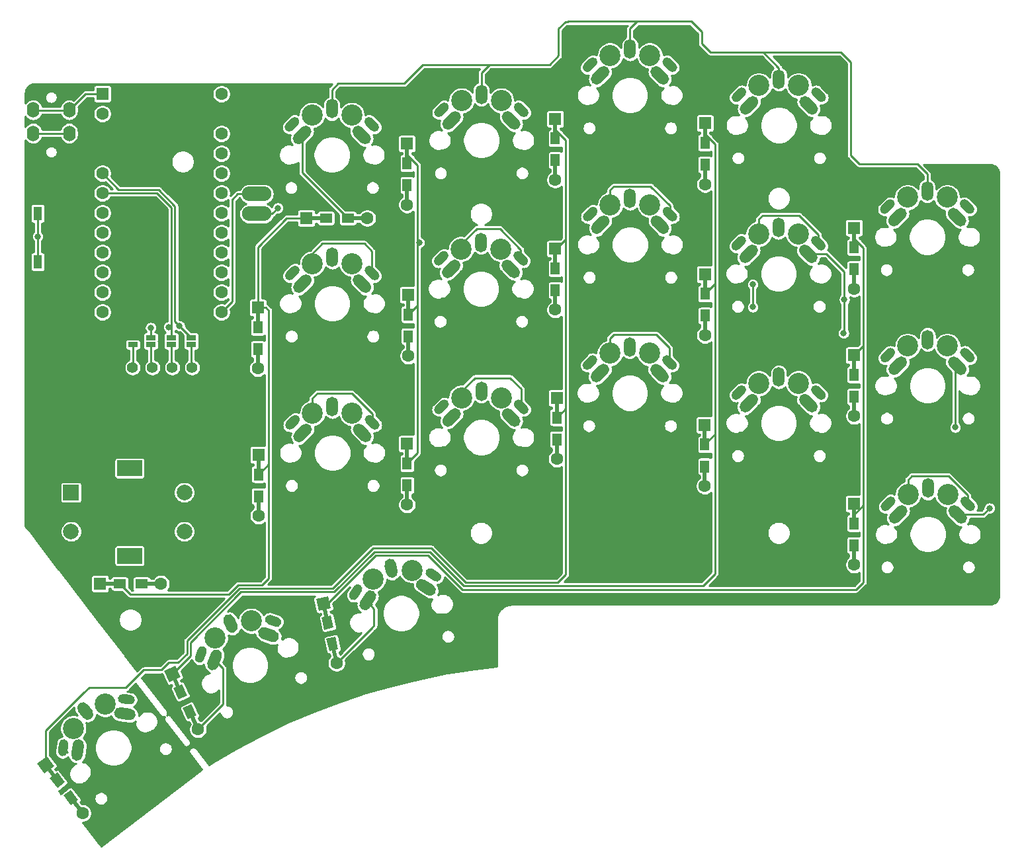
<source format=gbr>
%TF.GenerationSoftware,KiCad,Pcbnew,(5.1.7)-1*%
%TF.CreationDate,2021-07-11T12:46:22+05:30*%
%TF.ProjectId,Pankh,50616e6b-682e-46b6-9963-61645f706362,rev?*%
%TF.SameCoordinates,Original*%
%TF.FileFunction,Copper,L2,Bot*%
%TF.FilePolarity,Positive*%
%FSLAX46Y46*%
G04 Gerber Fmt 4.6, Leading zero omitted, Abs format (unit mm)*
G04 Created by KiCad (PCBNEW (5.1.7)-1) date 2021-07-11 12:46:22*
%MOMM*%
%LPD*%
G01*
G04 APERTURE LIST*
%TA.AperFunction,ComponentPad*%
%ADD10C,1.600000*%
%TD*%
%TA.AperFunction,ComponentPad*%
%ADD11R,1.600000X1.600000*%
%TD*%
%TA.AperFunction,ComponentPad*%
%ADD12C,2.700000*%
%TD*%
%TA.AperFunction,ComponentPad*%
%ADD13O,1.500000X2.500000*%
%TD*%
%TA.AperFunction,ComponentPad*%
%ADD14O,1.600000X2.000000*%
%TD*%
%TA.AperFunction,ComponentPad*%
%ADD15R,2.000000X2.000000*%
%TD*%
%TA.AperFunction,ComponentPad*%
%ADD16C,2.000000*%
%TD*%
%TA.AperFunction,ComponentPad*%
%ADD17R,3.200000X2.000000*%
%TD*%
%TA.AperFunction,SMDPad,CuDef*%
%ADD18R,2.900000X0.500000*%
%TD*%
%TA.AperFunction,SMDPad,CuDef*%
%ADD19R,1.600000X1.200000*%
%TD*%
%TA.AperFunction,SMDPad,CuDef*%
%ADD20R,1.100000X1.800000*%
%TD*%
%TA.AperFunction,SMDPad,CuDef*%
%ADD21O,3.759200X1.879600*%
%TD*%
%TA.AperFunction,SMDPad,CuDef*%
%ADD22R,0.500000X2.900000*%
%TD*%
%TA.AperFunction,SMDPad,CuDef*%
%ADD23R,1.200000X1.600000*%
%TD*%
%TA.AperFunction,SMDPad,CuDef*%
%ADD24C,0.100000*%
%TD*%
%TA.AperFunction,ComponentPad*%
%ADD25C,0.100000*%
%TD*%
%TA.AperFunction,SMDPad,CuDef*%
%ADD26R,1.270000X0.635000*%
%TD*%
%TA.AperFunction,ComponentPad*%
%ADD27C,1.397000*%
%TD*%
%TA.AperFunction,ViaPad*%
%ADD28C,0.800000*%
%TD*%
%TA.AperFunction,Conductor*%
%ADD29C,0.250000*%
%TD*%
%TA.AperFunction,Conductor*%
%ADD30C,0.254000*%
%TD*%
%TA.AperFunction,Conductor*%
%ADD31C,0.100000*%
%TD*%
G04 APERTURE END LIST*
D10*
%TO.P,U1,24*%
%TO.N,N/C*%
X116087177Y-52002930D03*
%TO.P,U1,23*%
%TO.N,GND*%
X116087177Y-54542930D03*
%TO.P,U1,22*%
%TO.N,Net-(RST1-Pad1)*%
X116087177Y-57082930D03*
%TO.P,U1,21*%
%TO.N,VCC*%
X116087177Y-59622930D03*
%TO.P,U1,20*%
%TO.N,/RotA*%
X116087177Y-62162930D03*
%TO.P,U1,19*%
%TO.N,/RotB*%
X116087177Y-64702930D03*
%TO.P,U1,18*%
%TO.N,/Col1*%
X116087177Y-67242930D03*
%TO.P,U1,17*%
%TO.N,/Col2*%
X116087177Y-69782930D03*
%TO.P,U1,16*%
%TO.N,/Col3*%
X116087177Y-72322930D03*
%TO.P,U1,15*%
%TO.N,/Col4*%
X116087177Y-74862930D03*
%TO.P,U1,14*%
%TO.N,/Col5*%
X116087177Y-77402930D03*
%TO.P,U1,13*%
%TO.N,/PWM*%
X116087177Y-79942930D03*
%TO.P,U1,12*%
%TO.N,/Row4*%
X100847177Y-79942930D03*
%TO.P,U1,11*%
%TO.N,/Row3*%
X100847177Y-77402930D03*
%TO.P,U1,10*%
%TO.N,/Row1*%
X100847177Y-74862930D03*
%TO.P,U1,9*%
%TO.N,/Row2*%
X100847177Y-72322930D03*
%TO.P,U1,8*%
%TO.N,N/C*%
X100847177Y-69782930D03*
%TO.P,U1,7*%
X100847177Y-67242930D03*
%TO.P,U1,6*%
%TO.N,SCL*%
X100847177Y-64702930D03*
%TO.P,U1,5*%
%TO.N,SDA*%
X100847177Y-62162930D03*
%TO.P,U1,4*%
%TO.N,GND*%
X100847177Y-59622930D03*
%TO.P,U1,3*%
X100847177Y-57082930D03*
%TO.P,U1,2*%
%TO.N,N/C*%
X100847177Y-54542930D03*
D11*
%TO.P,U1,1*%
%TO.N,/Serial*%
X100847177Y-52002930D03*
%TD*%
%TO.P,SW10,1*%
%TO.N,/Row4*%
%TA.AperFunction,ComponentPad*%
G36*
G01*
X138075165Y-113977042D02*
X138075165Y-113977042D01*
G75*
G02*
X137180613Y-113407150I-162330J732222D01*
G01*
X136964173Y-112430854D01*
G75*
G02*
X137534065Y-111536302I732222J162330D01*
G01*
X137534065Y-111536302D01*
G75*
G02*
X138428617Y-112106194I162330J-732222D01*
G01*
X138645057Y-113082490D01*
G75*
G02*
X138075165Y-113977042I-732222J-162330D01*
G01*
G37*
%TD.AperFunction*%
%TO.P,SW10,2*%
%TO.N,Net-(D10-Pad2)*%
%TA.AperFunction,ComponentPad*%
G36*
G01*
X142288873Y-113014392D02*
X142288873Y-113014392D01*
G75*
G02*
X143117288Y-112830737I506035J-322380D01*
G01*
X143960680Y-113368037D01*
G75*
G02*
X144144335Y-114196452I-322380J-506035D01*
G01*
X144144335Y-114196452D01*
G75*
G02*
X143315920Y-114380107I-506035J322380D01*
G01*
X142472528Y-113842807D01*
G75*
G02*
X142288873Y-113014392I322380J506035D01*
G01*
G37*
%TD.AperFunction*%
%TA.AperFunction,ComponentPad*%
G36*
G01*
X132667355Y-116740837D02*
X132667355Y-116740837D01*
G75*
G02*
X132483700Y-115912422I322380J506035D01*
G01*
X133021000Y-115069030D01*
G75*
G02*
X133849415Y-114885375I506035J-322380D01*
G01*
X133849415Y-114885375D01*
G75*
G02*
X134033070Y-115713790I-322380J-506035D01*
G01*
X133495770Y-116557182D01*
G75*
G02*
X132667355Y-116740837I-506035J322380D01*
G01*
G37*
%TD.AperFunction*%
%TA.AperFunction,ComponentPad*%
G36*
G01*
X134059945Y-118042409D02*
X134059945Y-118042409D01*
G75*
G02*
X133830376Y-117006890I402975J632544D01*
G01*
X134528866Y-115910482D01*
G75*
G02*
X135564385Y-115680913I632544J-402975D01*
G01*
X135564385Y-115680913D01*
G75*
G02*
X135793954Y-116716432I-402975J-632544D01*
G01*
X135095464Y-117812840D01*
G75*
G02*
X134059945Y-118042409I-632544J402975D01*
G01*
G37*
%TD.AperFunction*%
%TO.P,SW10,1*%
%TO.N,/Row4*%
%TA.AperFunction,ComponentPad*%
G36*
G01*
X141070792Y-114460171D02*
X141070792Y-114460171D01*
G75*
G02*
X142106311Y-114230602I632544J-402975D01*
G01*
X143202719Y-114929092D01*
G75*
G02*
X143432288Y-115964611I-402975J-632544D01*
G01*
X143432288Y-115964611D01*
G75*
G02*
X142396769Y-116194180I-632544J402975D01*
G01*
X141300361Y-115495690D01*
G75*
G02*
X141070792Y-114460171I402975J632544D01*
G01*
G37*
%TD.AperFunction*%
D12*
%TO.P,SW10,2*%
%TO.N,Net-(D10-Pad2)*%
X135502304Y-114106991D03*
%TO.P,SW10,1*%
%TO.N,/Row4*%
X140461888Y-113007478D03*
%TD*%
D13*
%TO.P,SW13,1*%
%TO.N,/Row2*%
X187382028Y-69123131D03*
%TO.P,SW13,2*%
%TO.N,Net-(D13-Pad2)*%
%TA.AperFunction,ComponentPad*%
G36*
G01*
X191704211Y-70345314D02*
X191704211Y-70345314D01*
G75*
G02*
X192552739Y-70345314I424264J-424264D01*
G01*
X193259845Y-71052420D01*
G75*
G02*
X193259845Y-71900948I-424264J-424264D01*
G01*
X193259845Y-71900948D01*
G75*
G02*
X192411317Y-71900948I-424264J424264D01*
G01*
X191704211Y-71193842D01*
G75*
G02*
X191704211Y-70345314I424264J424264D01*
G01*
G37*
%TD.AperFunction*%
%TA.AperFunction,ComponentPad*%
G36*
G01*
X181504211Y-71900948D02*
X181504211Y-71900948D01*
G75*
G02*
X181504211Y-71052420I424264J424264D01*
G01*
X182211317Y-70345314D01*
G75*
G02*
X183059845Y-70345314I424264J-424264D01*
G01*
X183059845Y-70345314D01*
G75*
G02*
X183059845Y-71193842I-424264J-424264D01*
G01*
X182352739Y-71900948D01*
G75*
G02*
X181504211Y-71900948I-424264J424264D01*
G01*
G37*
%TD.AperFunction*%
%TA.AperFunction,ComponentPad*%
G36*
G01*
X182582079Y-73473080D02*
X182582079Y-73473080D01*
G75*
G02*
X182582079Y-72412420I530330J530330D01*
G01*
X183501317Y-71493182D01*
G75*
G02*
X184561977Y-71493182I530330J-530330D01*
G01*
X184561977Y-71493182D01*
G75*
G02*
X184561977Y-72553842I-530330J-530330D01*
G01*
X183642739Y-73473080D01*
G75*
G02*
X182582079Y-73473080I-530330J530330D01*
G01*
G37*
%TD.AperFunction*%
%TO.P,SW13,1*%
%TO.N,/Row2*%
%TA.AperFunction,ComponentPad*%
G36*
G01*
X190202079Y-71493182D02*
X190202079Y-71493182D01*
G75*
G02*
X191262739Y-71493182I530330J-530330D01*
G01*
X192181977Y-72412420D01*
G75*
G02*
X192181977Y-73473080I-530330J-530330D01*
G01*
X192181977Y-73473080D01*
G75*
G02*
X191121317Y-73473080I-530330J530330D01*
G01*
X190202079Y-72553842D01*
G75*
G02*
X190202079Y-71493182I530330J530330D01*
G01*
G37*
%TD.AperFunction*%
D12*
%TO.P,SW13,2*%
%TO.N,Net-(D13-Pad2)*%
X184842028Y-69943131D03*
%TO.P,SW13,1*%
%TO.N,/Row2*%
X189922028Y-69943131D03*
%TD*%
D13*
%TO.P,SW8,1*%
%TO.N,/Row2*%
X206459757Y-83462119D03*
%TO.P,SW8,2*%
%TO.N,Net-(D8-Pad2)*%
%TA.AperFunction,ComponentPad*%
G36*
G01*
X210781940Y-84684302D02*
X210781940Y-84684302D01*
G75*
G02*
X211630468Y-84684302I424264J-424264D01*
G01*
X212337574Y-85391408D01*
G75*
G02*
X212337574Y-86239936I-424264J-424264D01*
G01*
X212337574Y-86239936D01*
G75*
G02*
X211489046Y-86239936I-424264J424264D01*
G01*
X210781940Y-85532830D01*
G75*
G02*
X210781940Y-84684302I424264J424264D01*
G01*
G37*
%TD.AperFunction*%
%TA.AperFunction,ComponentPad*%
G36*
G01*
X200581940Y-86239936D02*
X200581940Y-86239936D01*
G75*
G02*
X200581940Y-85391408I424264J424264D01*
G01*
X201289046Y-84684302D01*
G75*
G02*
X202137574Y-84684302I424264J-424264D01*
G01*
X202137574Y-84684302D01*
G75*
G02*
X202137574Y-85532830I-424264J-424264D01*
G01*
X201430468Y-86239936D01*
G75*
G02*
X200581940Y-86239936I-424264J424264D01*
G01*
G37*
%TD.AperFunction*%
%TA.AperFunction,ComponentPad*%
G36*
G01*
X201659808Y-87812068D02*
X201659808Y-87812068D01*
G75*
G02*
X201659808Y-86751408I530330J530330D01*
G01*
X202579046Y-85832170D01*
G75*
G02*
X203639706Y-85832170I530330J-530330D01*
G01*
X203639706Y-85832170D01*
G75*
G02*
X203639706Y-86892830I-530330J-530330D01*
G01*
X202720468Y-87812068D01*
G75*
G02*
X201659808Y-87812068I-530330J530330D01*
G01*
G37*
%TD.AperFunction*%
%TO.P,SW8,1*%
%TO.N,/Row2*%
%TA.AperFunction,ComponentPad*%
G36*
G01*
X209279808Y-85832170D02*
X209279808Y-85832170D01*
G75*
G02*
X210340468Y-85832170I530330J-530330D01*
G01*
X211259706Y-86751408D01*
G75*
G02*
X211259706Y-87812068I-530330J-530330D01*
G01*
X211259706Y-87812068D01*
G75*
G02*
X210199046Y-87812068I-530330J530330D01*
G01*
X209279808Y-86892830D01*
G75*
G02*
X209279808Y-85832170I530330J530330D01*
G01*
G37*
%TD.AperFunction*%
D12*
%TO.P,SW8,2*%
%TO.N,Net-(D8-Pad2)*%
X203919757Y-84282119D03*
%TO.P,SW8,1*%
%TO.N,/Row2*%
X208999757Y-84282119D03*
%TD*%
D13*
%TO.P,SW7,1*%
%TO.N,/Row1*%
X206416110Y-64427218D03*
%TO.P,SW7,2*%
%TO.N,Net-(D7-Pad2)*%
%TA.AperFunction,ComponentPad*%
G36*
G01*
X210738293Y-65649401D02*
X210738293Y-65649401D01*
G75*
G02*
X211586821Y-65649401I424264J-424264D01*
G01*
X212293927Y-66356507D01*
G75*
G02*
X212293927Y-67205035I-424264J-424264D01*
G01*
X212293927Y-67205035D01*
G75*
G02*
X211445399Y-67205035I-424264J424264D01*
G01*
X210738293Y-66497929D01*
G75*
G02*
X210738293Y-65649401I424264J424264D01*
G01*
G37*
%TD.AperFunction*%
%TA.AperFunction,ComponentPad*%
G36*
G01*
X200538293Y-67205035D02*
X200538293Y-67205035D01*
G75*
G02*
X200538293Y-66356507I424264J424264D01*
G01*
X201245399Y-65649401D01*
G75*
G02*
X202093927Y-65649401I424264J-424264D01*
G01*
X202093927Y-65649401D01*
G75*
G02*
X202093927Y-66497929I-424264J-424264D01*
G01*
X201386821Y-67205035D01*
G75*
G02*
X200538293Y-67205035I-424264J424264D01*
G01*
G37*
%TD.AperFunction*%
%TA.AperFunction,ComponentPad*%
G36*
G01*
X201616161Y-68777167D02*
X201616161Y-68777167D01*
G75*
G02*
X201616161Y-67716507I530330J530330D01*
G01*
X202535399Y-66797269D01*
G75*
G02*
X203596059Y-66797269I530330J-530330D01*
G01*
X203596059Y-66797269D01*
G75*
G02*
X203596059Y-67857929I-530330J-530330D01*
G01*
X202676821Y-68777167D01*
G75*
G02*
X201616161Y-68777167I-530330J530330D01*
G01*
G37*
%TD.AperFunction*%
%TO.P,SW7,1*%
%TO.N,/Row1*%
%TA.AperFunction,ComponentPad*%
G36*
G01*
X209236161Y-66797269D02*
X209236161Y-66797269D01*
G75*
G02*
X210296821Y-66797269I530330J-530330D01*
G01*
X211216059Y-67716507D01*
G75*
G02*
X211216059Y-68777167I-530330J-530330D01*
G01*
X211216059Y-68777167D01*
G75*
G02*
X210155399Y-68777167I-530330J530330D01*
G01*
X209236161Y-67857929D01*
G75*
G02*
X209236161Y-66797269I530330J530330D01*
G01*
G37*
%TD.AperFunction*%
D12*
%TO.P,SW7,2*%
%TO.N,Net-(D7-Pad2)*%
X203876110Y-65247218D03*
%TO.P,SW7,1*%
%TO.N,/Row1*%
X208956110Y-65247218D03*
%TD*%
D13*
%TO.P,SW12,1*%
%TO.N,/Row1*%
X187428938Y-50112502D03*
%TO.P,SW12,2*%
%TO.N,Net-(D12-Pad2)*%
%TA.AperFunction,ComponentPad*%
G36*
G01*
X191751121Y-51334685D02*
X191751121Y-51334685D01*
G75*
G02*
X192599649Y-51334685I424264J-424264D01*
G01*
X193306755Y-52041791D01*
G75*
G02*
X193306755Y-52890319I-424264J-424264D01*
G01*
X193306755Y-52890319D01*
G75*
G02*
X192458227Y-52890319I-424264J424264D01*
G01*
X191751121Y-52183213D01*
G75*
G02*
X191751121Y-51334685I424264J424264D01*
G01*
G37*
%TD.AperFunction*%
%TA.AperFunction,ComponentPad*%
G36*
G01*
X181551121Y-52890319D02*
X181551121Y-52890319D01*
G75*
G02*
X181551121Y-52041791I424264J424264D01*
G01*
X182258227Y-51334685D01*
G75*
G02*
X183106755Y-51334685I424264J-424264D01*
G01*
X183106755Y-51334685D01*
G75*
G02*
X183106755Y-52183213I-424264J-424264D01*
G01*
X182399649Y-52890319D01*
G75*
G02*
X181551121Y-52890319I-424264J424264D01*
G01*
G37*
%TD.AperFunction*%
%TA.AperFunction,ComponentPad*%
G36*
G01*
X182628989Y-54462451D02*
X182628989Y-54462451D01*
G75*
G02*
X182628989Y-53401791I530330J530330D01*
G01*
X183548227Y-52482553D01*
G75*
G02*
X184608887Y-52482553I530330J-530330D01*
G01*
X184608887Y-52482553D01*
G75*
G02*
X184608887Y-53543213I-530330J-530330D01*
G01*
X183689649Y-54462451D01*
G75*
G02*
X182628989Y-54462451I-530330J530330D01*
G01*
G37*
%TD.AperFunction*%
%TO.P,SW12,1*%
%TO.N,/Row1*%
%TA.AperFunction,ComponentPad*%
G36*
G01*
X190248989Y-52482553D02*
X190248989Y-52482553D01*
G75*
G02*
X191309649Y-52482553I530330J-530330D01*
G01*
X192228887Y-53401791D01*
G75*
G02*
X192228887Y-54462451I-530330J-530330D01*
G01*
X192228887Y-54462451D01*
G75*
G02*
X191168227Y-54462451I-530330J530330D01*
G01*
X190248989Y-53543213D01*
G75*
G02*
X190248989Y-52482553I530330J530330D01*
G01*
G37*
%TD.AperFunction*%
D12*
%TO.P,SW12,2*%
%TO.N,Net-(D12-Pad2)*%
X184888938Y-50932502D03*
%TO.P,SW12,1*%
%TO.N,/Row1*%
X189968938Y-50932502D03*
%TD*%
D13*
%TO.P,SW22,1*%
%TO.N,/Row1*%
X149350904Y-52041666D03*
%TO.P,SW22,2*%
%TO.N,Net-(D22-Pad2)*%
%TA.AperFunction,ComponentPad*%
G36*
G01*
X153673087Y-53263849D02*
X153673087Y-53263849D01*
G75*
G02*
X154521615Y-53263849I424264J-424264D01*
G01*
X155228721Y-53970955D01*
G75*
G02*
X155228721Y-54819483I-424264J-424264D01*
G01*
X155228721Y-54819483D01*
G75*
G02*
X154380193Y-54819483I-424264J424264D01*
G01*
X153673087Y-54112377D01*
G75*
G02*
X153673087Y-53263849I424264J424264D01*
G01*
G37*
%TD.AperFunction*%
%TA.AperFunction,ComponentPad*%
G36*
G01*
X143473087Y-54819483D02*
X143473087Y-54819483D01*
G75*
G02*
X143473087Y-53970955I424264J424264D01*
G01*
X144180193Y-53263849D01*
G75*
G02*
X145028721Y-53263849I424264J-424264D01*
G01*
X145028721Y-53263849D01*
G75*
G02*
X145028721Y-54112377I-424264J-424264D01*
G01*
X144321615Y-54819483D01*
G75*
G02*
X143473087Y-54819483I-424264J424264D01*
G01*
G37*
%TD.AperFunction*%
%TA.AperFunction,ComponentPad*%
G36*
G01*
X144550955Y-56391615D02*
X144550955Y-56391615D01*
G75*
G02*
X144550955Y-55330955I530330J530330D01*
G01*
X145470193Y-54411717D01*
G75*
G02*
X146530853Y-54411717I530330J-530330D01*
G01*
X146530853Y-54411717D01*
G75*
G02*
X146530853Y-55472377I-530330J-530330D01*
G01*
X145611615Y-56391615D01*
G75*
G02*
X144550955Y-56391615I-530330J530330D01*
G01*
G37*
%TD.AperFunction*%
%TO.P,SW22,1*%
%TO.N,/Row1*%
%TA.AperFunction,ComponentPad*%
G36*
G01*
X152170955Y-54411717D02*
X152170955Y-54411717D01*
G75*
G02*
X153231615Y-54411717I530330J-530330D01*
G01*
X154150853Y-55330955D01*
G75*
G02*
X154150853Y-56391615I-530330J-530330D01*
G01*
X154150853Y-56391615D01*
G75*
G02*
X153090193Y-56391615I-530330J530330D01*
G01*
X152170955Y-55472377D01*
G75*
G02*
X152170955Y-54411717I530330J530330D01*
G01*
G37*
%TD.AperFunction*%
D12*
%TO.P,SW22,2*%
%TO.N,Net-(D22-Pad2)*%
X146810904Y-52861666D03*
%TO.P,SW22,1*%
%TO.N,/Row1*%
X151890904Y-52861666D03*
%TD*%
D13*
%TO.P,SW26,1*%
%TO.N,/Row1*%
X130217209Y-53902919D03*
%TO.P,SW26,2*%
%TO.N,Net-(D26-Pad2)*%
%TA.AperFunction,ComponentPad*%
G36*
G01*
X134539392Y-55125102D02*
X134539392Y-55125102D01*
G75*
G02*
X135387920Y-55125102I424264J-424264D01*
G01*
X136095026Y-55832208D01*
G75*
G02*
X136095026Y-56680736I-424264J-424264D01*
G01*
X136095026Y-56680736D01*
G75*
G02*
X135246498Y-56680736I-424264J424264D01*
G01*
X134539392Y-55973630D01*
G75*
G02*
X134539392Y-55125102I424264J424264D01*
G01*
G37*
%TD.AperFunction*%
%TA.AperFunction,ComponentPad*%
G36*
G01*
X124339392Y-56680736D02*
X124339392Y-56680736D01*
G75*
G02*
X124339392Y-55832208I424264J424264D01*
G01*
X125046498Y-55125102D01*
G75*
G02*
X125895026Y-55125102I424264J-424264D01*
G01*
X125895026Y-55125102D01*
G75*
G02*
X125895026Y-55973630I-424264J-424264D01*
G01*
X125187920Y-56680736D01*
G75*
G02*
X124339392Y-56680736I-424264J424264D01*
G01*
G37*
%TD.AperFunction*%
%TA.AperFunction,ComponentPad*%
G36*
G01*
X125417260Y-58252868D02*
X125417260Y-58252868D01*
G75*
G02*
X125417260Y-57192208I530330J530330D01*
G01*
X126336498Y-56272970D01*
G75*
G02*
X127397158Y-56272970I530330J-530330D01*
G01*
X127397158Y-56272970D01*
G75*
G02*
X127397158Y-57333630I-530330J-530330D01*
G01*
X126477920Y-58252868D01*
G75*
G02*
X125417260Y-58252868I-530330J530330D01*
G01*
G37*
%TD.AperFunction*%
%TO.P,SW26,1*%
%TO.N,/Row1*%
%TA.AperFunction,ComponentPad*%
G36*
G01*
X133037260Y-56272970D02*
X133037260Y-56272970D01*
G75*
G02*
X134097920Y-56272970I530330J-530330D01*
G01*
X135017158Y-57192208D01*
G75*
G02*
X135017158Y-58252868I-530330J-530330D01*
G01*
X135017158Y-58252868D01*
G75*
G02*
X133956498Y-58252868I-530330J530330D01*
G01*
X133037260Y-57333630D01*
G75*
G02*
X133037260Y-56272970I530330J530330D01*
G01*
G37*
%TD.AperFunction*%
D12*
%TO.P,SW26,2*%
%TO.N,Net-(D26-Pad2)*%
X127677209Y-54722919D03*
%TO.P,SW26,1*%
%TO.N,/Row1*%
X132757209Y-54722919D03*
%TD*%
D13*
%TO.P,SW28,1*%
%TO.N,/Row3*%
X130280231Y-92063263D03*
%TO.P,SW28,2*%
%TO.N,Net-(D28-Pad2)*%
%TA.AperFunction,ComponentPad*%
G36*
G01*
X134602414Y-93285446D02*
X134602414Y-93285446D01*
G75*
G02*
X135450942Y-93285446I424264J-424264D01*
G01*
X136158048Y-93992552D01*
G75*
G02*
X136158048Y-94841080I-424264J-424264D01*
G01*
X136158048Y-94841080D01*
G75*
G02*
X135309520Y-94841080I-424264J424264D01*
G01*
X134602414Y-94133974D01*
G75*
G02*
X134602414Y-93285446I424264J424264D01*
G01*
G37*
%TD.AperFunction*%
%TA.AperFunction,ComponentPad*%
G36*
G01*
X124402414Y-94841080D02*
X124402414Y-94841080D01*
G75*
G02*
X124402414Y-93992552I424264J424264D01*
G01*
X125109520Y-93285446D01*
G75*
G02*
X125958048Y-93285446I424264J-424264D01*
G01*
X125958048Y-93285446D01*
G75*
G02*
X125958048Y-94133974I-424264J-424264D01*
G01*
X125250942Y-94841080D01*
G75*
G02*
X124402414Y-94841080I-424264J424264D01*
G01*
G37*
%TD.AperFunction*%
%TA.AperFunction,ComponentPad*%
G36*
G01*
X125480282Y-96413212D02*
X125480282Y-96413212D01*
G75*
G02*
X125480282Y-95352552I530330J530330D01*
G01*
X126399520Y-94433314D01*
G75*
G02*
X127460180Y-94433314I530330J-530330D01*
G01*
X127460180Y-94433314D01*
G75*
G02*
X127460180Y-95493974I-530330J-530330D01*
G01*
X126540942Y-96413212D01*
G75*
G02*
X125480282Y-96413212I-530330J530330D01*
G01*
G37*
%TD.AperFunction*%
%TO.P,SW28,1*%
%TO.N,/Row3*%
%TA.AperFunction,ComponentPad*%
G36*
G01*
X133100282Y-94433314D02*
X133100282Y-94433314D01*
G75*
G02*
X134160942Y-94433314I530330J-530330D01*
G01*
X135080180Y-95352552D01*
G75*
G02*
X135080180Y-96413212I-530330J-530330D01*
G01*
X135080180Y-96413212D01*
G75*
G02*
X134019520Y-96413212I-530330J530330D01*
G01*
X133100282Y-95493974D01*
G75*
G02*
X133100282Y-94433314I530330J530330D01*
G01*
G37*
%TD.AperFunction*%
D12*
%TO.P,SW28,2*%
%TO.N,Net-(D28-Pad2)*%
X127740231Y-92883263D03*
%TO.P,SW28,1*%
%TO.N,/Row3*%
X132820231Y-92883263D03*
%TD*%
D13*
%TO.P,SW27,1*%
%TO.N,/Row2*%
X130260853Y-72937813D03*
%TO.P,SW27,2*%
%TO.N,Net-(D27-Pad2)*%
%TA.AperFunction,ComponentPad*%
G36*
G01*
X134583036Y-74159996D02*
X134583036Y-74159996D01*
G75*
G02*
X135431564Y-74159996I424264J-424264D01*
G01*
X136138670Y-74867102D01*
G75*
G02*
X136138670Y-75715630I-424264J-424264D01*
G01*
X136138670Y-75715630D01*
G75*
G02*
X135290142Y-75715630I-424264J424264D01*
G01*
X134583036Y-75008524D01*
G75*
G02*
X134583036Y-74159996I424264J424264D01*
G01*
G37*
%TD.AperFunction*%
%TA.AperFunction,ComponentPad*%
G36*
G01*
X124383036Y-75715630D02*
X124383036Y-75715630D01*
G75*
G02*
X124383036Y-74867102I424264J424264D01*
G01*
X125090142Y-74159996D01*
G75*
G02*
X125938670Y-74159996I424264J-424264D01*
G01*
X125938670Y-74159996D01*
G75*
G02*
X125938670Y-75008524I-424264J-424264D01*
G01*
X125231564Y-75715630D01*
G75*
G02*
X124383036Y-75715630I-424264J424264D01*
G01*
G37*
%TD.AperFunction*%
%TA.AperFunction,ComponentPad*%
G36*
G01*
X125460904Y-77287762D02*
X125460904Y-77287762D01*
G75*
G02*
X125460904Y-76227102I530330J530330D01*
G01*
X126380142Y-75307864D01*
G75*
G02*
X127440802Y-75307864I530330J-530330D01*
G01*
X127440802Y-75307864D01*
G75*
G02*
X127440802Y-76368524I-530330J-530330D01*
G01*
X126521564Y-77287762D01*
G75*
G02*
X125460904Y-77287762I-530330J530330D01*
G01*
G37*
%TD.AperFunction*%
%TO.P,SW27,1*%
%TO.N,/Row2*%
%TA.AperFunction,ComponentPad*%
G36*
G01*
X133080904Y-75307864D02*
X133080904Y-75307864D01*
G75*
G02*
X134141564Y-75307864I530330J-530330D01*
G01*
X135060802Y-76227102D01*
G75*
G02*
X135060802Y-77287762I-530330J-530330D01*
G01*
X135060802Y-77287762D01*
G75*
G02*
X134000142Y-77287762I-530330J530330D01*
G01*
X133080904Y-76368524D01*
G75*
G02*
X133080904Y-75307864I530330J530330D01*
G01*
G37*
%TD.AperFunction*%
D12*
%TO.P,SW27,2*%
%TO.N,Net-(D27-Pad2)*%
X127720853Y-73757813D03*
%TO.P,SW27,1*%
%TO.N,/Row2*%
X132800853Y-73757813D03*
%TD*%
D13*
%TO.P,SW24,1*%
%TO.N,/Row3*%
X149347636Y-90087188D03*
%TO.P,SW24,2*%
%TO.N,Net-(D24-Pad2)*%
%TA.AperFunction,ComponentPad*%
G36*
G01*
X153669819Y-91309371D02*
X153669819Y-91309371D01*
G75*
G02*
X154518347Y-91309371I424264J-424264D01*
G01*
X155225453Y-92016477D01*
G75*
G02*
X155225453Y-92865005I-424264J-424264D01*
G01*
X155225453Y-92865005D01*
G75*
G02*
X154376925Y-92865005I-424264J424264D01*
G01*
X153669819Y-92157899D01*
G75*
G02*
X153669819Y-91309371I424264J424264D01*
G01*
G37*
%TD.AperFunction*%
%TA.AperFunction,ComponentPad*%
G36*
G01*
X143469819Y-92865005D02*
X143469819Y-92865005D01*
G75*
G02*
X143469819Y-92016477I424264J424264D01*
G01*
X144176925Y-91309371D01*
G75*
G02*
X145025453Y-91309371I424264J-424264D01*
G01*
X145025453Y-91309371D01*
G75*
G02*
X145025453Y-92157899I-424264J-424264D01*
G01*
X144318347Y-92865005D01*
G75*
G02*
X143469819Y-92865005I-424264J424264D01*
G01*
G37*
%TD.AperFunction*%
%TA.AperFunction,ComponentPad*%
G36*
G01*
X144547687Y-94437137D02*
X144547687Y-94437137D01*
G75*
G02*
X144547687Y-93376477I530330J530330D01*
G01*
X145466925Y-92457239D01*
G75*
G02*
X146527585Y-92457239I530330J-530330D01*
G01*
X146527585Y-92457239D01*
G75*
G02*
X146527585Y-93517899I-530330J-530330D01*
G01*
X145608347Y-94437137D01*
G75*
G02*
X144547687Y-94437137I-530330J530330D01*
G01*
G37*
%TD.AperFunction*%
%TO.P,SW24,1*%
%TO.N,/Row3*%
%TA.AperFunction,ComponentPad*%
G36*
G01*
X152167687Y-92457239D02*
X152167687Y-92457239D01*
G75*
G02*
X153228347Y-92457239I530330J-530330D01*
G01*
X154147585Y-93376477D01*
G75*
G02*
X154147585Y-94437137I-530330J-530330D01*
G01*
X154147585Y-94437137D01*
G75*
G02*
X153086925Y-94437137I-530330J530330D01*
G01*
X152167687Y-93517899D01*
G75*
G02*
X152167687Y-92457239I530330J530330D01*
G01*
G37*
%TD.AperFunction*%
D12*
%TO.P,SW24,2*%
%TO.N,Net-(D24-Pad2)*%
X146807636Y-90907188D03*
%TO.P,SW24,1*%
%TO.N,/Row3*%
X151887636Y-90907188D03*
%TD*%
D13*
%TO.P,SW23,1*%
%TO.N,/Row2*%
X149303992Y-71052291D03*
%TO.P,SW23,2*%
%TO.N,Net-(D23-Pad2)*%
%TA.AperFunction,ComponentPad*%
G36*
G01*
X153626175Y-72274474D02*
X153626175Y-72274474D01*
G75*
G02*
X154474703Y-72274474I424264J-424264D01*
G01*
X155181809Y-72981580D01*
G75*
G02*
X155181809Y-73830108I-424264J-424264D01*
G01*
X155181809Y-73830108D01*
G75*
G02*
X154333281Y-73830108I-424264J424264D01*
G01*
X153626175Y-73123002D01*
G75*
G02*
X153626175Y-72274474I424264J424264D01*
G01*
G37*
%TD.AperFunction*%
%TA.AperFunction,ComponentPad*%
G36*
G01*
X143426175Y-73830108D02*
X143426175Y-73830108D01*
G75*
G02*
X143426175Y-72981580I424264J424264D01*
G01*
X144133281Y-72274474D01*
G75*
G02*
X144981809Y-72274474I424264J-424264D01*
G01*
X144981809Y-72274474D01*
G75*
G02*
X144981809Y-73123002I-424264J-424264D01*
G01*
X144274703Y-73830108D01*
G75*
G02*
X143426175Y-73830108I-424264J424264D01*
G01*
G37*
%TD.AperFunction*%
%TA.AperFunction,ComponentPad*%
G36*
G01*
X144504043Y-75402240D02*
X144504043Y-75402240D01*
G75*
G02*
X144504043Y-74341580I530330J530330D01*
G01*
X145423281Y-73422342D01*
G75*
G02*
X146483941Y-73422342I530330J-530330D01*
G01*
X146483941Y-73422342D01*
G75*
G02*
X146483941Y-74483002I-530330J-530330D01*
G01*
X145564703Y-75402240D01*
G75*
G02*
X144504043Y-75402240I-530330J530330D01*
G01*
G37*
%TD.AperFunction*%
%TO.P,SW23,1*%
%TO.N,/Row2*%
%TA.AperFunction,ComponentPad*%
G36*
G01*
X152124043Y-73422342D02*
X152124043Y-73422342D01*
G75*
G02*
X153184703Y-73422342I530330J-530330D01*
G01*
X154103941Y-74341580D01*
G75*
G02*
X154103941Y-75402240I-530330J-530330D01*
G01*
X154103941Y-75402240D01*
G75*
G02*
X153043281Y-75402240I-530330J530330D01*
G01*
X152124043Y-74483002D01*
G75*
G02*
X152124043Y-73422342I530330J530330D01*
G01*
G37*
%TD.AperFunction*%
D12*
%TO.P,SW23,2*%
%TO.N,Net-(D23-Pad2)*%
X146763992Y-71872291D03*
%TO.P,SW23,1*%
%TO.N,/Row2*%
X151843992Y-71872291D03*
%TD*%
%TO.P,SW20,1*%
%TO.N,/Row4*%
%TA.AperFunction,ComponentPad*%
G36*
G01*
X99416692Y-132036984D02*
X99416692Y-132036984D01*
G75*
G02*
X98365106Y-131898540I-456571J595015D01*
G01*
X97756344Y-131105186D01*
G75*
G02*
X97894788Y-130053600I595015J456571D01*
G01*
X97894788Y-130053600D01*
G75*
G02*
X98946374Y-130192044I456571J-595015D01*
G01*
X99555136Y-130985398D01*
G75*
G02*
X99416692Y-132036984I-595015J-456571D01*
G01*
G37*
%TD.AperFunction*%
%TO.P,SW20,2*%
%TO.N,Net-(D20-Pad2)*%
%TA.AperFunction,ComponentPad*%
G36*
G01*
X102828775Y-129383737D02*
X102828775Y-129383737D01*
G75*
G02*
X103501958Y-128867186I594867J-78316D01*
G01*
X104493402Y-128997712D01*
G75*
G02*
X105009953Y-129670895I-78316J-594867D01*
G01*
X105009953Y-129670895D01*
G75*
G02*
X104336770Y-130187446I-594867J78316D01*
G01*
X103345326Y-130056920D01*
G75*
G02*
X102828775Y-129383737I78316J594867D01*
G01*
G37*
%TD.AperFunction*%
%TA.AperFunction,ComponentPad*%
G36*
G01*
X95683581Y-136827271D02*
X95683581Y-136827271D01*
G75*
G02*
X95167030Y-136154088I78316J594867D01*
G01*
X95297556Y-135162644D01*
G75*
G02*
X95970739Y-134646093I594867J-78316D01*
G01*
X95970739Y-134646093D01*
G75*
G02*
X96487290Y-135319276I-78316J-594867D01*
G01*
X96356764Y-136310720D01*
G75*
G02*
X95683581Y-136827271I-594867J78316D01*
G01*
G37*
%TD.AperFunction*%
%TA.AperFunction,ComponentPad*%
G36*
G01*
X97495765Y-137418364D02*
X97495765Y-137418364D01*
G75*
G02*
X96850076Y-136576885I97895J743584D01*
G01*
X97019760Y-135288007D01*
G75*
G02*
X97861239Y-134642318I743584J-97895D01*
G01*
X97861239Y-134642318D01*
G75*
G02*
X98506928Y-135483797I-97895J-743584D01*
G01*
X98337244Y-136772675D01*
G75*
G02*
X97495765Y-137418364I-743584J97895D01*
G01*
G37*
%TD.AperFunction*%
%TO.P,SW20,1*%
%TO.N,/Row4*%
%TA.AperFunction,ComponentPad*%
G36*
G01*
X102335831Y-131208841D02*
X102335831Y-131208841D01*
G75*
G02*
X103177310Y-130563152I743584J-97895D01*
G01*
X104466188Y-130732836D01*
G75*
G02*
X105111877Y-131574315I-97895J-743584D01*
G01*
X105111877Y-131574315D01*
G75*
G02*
X104270398Y-132220004I-743584J97895D01*
G01*
X102981520Y-132050320D01*
G75*
G02*
X102335831Y-131208841I97895J743584D01*
G01*
G37*
%TD.AperFunction*%
%TO.P,SW20,2*%
%TO.N,Net-(D20-Pad2)*%
X97139806Y-133242096D03*
%TO.P,SW20,1*%
%TO.N,/Row4*%
X101170041Y-130149588D03*
%TD*%
D13*
%TO.P,SW19,1*%
%TO.N,/Row3*%
X168340969Y-84403093D03*
%TO.P,SW19,2*%
%TO.N,Net-(D19-Pad2)*%
%TA.AperFunction,ComponentPad*%
G36*
G01*
X172663152Y-85625276D02*
X172663152Y-85625276D01*
G75*
G02*
X173511680Y-85625276I424264J-424264D01*
G01*
X174218786Y-86332382D01*
G75*
G02*
X174218786Y-87180910I-424264J-424264D01*
G01*
X174218786Y-87180910D01*
G75*
G02*
X173370258Y-87180910I-424264J424264D01*
G01*
X172663152Y-86473804D01*
G75*
G02*
X172663152Y-85625276I424264J424264D01*
G01*
G37*
%TD.AperFunction*%
%TA.AperFunction,ComponentPad*%
G36*
G01*
X162463152Y-87180910D02*
X162463152Y-87180910D01*
G75*
G02*
X162463152Y-86332382I424264J424264D01*
G01*
X163170258Y-85625276D01*
G75*
G02*
X164018786Y-85625276I424264J-424264D01*
G01*
X164018786Y-85625276D01*
G75*
G02*
X164018786Y-86473804I-424264J-424264D01*
G01*
X163311680Y-87180910D01*
G75*
G02*
X162463152Y-87180910I-424264J424264D01*
G01*
G37*
%TD.AperFunction*%
%TA.AperFunction,ComponentPad*%
G36*
G01*
X163541020Y-88753042D02*
X163541020Y-88753042D01*
G75*
G02*
X163541020Y-87692382I530330J530330D01*
G01*
X164460258Y-86773144D01*
G75*
G02*
X165520918Y-86773144I530330J-530330D01*
G01*
X165520918Y-86773144D01*
G75*
G02*
X165520918Y-87833804I-530330J-530330D01*
G01*
X164601680Y-88753042D01*
G75*
G02*
X163541020Y-88753042I-530330J530330D01*
G01*
G37*
%TD.AperFunction*%
%TO.P,SW19,1*%
%TO.N,/Row3*%
%TA.AperFunction,ComponentPad*%
G36*
G01*
X171161020Y-86773144D02*
X171161020Y-86773144D01*
G75*
G02*
X172221680Y-86773144I530330J-530330D01*
G01*
X173140918Y-87692382D01*
G75*
G02*
X173140918Y-88753042I-530330J-530330D01*
G01*
X173140918Y-88753042D01*
G75*
G02*
X172080258Y-88753042I-530330J530330D01*
G01*
X171161020Y-87833804D01*
G75*
G02*
X171161020Y-86773144I530330J530330D01*
G01*
G37*
%TD.AperFunction*%
D12*
%TO.P,SW19,2*%
%TO.N,Net-(D19-Pad2)*%
X165800969Y-85223093D03*
%TO.P,SW19,1*%
%TO.N,/Row3*%
X170880969Y-85223093D03*
%TD*%
D13*
%TO.P,SW18,1*%
%TO.N,/Row2*%
X168387883Y-65392465D03*
%TO.P,SW18,2*%
%TO.N,Net-(D18-Pad2)*%
%TA.AperFunction,ComponentPad*%
G36*
G01*
X172710066Y-66614648D02*
X172710066Y-66614648D01*
G75*
G02*
X173558594Y-66614648I424264J-424264D01*
G01*
X174265700Y-67321754D01*
G75*
G02*
X174265700Y-68170282I-424264J-424264D01*
G01*
X174265700Y-68170282D01*
G75*
G02*
X173417172Y-68170282I-424264J424264D01*
G01*
X172710066Y-67463176D01*
G75*
G02*
X172710066Y-66614648I424264J424264D01*
G01*
G37*
%TD.AperFunction*%
%TA.AperFunction,ComponentPad*%
G36*
G01*
X162510066Y-68170282D02*
X162510066Y-68170282D01*
G75*
G02*
X162510066Y-67321754I424264J424264D01*
G01*
X163217172Y-66614648D01*
G75*
G02*
X164065700Y-66614648I424264J-424264D01*
G01*
X164065700Y-66614648D01*
G75*
G02*
X164065700Y-67463176I-424264J-424264D01*
G01*
X163358594Y-68170282D01*
G75*
G02*
X162510066Y-68170282I-424264J424264D01*
G01*
G37*
%TD.AperFunction*%
%TA.AperFunction,ComponentPad*%
G36*
G01*
X163587934Y-69742414D02*
X163587934Y-69742414D01*
G75*
G02*
X163587934Y-68681754I530330J530330D01*
G01*
X164507172Y-67762516D01*
G75*
G02*
X165567832Y-67762516I530330J-530330D01*
G01*
X165567832Y-67762516D01*
G75*
G02*
X165567832Y-68823176I-530330J-530330D01*
G01*
X164648594Y-69742414D01*
G75*
G02*
X163587934Y-69742414I-530330J530330D01*
G01*
G37*
%TD.AperFunction*%
%TO.P,SW18,1*%
%TO.N,/Row2*%
%TA.AperFunction,ComponentPad*%
G36*
G01*
X171207934Y-67762516D02*
X171207934Y-67762516D01*
G75*
G02*
X172268594Y-67762516I530330J-530330D01*
G01*
X173187832Y-68681754D01*
G75*
G02*
X173187832Y-69742414I-530330J-530330D01*
G01*
X173187832Y-69742414D01*
G75*
G02*
X172127172Y-69742414I-530330J530330D01*
G01*
X171207934Y-68823176D01*
G75*
G02*
X171207934Y-67762516I530330J530330D01*
G01*
G37*
%TD.AperFunction*%
D12*
%TO.P,SW18,2*%
%TO.N,Net-(D18-Pad2)*%
X165847883Y-66212465D03*
%TO.P,SW18,1*%
%TO.N,/Row2*%
X170927883Y-66212465D03*
%TD*%
D13*
%TO.P,SW17,1*%
%TO.N,/Row1*%
X168368502Y-46267014D03*
%TO.P,SW17,2*%
%TO.N,Net-(D17-Pad2)*%
%TA.AperFunction,ComponentPad*%
G36*
G01*
X172690685Y-47489197D02*
X172690685Y-47489197D01*
G75*
G02*
X173539213Y-47489197I424264J-424264D01*
G01*
X174246319Y-48196303D01*
G75*
G02*
X174246319Y-49044831I-424264J-424264D01*
G01*
X174246319Y-49044831D01*
G75*
G02*
X173397791Y-49044831I-424264J424264D01*
G01*
X172690685Y-48337725D01*
G75*
G02*
X172690685Y-47489197I424264J424264D01*
G01*
G37*
%TD.AperFunction*%
%TA.AperFunction,ComponentPad*%
G36*
G01*
X162490685Y-49044831D02*
X162490685Y-49044831D01*
G75*
G02*
X162490685Y-48196303I424264J424264D01*
G01*
X163197791Y-47489197D01*
G75*
G02*
X164046319Y-47489197I424264J-424264D01*
G01*
X164046319Y-47489197D01*
G75*
G02*
X164046319Y-48337725I-424264J-424264D01*
G01*
X163339213Y-49044831D01*
G75*
G02*
X162490685Y-49044831I-424264J424264D01*
G01*
G37*
%TD.AperFunction*%
%TA.AperFunction,ComponentPad*%
G36*
G01*
X163568553Y-50616963D02*
X163568553Y-50616963D01*
G75*
G02*
X163568553Y-49556303I530330J530330D01*
G01*
X164487791Y-48637065D01*
G75*
G02*
X165548451Y-48637065I530330J-530330D01*
G01*
X165548451Y-48637065D01*
G75*
G02*
X165548451Y-49697725I-530330J-530330D01*
G01*
X164629213Y-50616963D01*
G75*
G02*
X163568553Y-50616963I-530330J530330D01*
G01*
G37*
%TD.AperFunction*%
%TO.P,SW17,1*%
%TO.N,/Row1*%
%TA.AperFunction,ComponentPad*%
G36*
G01*
X171188553Y-48637065D02*
X171188553Y-48637065D01*
G75*
G02*
X172249213Y-48637065I530330J-530330D01*
G01*
X173168451Y-49556303D01*
G75*
G02*
X173168451Y-50616963I-530330J-530330D01*
G01*
X173168451Y-50616963D01*
G75*
G02*
X172107791Y-50616963I-530330J530330D01*
G01*
X171188553Y-49697725D01*
G75*
G02*
X171188553Y-48637065I530330J530330D01*
G01*
G37*
%TD.AperFunction*%
D12*
%TO.P,SW17,2*%
%TO.N,Net-(D17-Pad2)*%
X165828502Y-47087014D03*
%TO.P,SW17,1*%
%TO.N,/Row1*%
X170908502Y-47087014D03*
%TD*%
%TO.P,SW15,1*%
%TO.N,/Row4*%
%TA.AperFunction,ComponentPad*%
G36*
G01*
X117765642Y-120958426D02*
X117765642Y-120958426D01*
G75*
G02*
X116768947Y-120595659I-316964J679731D01*
G01*
X116346329Y-119689351D01*
G75*
G02*
X116709096Y-118692656I679731J316964D01*
G01*
X116709096Y-118692656D01*
G75*
G02*
X117705791Y-119055423I316964J-679731D01*
G01*
X118128409Y-119961731D01*
G75*
G02*
X117765642Y-120958426I-679731J-316964D01*
G01*
G37*
%TD.AperFunction*%
%TO.P,SW15,2*%
%TO.N,Net-(D15-Pad2)*%
%TA.AperFunction,ComponentPad*%
G36*
G01*
X121671113Y-119106581D02*
X121671113Y-119106581D01*
G75*
G02*
X122440141Y-118747977I563816J-205212D01*
G01*
X123379833Y-119089997D01*
G75*
G02*
X123738437Y-119859025I-205212J-563816D01*
G01*
X123738437Y-119859025D01*
G75*
G02*
X122969409Y-120217629I-563816J205212D01*
G01*
X122029717Y-119875609D01*
G75*
G02*
X121671113Y-119106581I205212J563816D01*
G01*
G37*
%TD.AperFunction*%
%TA.AperFunction,ComponentPad*%
G36*
G01*
X113084214Y-124827172D02*
X113084214Y-124827172D01*
G75*
G02*
X112725610Y-124058144I205212J563816D01*
G01*
X113067630Y-123118452D01*
G75*
G02*
X113836658Y-122759848I563816J-205212D01*
G01*
X113836658Y-122759848D01*
G75*
G02*
X114195262Y-123528876I-205212J-563816D01*
G01*
X113853242Y-124468568D01*
G75*
G02*
X113084214Y-124827172I-563816J205212D01*
G01*
G37*
%TD.AperFunction*%
%TA.AperFunction,ComponentPad*%
G36*
G01*
X114725506Y-125796480D02*
X114725506Y-125796480D01*
G75*
G02*
X114277252Y-124835196I256515J704769D01*
G01*
X114721878Y-123613596D01*
G75*
G02*
X115683162Y-123165342I704769J-256515D01*
G01*
X115683162Y-123165342D01*
G75*
G02*
X116131416Y-124126626I-256515J-704769D01*
G01*
X115686790Y-125348226D01*
G75*
G02*
X114725506Y-125796480I-704769J256515D01*
G01*
G37*
%TD.AperFunction*%
%TO.P,SW15,1*%
%TO.N,/Row4*%
%TA.AperFunction,ComponentPad*%
G36*
G01*
X120794830Y-120781732D02*
X120794830Y-120781732D01*
G75*
G02*
X121756114Y-120333478I704769J-256515D01*
G01*
X122977714Y-120778104D01*
G75*
G02*
X123425968Y-121739388I-256515J-704769D01*
G01*
X123425968Y-121739388D01*
G75*
G02*
X122464684Y-122187642I-704769J256515D01*
G01*
X121243084Y-121743016D01*
G75*
G02*
X120794830Y-120781732I256515J704769D01*
G01*
G37*
%TD.AperFunction*%
%TO.P,SW15,2*%
%TO.N,Net-(D15-Pad2)*%
X115281894Y-121642164D03*
%TO.P,SW15,1*%
%TO.N,/Row4*%
X119885938Y-119495263D03*
%TD*%
D13*
%TO.P,SW14,1*%
%TO.N,/Row3*%
X187401400Y-88248575D03*
%TO.P,SW14,2*%
%TO.N,Net-(D14-Pad2)*%
%TA.AperFunction,ComponentPad*%
G36*
G01*
X191723583Y-89470758D02*
X191723583Y-89470758D01*
G75*
G02*
X192572111Y-89470758I424264J-424264D01*
G01*
X193279217Y-90177864D01*
G75*
G02*
X193279217Y-91026392I-424264J-424264D01*
G01*
X193279217Y-91026392D01*
G75*
G02*
X192430689Y-91026392I-424264J424264D01*
G01*
X191723583Y-90319286D01*
G75*
G02*
X191723583Y-89470758I424264J424264D01*
G01*
G37*
%TD.AperFunction*%
%TA.AperFunction,ComponentPad*%
G36*
G01*
X181523583Y-91026392D02*
X181523583Y-91026392D01*
G75*
G02*
X181523583Y-90177864I424264J424264D01*
G01*
X182230689Y-89470758D01*
G75*
G02*
X183079217Y-89470758I424264J-424264D01*
G01*
X183079217Y-89470758D01*
G75*
G02*
X183079217Y-90319286I-424264J-424264D01*
G01*
X182372111Y-91026392D01*
G75*
G02*
X181523583Y-91026392I-424264J424264D01*
G01*
G37*
%TD.AperFunction*%
%TA.AperFunction,ComponentPad*%
G36*
G01*
X182601451Y-92598524D02*
X182601451Y-92598524D01*
G75*
G02*
X182601451Y-91537864I530330J530330D01*
G01*
X183520689Y-90618626D01*
G75*
G02*
X184581349Y-90618626I530330J-530330D01*
G01*
X184581349Y-90618626D01*
G75*
G02*
X184581349Y-91679286I-530330J-530330D01*
G01*
X183662111Y-92598524D01*
G75*
G02*
X182601451Y-92598524I-530330J530330D01*
G01*
G37*
%TD.AperFunction*%
%TO.P,SW14,1*%
%TO.N,/Row3*%
%TA.AperFunction,ComponentPad*%
G36*
G01*
X190221451Y-90618626D02*
X190221451Y-90618626D01*
G75*
G02*
X191282111Y-90618626I530330J-530330D01*
G01*
X192201349Y-91537864D01*
G75*
G02*
X192201349Y-92598524I-530330J-530330D01*
G01*
X192201349Y-92598524D01*
G75*
G02*
X191140689Y-92598524I-530330J530330D01*
G01*
X190221451Y-91679286D01*
G75*
G02*
X190221451Y-90618626I530330J530330D01*
G01*
G37*
%TD.AperFunction*%
D12*
%TO.P,SW14,2*%
%TO.N,Net-(D14-Pad2)*%
X184861400Y-89068575D03*
%TO.P,SW14,1*%
%TO.N,/Row3*%
X189941400Y-89068575D03*
%TD*%
D13*
%TO.P,SW9,1*%
%TO.N,/Row3*%
X206503400Y-102497020D03*
%TO.P,SW9,2*%
%TO.N,Net-(D9-Pad2)*%
%TA.AperFunction,ComponentPad*%
G36*
G01*
X210825583Y-103719203D02*
X210825583Y-103719203D01*
G75*
G02*
X211674111Y-103719203I424264J-424264D01*
G01*
X212381217Y-104426309D01*
G75*
G02*
X212381217Y-105274837I-424264J-424264D01*
G01*
X212381217Y-105274837D01*
G75*
G02*
X211532689Y-105274837I-424264J424264D01*
G01*
X210825583Y-104567731D01*
G75*
G02*
X210825583Y-103719203I424264J424264D01*
G01*
G37*
%TD.AperFunction*%
%TA.AperFunction,ComponentPad*%
G36*
G01*
X200625583Y-105274837D02*
X200625583Y-105274837D01*
G75*
G02*
X200625583Y-104426309I424264J424264D01*
G01*
X201332689Y-103719203D01*
G75*
G02*
X202181217Y-103719203I424264J-424264D01*
G01*
X202181217Y-103719203D01*
G75*
G02*
X202181217Y-104567731I-424264J-424264D01*
G01*
X201474111Y-105274837D01*
G75*
G02*
X200625583Y-105274837I-424264J424264D01*
G01*
G37*
%TD.AperFunction*%
%TA.AperFunction,ComponentPad*%
G36*
G01*
X201703451Y-106846969D02*
X201703451Y-106846969D01*
G75*
G02*
X201703451Y-105786309I530330J530330D01*
G01*
X202622689Y-104867071D01*
G75*
G02*
X203683349Y-104867071I530330J-530330D01*
G01*
X203683349Y-104867071D01*
G75*
G02*
X203683349Y-105927731I-530330J-530330D01*
G01*
X202764111Y-106846969D01*
G75*
G02*
X201703451Y-106846969I-530330J530330D01*
G01*
G37*
%TD.AperFunction*%
%TO.P,SW9,1*%
%TO.N,/Row3*%
%TA.AperFunction,ComponentPad*%
G36*
G01*
X209323451Y-104867071D02*
X209323451Y-104867071D01*
G75*
G02*
X210384111Y-104867071I530330J-530330D01*
G01*
X211303349Y-105786309D01*
G75*
G02*
X211303349Y-106846969I-530330J-530330D01*
G01*
X211303349Y-106846969D01*
G75*
G02*
X210242689Y-106846969I-530330J530330D01*
G01*
X209323451Y-105927731D01*
G75*
G02*
X209323451Y-104867071I530330J530330D01*
G01*
G37*
%TD.AperFunction*%
D12*
%TO.P,SW9,2*%
%TO.N,Net-(D9-Pad2)*%
X203963400Y-103317020D03*
%TO.P,SW9,1*%
%TO.N,/Row3*%
X209043400Y-103317020D03*
%TD*%
D14*
%TO.P,J2,3*%
%TO.N,VCC*%
X91993977Y-57047227D03*
%TO.P,J2,4*%
%TO.N,/Serial*%
X91993977Y-54047227D03*
%TO.P,J2,2*%
%TO.N,GND*%
X91993977Y-61047227D03*
%TO.P,J2,1*%
X96593977Y-62147227D03*
%TD*%
D15*
%TO.P,RE1,A*%
%TO.N,/RotA*%
X96833977Y-103044227D03*
D16*
%TO.P,RE1,C*%
%TO.N,GND*%
X96833977Y-105544227D03*
%TO.P,RE1,B*%
%TO.N,/RotB*%
X96833977Y-108044227D03*
D17*
%TO.P,RE1,MP*%
%TO.N,N/C*%
X104333977Y-99944227D03*
X104333977Y-111144227D03*
D16*
%TO.P,RE1,S2*%
%TO.N,/Row4*%
X111333977Y-103044227D03*
%TO.P,RE1,S1*%
%TO.N,Net-(D_RE1-Pad2)*%
X111333977Y-108044227D03*
%TD*%
D11*
%TO.P,D_RE1,1*%
%TO.N,/Col5*%
X100553978Y-114728228D03*
D10*
%TO.P,D_RE1,2*%
%TO.N,Net-(D_RE1-Pad2)*%
X108353978Y-114728228D03*
D18*
%TO.P,D_RE1,1*%
%TO.N,/Col5*%
X101953978Y-114728228D03*
D19*
X103053978Y-114728228D03*
%TO.P,D_RE1,2*%
%TO.N,Net-(D_RE1-Pad2)*%
X105853978Y-114728228D03*
D18*
X106953978Y-114728228D03*
%TD*%
D20*
%TO.P,RST2,2*%
%TO.N,GND*%
X96270978Y-73505228D03*
X96270978Y-67305228D03*
%TO.P,RST2,1*%
%TO.N,Net-(RST1-Pad1)*%
X92570978Y-73505228D03*
X92570978Y-67305228D03*
%TD*%
D21*
%TO.P,PWM_PAD1,3*%
%TO.N,VCC*%
X120582978Y-67357228D03*
%TO.P,PWM_PAD1,2*%
%TO.N,/PWM*%
X120582978Y-64817228D03*
%TO.P,PWM_PAD1,1*%
%TO.N,GND*%
X120582978Y-62277228D03*
%TD*%
D14*
%TO.P,J1,3*%
%TO.N,VCC*%
X96593978Y-57047228D03*
%TO.P,J1,4*%
%TO.N,/Serial*%
X96593978Y-54047228D03*
%TO.P,J1,2*%
%TO.N,GND*%
X96593978Y-61047228D03*
%TO.P,J1,1*%
X91993978Y-62147228D03*
%TD*%
D11*
%TO.P,D8,1*%
%TO.N,/Col1*%
X197046398Y-85462120D03*
D10*
%TO.P,D8,2*%
%TO.N,Net-(D8-Pad2)*%
X197046398Y-93262120D03*
D22*
%TO.P,D8,1*%
%TO.N,/Col1*%
X197046398Y-86862120D03*
D23*
X197046398Y-87962120D03*
%TO.P,D8,2*%
%TO.N,Net-(D8-Pad2)*%
X197046398Y-90762120D03*
D22*
X197046398Y-91862120D03*
%TD*%
D11*
%TO.P,D28,1*%
%TO.N,/Col5*%
X120818223Y-98224868D03*
D10*
%TO.P,D28,2*%
%TO.N,Net-(D28-Pad2)*%
X120818223Y-106024868D03*
D22*
%TO.P,D28,1*%
%TO.N,/Col5*%
X120818223Y-99624868D03*
D23*
X120818223Y-100724868D03*
%TO.P,D28,2*%
%TO.N,Net-(D28-Pad2)*%
X120818223Y-103524868D03*
D22*
X120818223Y-104624868D03*
%TD*%
D11*
%TO.P,D27,1*%
%TO.N,/Col5*%
X120726056Y-79371088D03*
D10*
%TO.P,D27,2*%
%TO.N,Net-(D27-Pad2)*%
X120726056Y-87171088D03*
D22*
%TO.P,D27,1*%
%TO.N,/Col5*%
X120726056Y-80771088D03*
D23*
X120726056Y-81871088D03*
%TO.P,D27,2*%
%TO.N,Net-(D27-Pad2)*%
X120726056Y-84671088D03*
D22*
X120726056Y-85771088D03*
%TD*%
D11*
%TO.P,D26,1*%
%TO.N,/Col5*%
X126944578Y-67916029D03*
D10*
%TO.P,D26,2*%
%TO.N,Net-(D26-Pad2)*%
X134744578Y-67916029D03*
D18*
%TO.P,D26,1*%
%TO.N,/Col5*%
X128344578Y-67916029D03*
D19*
X129444578Y-67916029D03*
%TO.P,D26,2*%
%TO.N,Net-(D26-Pad2)*%
X132244578Y-67916029D03*
D18*
X133344578Y-67916029D03*
%TD*%
D11*
%TO.P,D24,1*%
%TO.N,/Col4*%
X139830586Y-96816388D03*
D10*
%TO.P,D24,2*%
%TO.N,Net-(D24-Pad2)*%
X139830586Y-104616388D03*
D22*
%TO.P,D24,1*%
%TO.N,/Col4*%
X139830586Y-98216388D03*
D23*
X139830586Y-99316388D03*
%TO.P,D24,2*%
%TO.N,Net-(D24-Pad2)*%
X139830586Y-102116388D03*
D22*
X139830586Y-103216388D03*
%TD*%
D11*
%TO.P,D23,1*%
%TO.N,/Col4*%
X139992325Y-77739468D03*
D10*
%TO.P,D23,2*%
%TO.N,Net-(D23-Pad2)*%
X139992325Y-85539468D03*
D22*
%TO.P,D23,1*%
%TO.N,/Col4*%
X139992325Y-79139468D03*
D23*
X139992325Y-80239468D03*
%TO.P,D23,2*%
%TO.N,Net-(D23-Pad2)*%
X139992325Y-83039468D03*
D22*
X139992325Y-84139468D03*
%TD*%
D11*
%TO.P,D22,1*%
%TO.N,/Col4*%
X139840369Y-58384384D03*
D10*
%TO.P,D22,2*%
%TO.N,Net-(D22-Pad2)*%
X139840369Y-66184384D03*
D22*
%TO.P,D22,1*%
%TO.N,/Col4*%
X139840369Y-59784384D03*
D23*
X139840369Y-60884384D03*
%TO.P,D22,2*%
%TO.N,Net-(D22-Pad2)*%
X139840369Y-63684384D03*
D22*
X139840369Y-64784384D03*
%TD*%
%TA.AperFunction,SMDPad,CuDef*%
D24*
%TO.P,D20,1*%
%TO.N,/Col3*%
G36*
X95504115Y-140032019D02*
G01*
X95107439Y-140336400D01*
X93342031Y-138035675D01*
X93738707Y-137731294D01*
X95504115Y-140032019D01*
G37*
%TD.AperFunction*%
%TA.AperFunction,SMDPad,CuDef*%
%TO.P,D20,2*%
%TO.N,Net-(D20-Pad2)*%
G36*
X98547923Y-143998785D02*
G01*
X98151247Y-144303166D01*
X96385839Y-142002441D01*
X96782515Y-141698060D01*
X98547923Y-143998785D01*
G37*
%TD.AperFunction*%
%TA.AperFunction,ComponentPad*%
D25*
%TO.P,D20,1*%
%TO.N,/Col3*%
G36*
X94692499Y-138070826D02*
G01*
X93423133Y-139044844D01*
X92449115Y-137775478D01*
X93718481Y-136801460D01*
X94692499Y-138070826D01*
G37*
%TD.AperFunction*%
D10*
%TO.P,D20,2*%
%TO.N,Net-(D20-Pad2)*%
X98319147Y-144111308D03*
%TA.AperFunction,SMDPad,CuDef*%
D24*
G36*
X97760264Y-142397351D02*
G01*
X96808240Y-143127865D01*
X95834222Y-141858499D01*
X96786246Y-141127985D01*
X97760264Y-142397351D01*
G37*
%TD.AperFunction*%
%TA.AperFunction,SMDPad,CuDef*%
%TO.P,D20,1*%
%TO.N,/Col3*%
G36*
X96055732Y-140175961D02*
G01*
X95103708Y-140906475D01*
X94129690Y-139637109D01*
X95081714Y-138906595D01*
X96055732Y-140175961D01*
G37*
%TD.AperFunction*%
%TD*%
D11*
%TO.P,D19,1*%
%TO.N,/Col3*%
X159015380Y-90944215D03*
D10*
%TO.P,D19,2*%
%TO.N,Net-(D19-Pad2)*%
X159015380Y-98744215D03*
D22*
%TO.P,D19,1*%
%TO.N,/Col3*%
X159015380Y-92344215D03*
D23*
X159015380Y-93444215D03*
%TO.P,D19,2*%
%TO.N,Net-(D19-Pad2)*%
X159015380Y-96244215D03*
D22*
X159015380Y-97344215D03*
%TD*%
D11*
%TO.P,D18,1*%
%TO.N,/Col3*%
X158809978Y-71839226D03*
D10*
%TO.P,D18,2*%
%TO.N,Net-(D18-Pad2)*%
X158809978Y-79639226D03*
D22*
%TO.P,D18,1*%
%TO.N,/Col3*%
X158809978Y-73239226D03*
D23*
X158809978Y-74339226D03*
%TO.P,D18,2*%
%TO.N,Net-(D18-Pad2)*%
X158809978Y-77139226D03*
D22*
X158809978Y-78239226D03*
%TD*%
D11*
%TO.P,D17,1*%
%TO.N,/Col3*%
X158809976Y-55202229D03*
D10*
%TO.P,D17,2*%
%TO.N,Net-(D17-Pad2)*%
X158809976Y-63002229D03*
D22*
%TO.P,D17,1*%
%TO.N,/Col3*%
X158809976Y-56602229D03*
D23*
X158809976Y-57702229D03*
%TO.P,D17,2*%
%TO.N,Net-(D17-Pad2)*%
X158809976Y-60502229D03*
D22*
X158809976Y-61602229D03*
%TD*%
%TA.AperFunction,SMDPad,CuDef*%
D24*
%TO.P,D15,1*%
%TO.N,/Col2*%
G36*
X111221802Y-128783951D02*
G01*
X110768649Y-128995260D01*
X109543056Y-126366967D01*
X109996209Y-126155658D01*
X111221802Y-128783951D01*
G37*
%TD.AperFunction*%
%TA.AperFunction,SMDPad,CuDef*%
%TO.P,D15,2*%
%TO.N,Net-(D15-Pad2)*%
G36*
X113334894Y-133315489D02*
G01*
X112881741Y-133526798D01*
X111656148Y-130898505D01*
X112109301Y-130687196D01*
X113334894Y-133315489D01*
G37*
%TD.AperFunction*%
%TA.AperFunction,ComponentPad*%
D25*
%TO.P,D15,1*%
%TO.N,/Col2*%
G36*
X110853905Y-126693580D02*
G01*
X109403812Y-127369769D01*
X108727623Y-125919676D01*
X110177716Y-125243487D01*
X110853905Y-126693580D01*
G37*
%TD.AperFunction*%
D10*
%TO.P,D15,2*%
%TO.N,Net-(D15-Pad2)*%
X113087186Y-133375828D03*
%TA.AperFunction,SMDPad,CuDef*%
D24*
G36*
X112912520Y-131581534D02*
G01*
X111824951Y-132088676D01*
X111148762Y-130638584D01*
X112236331Y-130131442D01*
X112912520Y-131581534D01*
G37*
%TD.AperFunction*%
%TA.AperFunction,SMDPad,CuDef*%
%TO.P,D15,1*%
%TO.N,/Col2*%
G36*
X111729188Y-129043872D02*
G01*
X110641619Y-129551014D01*
X109965430Y-128100922D01*
X111052999Y-127593780D01*
X111729188Y-129043872D01*
G37*
%TD.AperFunction*%
%TD*%
D11*
%TO.P,D14,1*%
%TO.N,/Col2*%
X177939387Y-94410187D03*
D10*
%TO.P,D14,2*%
%TO.N,Net-(D14-Pad2)*%
X177939387Y-102210187D03*
D22*
%TO.P,D14,1*%
%TO.N,/Col2*%
X177939387Y-95810187D03*
D23*
X177939387Y-96910187D03*
%TO.P,D14,2*%
%TO.N,Net-(D14-Pad2)*%
X177939387Y-99710187D03*
D22*
X177939387Y-100810187D03*
%TD*%
D11*
%TO.P,D13,1*%
%TO.N,/Col2*%
X177968541Y-75103627D03*
D10*
%TO.P,D13,2*%
%TO.N,Net-(D13-Pad2)*%
X177968541Y-82903627D03*
D22*
%TO.P,D13,1*%
%TO.N,/Col2*%
X177968541Y-76503627D03*
D23*
X177968541Y-77603627D03*
%TO.P,D13,2*%
%TO.N,Net-(D13-Pad2)*%
X177968541Y-80403627D03*
D22*
X177968541Y-81503627D03*
%TD*%
D11*
%TO.P,D12,1*%
%TO.N,/Col2*%
X177968541Y-55761029D03*
D10*
%TO.P,D12,2*%
%TO.N,Net-(D12-Pad2)*%
X177968541Y-63561029D03*
D22*
%TO.P,D12,1*%
%TO.N,/Col2*%
X177968541Y-57161029D03*
D23*
X177968541Y-58261029D03*
%TO.P,D12,2*%
%TO.N,Net-(D12-Pad2)*%
X177968541Y-61061029D03*
D22*
X177968541Y-62161029D03*
%TD*%
%TA.AperFunction,SMDPad,CuDef*%
D24*
%TO.P,D10,1*%
%TO.N,/Col1*%
G36*
X129997789Y-119999005D02*
G01*
X129509641Y-120107225D01*
X128881967Y-117275967D01*
X129370115Y-117167747D01*
X129997789Y-119999005D01*
G37*
%TD.AperFunction*%
%TA.AperFunction,SMDPad,CuDef*%
%TO.P,D10,2*%
%TO.N,Net-(D10-Pad2)*%
G36*
X131079987Y-124880485D02*
G01*
X130591839Y-124988705D01*
X129964165Y-122157447D01*
X130452313Y-122049227D01*
X131079987Y-124880485D01*
G37*
%TD.AperFunction*%
%TA.AperFunction,ComponentPad*%
D25*
%TO.P,D10,1*%
%TO.N,/Col1*%
G36*
X130091051Y-117878557D02*
G01*
X128528978Y-118224860D01*
X128182675Y-116662787D01*
X129744748Y-116316484D01*
X130091051Y-117878557D01*
G37*
%TD.AperFunction*%
D10*
%TO.P,D10,2*%
%TO.N,Net-(D10-Pad2)*%
X130825091Y-124885780D03*
%TA.AperFunction,SMDPad,CuDef*%
D24*
G36*
X131042921Y-123096213D02*
G01*
X129871366Y-123355941D01*
X129525063Y-121793867D01*
X130696618Y-121534139D01*
X131042921Y-123096213D01*
G37*
%TD.AperFunction*%
%TA.AperFunction,SMDPad,CuDef*%
%TO.P,D10,1*%
%TO.N,/Col1*%
G36*
X130436891Y-120362585D02*
G01*
X129265336Y-120622313D01*
X128919033Y-119060239D01*
X130090588Y-118800511D01*
X130436891Y-120362585D01*
G37*
%TD.AperFunction*%
%TD*%
D11*
%TO.P,D9,1*%
%TO.N,/Col1*%
X197046397Y-104497019D03*
D10*
%TO.P,D9,2*%
%TO.N,Net-(D9-Pad2)*%
X197046397Y-112297019D03*
D22*
%TO.P,D9,1*%
%TO.N,/Col1*%
X197046397Y-105897019D03*
D23*
X197046397Y-106997019D03*
%TO.P,D9,2*%
%TO.N,Net-(D9-Pad2)*%
X197046397Y-109797019D03*
D22*
X197046397Y-110897019D03*
%TD*%
D11*
%TO.P,D7,1*%
%TO.N,/Col1*%
X197046398Y-69157700D03*
D10*
%TO.P,D7,2*%
%TO.N,Net-(D7-Pad2)*%
X197046398Y-76957700D03*
D22*
%TO.P,D7,1*%
%TO.N,/Col1*%
X197046398Y-70557700D03*
D23*
X197046398Y-71657700D03*
%TO.P,D7,2*%
%TO.N,Net-(D7-Pad2)*%
X197046398Y-74457700D03*
D22*
X197046398Y-75557700D03*
%TD*%
D26*
%TO.P,JP5,2*%
%TO.N,Net-(J3-Pad1)*%
X112226377Y-84113606D03*
%TO.P,JP5,1*%
%TO.N,SDA*%
X112226377Y-83214446D03*
%TD*%
%TO.P,JP8,2*%
%TO.N,Net-(J3-Pad4)*%
X104733378Y-84113608D03*
%TO.P,JP8,1*%
%TO.N,GND*%
X104733378Y-83214448D03*
%TD*%
%TO.P,JP7,2*%
%TO.N,Net-(J3-Pad3)*%
X107019378Y-84113609D03*
%TO.P,JP7,1*%
%TO.N,VCC*%
X107019378Y-83214449D03*
%TD*%
%TO.P,JP6,2*%
%TO.N,Net-(J3-Pad2)*%
X109686376Y-84113609D03*
%TO.P,JP6,1*%
%TO.N,SCL*%
X109686376Y-83214449D03*
%TD*%
D27*
%TO.P,J3,4*%
%TO.N,Net-(J3-Pad4)*%
X104707977Y-87042227D03*
%TO.P,J3,3*%
%TO.N,Net-(J3-Pad3)*%
X107247977Y-87042227D03*
%TO.P,J3,2*%
%TO.N,Net-(J3-Pad2)*%
X109787977Y-87042227D03*
%TO.P,J3,1*%
%TO.N,Net-(J3-Pad1)*%
X112327977Y-87042227D03*
%TD*%
D28*
%TO.N,Net-(D13-Pad2)*%
X184080028Y-76402577D03*
X184080027Y-79298178D03*
%TO.N,/Col4*%
X141419930Y-71056723D03*
%TO.N,/Row2*%
X209998723Y-94703898D03*
X195719931Y-82656723D03*
X195817777Y-78354569D03*
%TO.N,/Row3*%
X214383723Y-105053897D03*
%TO.N,VCC*%
X107027840Y-81945292D03*
X123300777Y-66620630D03*
%TO.N,GND*%
X96198978Y-70684626D03*
X113928177Y-83181426D03*
X119668578Y-60194428D03*
%TO.N,SCL*%
X109330702Y-81860702D03*
%TO.N,SDA*%
X110723967Y-81712039D03*
%TO.N,/PWM*%
X120582977Y-64817228D03*
%TO.N,Net-(RST1-Pad1)*%
X92570976Y-70248627D03*
%TD*%
D29*
%TO.N,/Col1*%
X128462162Y-116861661D02*
X128947024Y-117346523D01*
X197046397Y-70557699D02*
X198248724Y-71760025D01*
X198248723Y-84259795D02*
X197046398Y-85462121D01*
X198248724Y-71760025D02*
X198248723Y-84259795D01*
X198248723Y-104694694D02*
X197046397Y-105897020D01*
X198248723Y-84259795D02*
X198248723Y-104694694D01*
X129671948Y-117270672D02*
X129136863Y-117270673D01*
X135858723Y-111083898D02*
X129671948Y-117270672D01*
X142558724Y-111083896D02*
X135858723Y-111083898D01*
X146948723Y-115473898D02*
X142558724Y-111083896D01*
X197302757Y-115473898D02*
X146948723Y-115473898D01*
X198248722Y-114527931D02*
X197302757Y-115473898D01*
X198248723Y-104694694D02*
X198248722Y-114527931D01*
%TO.N,Net-(D9-Pad2)*%
X209127392Y-100922008D02*
X211603399Y-103398019D01*
X204449222Y-100922010D02*
X209127392Y-100922008D01*
X211603399Y-103398019D02*
X211603400Y-104497021D01*
X203963400Y-101407833D02*
X204449222Y-100922010D01*
X203963400Y-103317018D02*
X203963400Y-101407833D01*
%TO.N,Net-(D10-Pad2)*%
X135297024Y-120413849D02*
X130825093Y-124885781D01*
X134812165Y-116861662D02*
X135297024Y-117346521D01*
X134812165Y-116861662D02*
X134812164Y-117148958D01*
X134812164Y-117148958D02*
X135619930Y-117956724D01*
X135619931Y-120090942D02*
X135297024Y-120413849D01*
X135619930Y-117956724D02*
X135619931Y-120090942D01*
%TO.N,/Col2*%
X177968542Y-57161028D02*
X179282378Y-58474865D01*
X179282377Y-95567194D02*
X177939387Y-96910187D01*
X179282377Y-76289790D02*
X177968541Y-77603626D01*
X179282377Y-72869026D02*
X179282377Y-76289790D01*
X179282378Y-58474865D02*
X179282377Y-72869026D01*
X179282377Y-72869026D02*
X179282377Y-95567194D01*
X179282377Y-107955952D02*
X179282376Y-108709244D01*
X179282377Y-95567194D02*
X179282377Y-107955952D01*
X172978734Y-115023889D02*
X147135122Y-115023889D01*
X147135122Y-115023889D02*
X142745122Y-110633887D01*
X142745122Y-110633887D02*
X135672322Y-110633888D01*
X135672322Y-110633888D02*
X130512313Y-115793899D01*
X130512313Y-115793899D02*
X118568723Y-115793897D01*
X118568723Y-115793897D02*
X112118724Y-122243898D01*
X112118723Y-123978670D02*
X109790766Y-126306627D01*
X112118724Y-122243898D02*
X112118723Y-123978670D01*
X172978734Y-115023889D02*
X177718733Y-115023888D01*
X179282376Y-113460243D02*
X179282376Y-108709244D01*
X177718733Y-115023888D02*
X179282376Y-113460243D01*
%TO.N,Net-(D13-Pad2)*%
X192482028Y-70024129D02*
X192482028Y-71123131D01*
X190006019Y-67548121D02*
X192482028Y-70024129D01*
X184842028Y-68033944D02*
X185327850Y-67548121D01*
X185327850Y-67548121D02*
X190006019Y-67548121D01*
X184842028Y-69943129D02*
X184842028Y-68033944D01*
X184080028Y-76402577D02*
X184080027Y-79298178D01*
%TO.N,Net-(D15-Pad2)*%
X116301775Y-130161240D02*
X113087187Y-133375827D01*
X116301775Y-125578351D02*
X116301775Y-130161240D01*
X115204335Y-124480913D02*
X116301775Y-125578351D01*
%TO.N,/Col3*%
X158809978Y-56602228D02*
X160130777Y-57923030D01*
X160130777Y-92328819D02*
X159015380Y-93444215D01*
X158809977Y-73239227D02*
X158809977Y-71980028D01*
X158809977Y-71980028D02*
X160130776Y-70659228D01*
X160130776Y-70659228D02*
X160130777Y-92328819D01*
X160130777Y-57923030D02*
X160130776Y-70659228D01*
X103872133Y-128056723D02*
X99214103Y-128056724D01*
X106143808Y-125785050D02*
X103872133Y-128056723D01*
X109363768Y-124823898D02*
X108402616Y-125785049D01*
X160130777Y-92328819D02*
X160130777Y-95170229D01*
X135485921Y-110183879D02*
X130325914Y-115343888D01*
X108402616Y-125785049D02*
X106143808Y-125785050D01*
X160140382Y-95179831D02*
X160140384Y-113572239D01*
X160130777Y-95170229D02*
X160140382Y-95179831D01*
X118382322Y-115343890D02*
X111668713Y-122057497D01*
X98379576Y-128697078D02*
X93570808Y-133505846D01*
X111668713Y-122057497D02*
X111668713Y-123713908D01*
X160140384Y-113572239D02*
X159138744Y-114573877D01*
X93570808Y-133505846D02*
X93570808Y-137923151D01*
X142931522Y-110183880D02*
X135485921Y-110183879D01*
X99214103Y-128056724D02*
X98379576Y-128697078D01*
X159138744Y-114573877D02*
X147321523Y-114573877D01*
X147321523Y-114573877D02*
X142931522Y-110183880D01*
X130325914Y-115343888D02*
X118382322Y-115343890D01*
X111668713Y-123713908D02*
X110558723Y-124823897D01*
X110558723Y-124823897D02*
X109363768Y-124823898D01*
%TO.N,Net-(D18-Pad2)*%
X173487885Y-66293465D02*
X173487885Y-67392467D01*
X171011878Y-63817455D02*
X173487885Y-66293465D01*
X166333708Y-63817456D02*
X171011878Y-63817455D01*
X165847886Y-64303277D02*
X166333708Y-63817456D01*
X165847886Y-66212467D02*
X165847886Y-64303277D01*
%TO.N,Net-(D19-Pad2)*%
X165800968Y-83313906D02*
X166286789Y-82828083D01*
X166286789Y-82828083D02*
X171740830Y-82828082D01*
X165800969Y-85223094D02*
X165800968Y-83313906D01*
X173440968Y-84528217D02*
X173440968Y-86403094D01*
X171740830Y-82828082D02*
X173440968Y-84528217D01*
%TO.N,Net-(D20-Pad2)*%
X96380743Y-141711423D02*
X96797243Y-142127924D01*
X95827160Y-135736683D02*
X96380743Y-136290263D01*
%TO.N,/Col4*%
X139840371Y-59784384D02*
X141156979Y-61100992D01*
X141156978Y-97989999D02*
X139830586Y-99316390D01*
X141156976Y-77796627D02*
X141156980Y-79074818D01*
X141156980Y-79074818D02*
X139992327Y-80239468D01*
X141156979Y-61100992D02*
X141156978Y-71119677D01*
X141156976Y-77796627D02*
X141156978Y-97989999D01*
X139734577Y-77481718D02*
X139992326Y-77739469D01*
X141156978Y-71119677D02*
X141156976Y-77796627D01*
%TO.N,Net-(D23-Pad2)*%
X146763993Y-71872293D02*
X146763991Y-71249812D01*
X146763991Y-71249812D02*
X148751577Y-69262227D01*
X154403992Y-71953291D02*
X154403992Y-73052293D01*
X151712931Y-69262227D02*
X154403992Y-71953291D01*
X148751577Y-69262227D02*
X151712931Y-69262227D01*
%TO.N,Net-(D24-Pad2)*%
X146807637Y-90907190D02*
X146807635Y-90052969D01*
X146807635Y-90052969D02*
X148497578Y-88363030D01*
X148497578Y-88363030D02*
X153044178Y-88363029D01*
X154447636Y-89766487D02*
X154447635Y-92087187D01*
X153044178Y-88363029D02*
X154447636Y-89766487D01*
%TO.N,/Col5*%
X126944578Y-67916029D02*
X124443777Y-67916027D01*
X120726055Y-71633749D02*
X120726056Y-79371089D01*
X124443777Y-67916027D02*
X120726055Y-71633749D01*
X121776057Y-79371089D02*
X122132378Y-79727411D01*
X120726056Y-79371089D02*
X121776057Y-79371089D01*
X122132377Y-99410712D02*
X120818223Y-100724869D01*
X122132378Y-79727411D02*
X122132377Y-99410712D01*
X104382473Y-116056723D02*
X103053977Y-114728228D01*
X117019931Y-116056724D02*
X104382473Y-116056723D01*
X118182773Y-114893880D02*
X117019931Y-116056724D01*
X121282774Y-114893880D02*
X118182773Y-114893880D01*
X122132377Y-114044277D02*
X121282774Y-114893880D01*
X122132377Y-99410712D02*
X122132377Y-114044277D01*
%TO.N,Net-(D26-Pad2)*%
X126407208Y-62078660D02*
X132244580Y-67916028D01*
X126407209Y-57262919D02*
X126407208Y-62078660D01*
%TO.N,Net-(D27-Pad2)*%
X127720852Y-73757811D02*
X127720851Y-72462153D01*
X127720851Y-72462153D02*
X129015777Y-71167229D01*
X129015777Y-71167229D02*
X134375177Y-71167226D01*
X135360851Y-72152901D02*
X135360852Y-74937814D01*
X134375177Y-71167226D02*
X135360851Y-72152901D01*
%TO.N,Net-(D28-Pad2)*%
X127740231Y-90974075D02*
X128370078Y-90344229D01*
X127740231Y-92883261D02*
X127740231Y-90974075D01*
X135380231Y-92964262D02*
X135380231Y-94063261D01*
X132760198Y-90344229D02*
X135380231Y-92964262D01*
X128370078Y-90344229D02*
X132760198Y-90344229D01*
%TO.N,/Row1*%
X206416109Y-62252902D02*
X206416110Y-64427218D01*
X205144613Y-60981407D02*
X206416109Y-62252902D01*
X158066117Y-48281407D02*
X159219930Y-47127593D01*
X159219930Y-47127593D02*
X159219931Y-43710297D01*
X159219931Y-43710297D02*
X159233342Y-43652499D01*
X159233342Y-43652499D02*
X160121073Y-42764766D01*
X196593575Y-47930368D02*
X196593713Y-47935776D01*
X160121073Y-42764766D02*
X160411888Y-42764766D01*
X160411888Y-42764766D02*
X160451499Y-42725157D01*
X195351774Y-46693907D02*
X195357253Y-46694047D01*
X196593713Y-47935776D02*
X196593713Y-59853790D01*
X176188365Y-42725158D02*
X177543713Y-44080505D01*
X196593713Y-59853790D02*
X197721332Y-60981406D01*
X177543713Y-44080505D02*
X177543713Y-45566290D01*
X177543713Y-45566290D02*
X178671331Y-46693908D01*
X195357253Y-46694047D02*
X196593575Y-47930368D01*
X197721332Y-60981406D02*
X205144613Y-60981407D01*
X184782746Y-46693908D02*
X185457115Y-46693907D01*
X178671331Y-46693908D02*
X184782746Y-46693908D01*
X184782746Y-46693908D02*
X195351774Y-46693907D01*
X187428937Y-48665730D02*
X187428938Y-50112501D01*
X185457115Y-46693907D02*
X187428937Y-48665730D01*
X168368502Y-43645021D02*
X169288365Y-42725158D01*
X168368502Y-46267014D02*
X168368502Y-43645021D01*
X169288365Y-42725158D02*
X176188365Y-42725158D01*
X160451499Y-42725157D02*
X169288365Y-42725158D01*
X149350904Y-49325750D02*
X150395247Y-48281406D01*
X150395247Y-48281406D02*
X158066117Y-48281407D01*
X149350904Y-52041667D02*
X149350904Y-49325750D01*
X130217208Y-51459445D02*
X130217209Y-53902918D01*
X131013998Y-50662656D02*
X130217208Y-51459445D01*
X139480735Y-50662657D02*
X131013998Y-50662656D01*
X141861986Y-48281407D02*
X139480735Y-50662657D01*
X150395247Y-48281406D02*
X141861986Y-48281407D01*
%TO.N,/Row2*%
X209998723Y-87093154D02*
X210269758Y-86822120D01*
X209998723Y-94703898D02*
X209998723Y-87093154D01*
X195817776Y-74774027D02*
X195817777Y-78354569D01*
X193526879Y-72483130D02*
X195817776Y-74774027D01*
X191192028Y-72483132D02*
X193526879Y-72483130D01*
X195817777Y-82558877D02*
X195719931Y-82656723D01*
X195817777Y-78354569D02*
X195817777Y-82558877D01*
%TO.N,/Row3*%
X213580602Y-105857021D02*
X210313400Y-105857021D01*
X214383723Y-105053897D02*
X213580602Y-105857021D01*
%TO.N,/Serial*%
X96557977Y-54083227D02*
X96593977Y-54047227D01*
X91993978Y-54083227D02*
X96557977Y-54083227D01*
X96593977Y-54047227D02*
X96656579Y-54047228D01*
X98700877Y-52002929D02*
X100847178Y-52002929D01*
X96656579Y-54047228D02*
X98700877Y-52002929D01*
%TO.N,VCC*%
X96557977Y-57083228D02*
X96593977Y-57047230D01*
X91993977Y-57083228D02*
X96557977Y-57083228D01*
X107019378Y-81953753D02*
X107027840Y-81945292D01*
X107019378Y-83214449D02*
X107019378Y-81953753D01*
X122564177Y-67357226D02*
X123300777Y-66620630D01*
X120582978Y-67357226D02*
X122564177Y-67357226D01*
%TO.N,GND*%
X95493977Y-62147228D02*
X96593977Y-61047228D01*
X91993978Y-62147230D02*
X95493977Y-62147228D01*
%TO.N,Net-(J3-Pad4)*%
X104733376Y-87016829D02*
X104707977Y-87042228D01*
X104733378Y-84113608D02*
X104733376Y-87016829D01*
%TO.N,Net-(J3-Pad3)*%
X107019378Y-86813629D02*
X107247977Y-87042227D01*
X107019377Y-84113609D02*
X107019378Y-86813629D01*
%TO.N,Net-(J3-Pad2)*%
X109686378Y-86940627D02*
X109787977Y-87042228D01*
X109686376Y-84113607D02*
X109686378Y-86940627D01*
%TO.N,Net-(J3-Pad1)*%
X112226378Y-86940629D02*
X112327977Y-87042227D01*
X112226378Y-84113607D02*
X112226378Y-86940629D01*
%TO.N,SCL*%
X109686378Y-83214448D02*
X109856557Y-83214449D01*
X109686376Y-81860626D02*
X109686378Y-83214448D01*
X100847178Y-64702929D02*
X107844877Y-64702928D01*
X107844877Y-64702928D02*
X109686379Y-66544428D01*
X109686377Y-81505027D02*
X109330702Y-81860702D01*
X109686377Y-81183623D02*
X109686377Y-81505027D01*
X109686379Y-66544428D02*
X109686377Y-81183623D01*
X109686377Y-81183623D02*
X109686376Y-81860626D01*
%TO.N,SDA*%
X110723967Y-81712039D02*
X112226377Y-83214449D01*
X110723967Y-81712039D02*
X110136387Y-81124457D01*
X110136386Y-66358029D02*
X108031278Y-64252918D01*
X110136387Y-81124457D02*
X110136386Y-66358029D01*
X102937168Y-64252916D02*
X100847178Y-62162929D01*
X108031278Y-64252918D02*
X102937168Y-64252916D01*
%TO.N,/PWM*%
X118169977Y-64817228D02*
X120582977Y-64817228D01*
X117433377Y-65553826D02*
X118169977Y-64817228D01*
X117433377Y-78596727D02*
X117433377Y-65553826D01*
X116087177Y-79942928D02*
X117433377Y-78596727D01*
X120582977Y-64817228D02*
X120582977Y-64817228D01*
%TO.N,Net-(RST1-Pad1)*%
X92570977Y-67305228D02*
X92570976Y-67640827D01*
X92570977Y-67305228D02*
X92570976Y-70248627D01*
X92570976Y-70248627D02*
X92570977Y-73505228D01*
%TD*%
D30*
%TO.N,GND*%
X168052289Y-43237158D02*
X168024248Y-43265199D01*
X168004713Y-43281231D01*
X167959067Y-43336851D01*
X167940731Y-43359193D01*
X167893187Y-43448140D01*
X167863911Y-43544652D01*
X167854026Y-43645021D01*
X167856503Y-43670171D01*
X167856503Y-44751453D01*
X167733762Y-44817059D01*
X167560632Y-44959144D01*
X167418547Y-45132274D01*
X167312969Y-45329799D01*
X167247954Y-45544124D01*
X167231502Y-45711163D01*
X167231502Y-46060234D01*
X167177718Y-45979741D01*
X166935775Y-45737798D01*
X166651280Y-45547704D01*
X166335166Y-45416766D01*
X165999582Y-45350014D01*
X165657422Y-45350014D01*
X165321838Y-45416766D01*
X165005724Y-45547704D01*
X164721229Y-45737798D01*
X164479286Y-45979741D01*
X164289192Y-46264236D01*
X164158254Y-46580350D01*
X164091502Y-46915934D01*
X164091502Y-47045239D01*
X164001591Y-46997180D01*
X163815540Y-46940743D01*
X163622055Y-46921686D01*
X163428569Y-46940743D01*
X163242519Y-46997180D01*
X163071054Y-47088831D01*
X162958421Y-47181266D01*
X162182754Y-47956934D01*
X162090319Y-48069567D01*
X161998669Y-48241031D01*
X161942231Y-48427082D01*
X161923174Y-48620567D01*
X161942231Y-48814052D01*
X161998669Y-49000103D01*
X162090319Y-49171567D01*
X162213659Y-49321857D01*
X162363949Y-49445197D01*
X162535413Y-49536847D01*
X162721464Y-49593285D01*
X162914949Y-49612342D01*
X163071405Y-49596932D01*
X163043351Y-49649417D01*
X162978335Y-49863743D01*
X162956383Y-50086633D01*
X162978335Y-50309523D01*
X163043351Y-50523849D01*
X163148929Y-50721372D01*
X163291013Y-50894503D01*
X163291905Y-50895235D01*
X163258490Y-50881394D01*
X163000185Y-50830014D01*
X162736819Y-50830014D01*
X162478514Y-50881394D01*
X162235195Y-50982180D01*
X162016214Y-51128498D01*
X161829986Y-51314726D01*
X161683668Y-51533707D01*
X161582882Y-51777026D01*
X161531502Y-52035331D01*
X161531502Y-52298697D01*
X161582882Y-52557002D01*
X161683668Y-52800321D01*
X161829986Y-53019302D01*
X162016214Y-53205530D01*
X162235195Y-53351848D01*
X162478514Y-53452634D01*
X162736819Y-53504014D01*
X163000185Y-53504014D01*
X163258490Y-53452634D01*
X163375869Y-53404014D01*
X163410336Y-53404014D01*
X163649321Y-53356476D01*
X163874441Y-53263229D01*
X164077043Y-53127854D01*
X164249342Y-52955555D01*
X164384717Y-52752953D01*
X164477964Y-52527833D01*
X164525502Y-52288848D01*
X164525502Y-52045180D01*
X164502972Y-51931915D01*
X165981502Y-51931915D01*
X165981502Y-52402113D01*
X166073233Y-52863276D01*
X166253170Y-53297683D01*
X166514398Y-53688638D01*
X166846878Y-54021118D01*
X167237833Y-54282346D01*
X167672240Y-54462283D01*
X168133403Y-54554014D01*
X168603601Y-54554014D01*
X169064764Y-54462283D01*
X169499171Y-54282346D01*
X169890126Y-54021118D01*
X170222606Y-53688638D01*
X170483834Y-53297683D01*
X170663771Y-52863276D01*
X170755502Y-52402113D01*
X170755502Y-51931915D01*
X170663771Y-51470752D01*
X170483834Y-51036345D01*
X170222606Y-50645390D01*
X169890126Y-50312910D01*
X169499171Y-50051682D01*
X169064764Y-49871745D01*
X168603601Y-49780014D01*
X168133403Y-49780014D01*
X167672240Y-49871745D01*
X167237833Y-50051682D01*
X166846878Y-50312910D01*
X166514398Y-50645390D01*
X166253170Y-51036345D01*
X166073233Y-51470752D01*
X165981502Y-51931915D01*
X164502972Y-51931915D01*
X164477964Y-51806195D01*
X164384717Y-51581075D01*
X164249342Y-51378473D01*
X164099902Y-51229033D01*
X164321773Y-51207181D01*
X164536099Y-51142165D01*
X164733622Y-51036587D01*
X164863370Y-50930106D01*
X165861594Y-49931882D01*
X165968075Y-49802135D01*
X166073654Y-49604612D01*
X166138669Y-49390286D01*
X166160621Y-49167395D01*
X166138669Y-48944505D01*
X166096284Y-48804779D01*
X166335166Y-48757262D01*
X166651280Y-48626324D01*
X166935775Y-48436230D01*
X167177718Y-48194287D01*
X167367812Y-47909792D01*
X167498750Y-47593678D01*
X167513832Y-47517857D01*
X167560633Y-47574884D01*
X167733763Y-47716969D01*
X167931287Y-47822547D01*
X168145612Y-47887562D01*
X168368502Y-47909515D01*
X168591393Y-47887562D01*
X168805718Y-47822547D01*
X169003242Y-47716969D01*
X169176372Y-47574884D01*
X169223172Y-47517858D01*
X169238254Y-47593678D01*
X169369192Y-47909792D01*
X169559286Y-48194287D01*
X169801229Y-48436230D01*
X170085724Y-48626324D01*
X170401838Y-48757262D01*
X170640721Y-48804779D01*
X170598335Y-48944505D01*
X170576383Y-49167395D01*
X170598335Y-49390285D01*
X170663351Y-49604611D01*
X170768929Y-49802134D01*
X170875410Y-49931882D01*
X171873634Y-50930106D01*
X172003381Y-51036587D01*
X172200904Y-51142166D01*
X172415230Y-51207181D01*
X172637102Y-51229033D01*
X172487662Y-51378473D01*
X172352287Y-51581075D01*
X172259040Y-51806195D01*
X172211502Y-52045180D01*
X172211502Y-52288848D01*
X172259040Y-52527833D01*
X172352287Y-52752953D01*
X172487662Y-52955555D01*
X172659961Y-53127854D01*
X172862563Y-53263229D01*
X173087683Y-53356476D01*
X173326668Y-53404014D01*
X173361135Y-53404014D01*
X173478514Y-53452634D01*
X173736819Y-53504014D01*
X174000185Y-53504014D01*
X174258490Y-53452634D01*
X174501809Y-53351848D01*
X174720790Y-53205530D01*
X174907018Y-53019302D01*
X175053336Y-52800321D01*
X175154122Y-52557002D01*
X175205502Y-52298697D01*
X175205502Y-52035331D01*
X175154122Y-51777026D01*
X175053336Y-51533707D01*
X174907018Y-51314726D01*
X174720790Y-51128498D01*
X174501809Y-50982180D01*
X174258490Y-50881394D01*
X174000185Y-50830014D01*
X173736819Y-50830014D01*
X173478514Y-50881394D01*
X173445099Y-50895235D01*
X173445991Y-50894503D01*
X173588075Y-50721372D01*
X173693654Y-50523849D01*
X173758669Y-50309523D01*
X173780621Y-50086633D01*
X173758669Y-49863742D01*
X173693654Y-49649416D01*
X173665601Y-49596932D01*
X173822055Y-49612342D01*
X174015540Y-49593285D01*
X174201591Y-49536848D01*
X174373055Y-49445197D01*
X174523345Y-49321857D01*
X174646685Y-49171567D01*
X174738336Y-49000103D01*
X174794773Y-48814052D01*
X174813830Y-48620567D01*
X174794773Y-48427081D01*
X174738336Y-48241031D01*
X174646685Y-48069566D01*
X174554250Y-47956933D01*
X173778582Y-47181266D01*
X173665949Y-47088831D01*
X173494485Y-46997181D01*
X173308434Y-46940743D01*
X173114949Y-46921686D01*
X172921464Y-46940743D01*
X172735413Y-46997181D01*
X172645502Y-47045240D01*
X172645502Y-46915934D01*
X172578750Y-46580350D01*
X172447812Y-46264236D01*
X172257718Y-45979741D01*
X172015775Y-45737798D01*
X171731280Y-45547704D01*
X171415166Y-45416766D01*
X171079582Y-45350014D01*
X170737422Y-45350014D01*
X170401838Y-45416766D01*
X170085724Y-45547704D01*
X169801229Y-45737798D01*
X169559286Y-45979741D01*
X169505502Y-46060234D01*
X169505502Y-45711162D01*
X169489050Y-45544123D01*
X169424035Y-45329798D01*
X169318457Y-45132274D01*
X169176372Y-44959144D01*
X169003242Y-44817059D01*
X168880502Y-44751454D01*
X168880502Y-43857097D01*
X169500443Y-43237158D01*
X175976289Y-43237158D01*
X177031713Y-44292583D01*
X177031714Y-45541140D01*
X177029237Y-45566290D01*
X177039122Y-45666659D01*
X177068398Y-45763171D01*
X177103958Y-45829698D01*
X177115942Y-45852118D01*
X177179924Y-45930080D01*
X177199459Y-45946112D01*
X178291513Y-47038168D01*
X178307541Y-47057698D01*
X178327071Y-47073726D01*
X178327074Y-47073729D01*
X178349458Y-47092099D01*
X178385503Y-47121680D01*
X178464747Y-47164037D01*
X178474449Y-47169223D01*
X178570961Y-47198499D01*
X178579795Y-47199369D01*
X178646183Y-47205908D01*
X178646190Y-47205908D01*
X178671331Y-47208384D01*
X178696471Y-47205908D01*
X185245039Y-47205908D01*
X186743381Y-48704251D01*
X186621068Y-48804632D01*
X186478983Y-48977762D01*
X186373405Y-49175287D01*
X186308390Y-49389612D01*
X186291938Y-49556651D01*
X186291938Y-49905722D01*
X186238154Y-49825229D01*
X185996211Y-49583286D01*
X185711716Y-49393192D01*
X185395602Y-49262254D01*
X185060018Y-49195502D01*
X184717858Y-49195502D01*
X184382274Y-49262254D01*
X184066160Y-49393192D01*
X183781665Y-49583286D01*
X183539722Y-49825229D01*
X183349628Y-50109724D01*
X183218690Y-50425838D01*
X183151938Y-50761422D01*
X183151938Y-50890727D01*
X183062027Y-50842668D01*
X182875976Y-50786231D01*
X182682491Y-50767174D01*
X182489005Y-50786231D01*
X182302955Y-50842668D01*
X182131490Y-50934319D01*
X182018857Y-51026754D01*
X181243190Y-51802422D01*
X181150755Y-51915055D01*
X181059105Y-52086519D01*
X181002667Y-52272570D01*
X180983610Y-52466055D01*
X181002667Y-52659540D01*
X181059105Y-52845591D01*
X181150755Y-53017055D01*
X181274095Y-53167345D01*
X181424385Y-53290685D01*
X181595849Y-53382335D01*
X181781900Y-53438773D01*
X181975385Y-53457830D01*
X182131841Y-53442420D01*
X182103787Y-53494905D01*
X182038771Y-53709231D01*
X182016819Y-53932121D01*
X182038771Y-54155011D01*
X182103787Y-54369337D01*
X182209365Y-54566860D01*
X182351449Y-54739991D01*
X182352341Y-54740723D01*
X182318926Y-54726882D01*
X182060621Y-54675502D01*
X181797255Y-54675502D01*
X181538950Y-54726882D01*
X181295631Y-54827668D01*
X181076650Y-54973986D01*
X180890422Y-55160214D01*
X180744104Y-55379195D01*
X180643318Y-55622514D01*
X180591938Y-55880819D01*
X180591938Y-56144185D01*
X180643318Y-56402490D01*
X180744104Y-56645809D01*
X180890422Y-56864790D01*
X181076650Y-57051018D01*
X181295631Y-57197336D01*
X181538950Y-57298122D01*
X181797255Y-57349502D01*
X182060621Y-57349502D01*
X182318926Y-57298122D01*
X182436305Y-57249502D01*
X182470772Y-57249502D01*
X182709757Y-57201964D01*
X182934877Y-57108717D01*
X183137479Y-56973342D01*
X183309778Y-56801043D01*
X183445153Y-56598441D01*
X183538400Y-56373321D01*
X183585938Y-56134336D01*
X183585938Y-55890668D01*
X183563408Y-55777403D01*
X185041938Y-55777403D01*
X185041938Y-56247601D01*
X185133669Y-56708764D01*
X185313606Y-57143171D01*
X185574834Y-57534126D01*
X185907314Y-57866606D01*
X186298269Y-58127834D01*
X186732676Y-58307771D01*
X187193839Y-58399502D01*
X187664037Y-58399502D01*
X188125200Y-58307771D01*
X188559607Y-58127834D01*
X188950562Y-57866606D01*
X189283042Y-57534126D01*
X189544270Y-57143171D01*
X189724207Y-56708764D01*
X189815938Y-56247601D01*
X189815938Y-55777403D01*
X189724207Y-55316240D01*
X189544270Y-54881833D01*
X189283042Y-54490878D01*
X188950562Y-54158398D01*
X188559607Y-53897170D01*
X188125200Y-53717233D01*
X187664037Y-53625502D01*
X187193839Y-53625502D01*
X186732676Y-53717233D01*
X186298269Y-53897170D01*
X185907314Y-54158398D01*
X185574834Y-54490878D01*
X185313606Y-54881833D01*
X185133669Y-55316240D01*
X185041938Y-55777403D01*
X183563408Y-55777403D01*
X183538400Y-55651683D01*
X183445153Y-55426563D01*
X183309778Y-55223961D01*
X183160338Y-55074521D01*
X183382209Y-55052669D01*
X183596535Y-54987653D01*
X183794058Y-54882075D01*
X183923806Y-54775594D01*
X184922030Y-53777370D01*
X185028511Y-53647623D01*
X185134090Y-53450100D01*
X185199105Y-53235774D01*
X185221057Y-53012883D01*
X185199105Y-52789993D01*
X185156720Y-52650267D01*
X185395602Y-52602750D01*
X185711716Y-52471812D01*
X185996211Y-52281718D01*
X186238154Y-52039775D01*
X186428248Y-51755280D01*
X186559186Y-51439166D01*
X186574268Y-51363345D01*
X186621069Y-51420372D01*
X186794199Y-51562457D01*
X186991723Y-51668035D01*
X187206048Y-51733050D01*
X187428938Y-51755003D01*
X187651829Y-51733050D01*
X187866154Y-51668035D01*
X188063678Y-51562457D01*
X188236808Y-51420372D01*
X188283608Y-51363346D01*
X188298690Y-51439166D01*
X188429628Y-51755280D01*
X188619722Y-52039775D01*
X188861665Y-52281718D01*
X189146160Y-52471812D01*
X189462274Y-52602750D01*
X189701157Y-52650267D01*
X189658771Y-52789993D01*
X189636819Y-53012883D01*
X189658771Y-53235773D01*
X189723787Y-53450099D01*
X189829365Y-53647622D01*
X189935846Y-53777370D01*
X190934070Y-54775594D01*
X191063817Y-54882075D01*
X191261340Y-54987654D01*
X191475666Y-55052669D01*
X191697538Y-55074521D01*
X191548098Y-55223961D01*
X191412723Y-55426563D01*
X191319476Y-55651683D01*
X191271938Y-55890668D01*
X191271938Y-56134336D01*
X191319476Y-56373321D01*
X191412723Y-56598441D01*
X191548098Y-56801043D01*
X191720397Y-56973342D01*
X191922999Y-57108717D01*
X192148119Y-57201964D01*
X192387104Y-57249502D01*
X192421571Y-57249502D01*
X192538950Y-57298122D01*
X192797255Y-57349502D01*
X193060621Y-57349502D01*
X193318926Y-57298122D01*
X193562245Y-57197336D01*
X193781226Y-57051018D01*
X193967454Y-56864790D01*
X194113772Y-56645809D01*
X194214558Y-56402490D01*
X194265938Y-56144185D01*
X194265938Y-55880819D01*
X194214558Y-55622514D01*
X194113772Y-55379195D01*
X193967454Y-55160214D01*
X193781226Y-54973986D01*
X193562245Y-54827668D01*
X193318926Y-54726882D01*
X193060621Y-54675502D01*
X192797255Y-54675502D01*
X192538950Y-54726882D01*
X192505535Y-54740723D01*
X192506427Y-54739991D01*
X192648511Y-54566860D01*
X192754090Y-54369337D01*
X192819105Y-54155011D01*
X192841057Y-53932121D01*
X192819105Y-53709230D01*
X192754090Y-53494904D01*
X192726037Y-53442420D01*
X192882491Y-53457830D01*
X193075976Y-53438773D01*
X193262027Y-53382336D01*
X193433491Y-53290685D01*
X193583781Y-53167345D01*
X193707121Y-53017055D01*
X193798772Y-52845591D01*
X193855209Y-52659540D01*
X193874266Y-52466055D01*
X193855209Y-52272569D01*
X193798772Y-52086519D01*
X193707121Y-51915054D01*
X193614686Y-51802421D01*
X192839018Y-51026754D01*
X192726385Y-50934319D01*
X192554921Y-50842669D01*
X192368870Y-50786231D01*
X192175385Y-50767174D01*
X191981900Y-50786231D01*
X191795849Y-50842669D01*
X191705938Y-50890728D01*
X191705938Y-50761422D01*
X191639186Y-50425838D01*
X191508248Y-50109724D01*
X191318154Y-49825229D01*
X191076211Y-49583286D01*
X190791716Y-49393192D01*
X190475602Y-49262254D01*
X190140018Y-49195502D01*
X189797858Y-49195502D01*
X189462274Y-49262254D01*
X189146160Y-49393192D01*
X188861665Y-49583286D01*
X188619722Y-49825229D01*
X188565938Y-49905722D01*
X188565938Y-49556650D01*
X188549486Y-49389611D01*
X188484471Y-49175286D01*
X188378893Y-48977762D01*
X188236808Y-48804632D01*
X188063678Y-48662547D01*
X187936399Y-48594516D01*
X187933528Y-48565360D01*
X187904252Y-48468848D01*
X187856708Y-48379901D01*
X187808757Y-48321473D01*
X187808754Y-48321470D01*
X187792726Y-48301940D01*
X187773196Y-48285912D01*
X186693192Y-47205908D01*
X195145036Y-47205906D01*
X196081713Y-48142583D01*
X196081714Y-59828640D01*
X196079237Y-59853790D01*
X196089122Y-59954160D01*
X196116673Y-60044983D01*
X196118399Y-60050672D01*
X196165942Y-60139618D01*
X196229924Y-60217580D01*
X196249459Y-60233612D01*
X197341512Y-61325663D01*
X197357542Y-61345195D01*
X197377072Y-61361223D01*
X197377076Y-61361227D01*
X197435504Y-61409177D01*
X197524450Y-61456721D01*
X197620963Y-61485997D01*
X197721332Y-61495882D01*
X197746483Y-61493405D01*
X204932537Y-61493407D01*
X205904109Y-62464980D01*
X205904110Y-62911658D01*
X205781370Y-62977263D01*
X205608240Y-63119348D01*
X205466155Y-63292478D01*
X205360577Y-63490003D01*
X205295562Y-63704328D01*
X205279110Y-63871367D01*
X205279110Y-64220438D01*
X205225326Y-64139945D01*
X204983383Y-63898002D01*
X204698888Y-63707908D01*
X204382774Y-63576970D01*
X204047190Y-63510218D01*
X203705030Y-63510218D01*
X203369446Y-63576970D01*
X203053332Y-63707908D01*
X202768837Y-63898002D01*
X202526894Y-64139945D01*
X202336800Y-64424440D01*
X202205862Y-64740554D01*
X202139110Y-65076138D01*
X202139110Y-65205443D01*
X202049199Y-65157384D01*
X201863148Y-65100947D01*
X201669663Y-65081890D01*
X201476177Y-65100947D01*
X201290127Y-65157384D01*
X201118662Y-65249035D01*
X201006029Y-65341470D01*
X200230362Y-66117138D01*
X200137927Y-66229771D01*
X200046277Y-66401235D01*
X199989839Y-66587286D01*
X199970782Y-66780771D01*
X199989839Y-66974256D01*
X200046277Y-67160307D01*
X200137927Y-67331771D01*
X200261267Y-67482061D01*
X200411557Y-67605401D01*
X200583021Y-67697051D01*
X200769072Y-67753489D01*
X200962557Y-67772546D01*
X201119013Y-67757136D01*
X201090959Y-67809621D01*
X201025943Y-68023947D01*
X201003991Y-68246837D01*
X201025943Y-68469727D01*
X201090959Y-68684053D01*
X201196537Y-68881576D01*
X201338621Y-69054707D01*
X201339513Y-69055439D01*
X201306098Y-69041598D01*
X201047793Y-68990218D01*
X200784427Y-68990218D01*
X200526122Y-69041598D01*
X200282803Y-69142384D01*
X200063822Y-69288702D01*
X199877594Y-69474930D01*
X199731276Y-69693911D01*
X199630490Y-69937230D01*
X199579110Y-70195535D01*
X199579110Y-70458901D01*
X199630490Y-70717206D01*
X199731276Y-70960525D01*
X199877594Y-71179506D01*
X200063822Y-71365734D01*
X200282803Y-71512052D01*
X200526122Y-71612838D01*
X200784427Y-71664218D01*
X201047793Y-71664218D01*
X201306098Y-71612838D01*
X201423477Y-71564218D01*
X201457944Y-71564218D01*
X201696929Y-71516680D01*
X201922049Y-71423433D01*
X202124651Y-71288058D01*
X202296950Y-71115759D01*
X202432325Y-70913157D01*
X202525572Y-70688037D01*
X202573110Y-70449052D01*
X202573110Y-70205384D01*
X202550580Y-70092119D01*
X204029110Y-70092119D01*
X204029110Y-70562317D01*
X204120841Y-71023480D01*
X204300778Y-71457887D01*
X204562006Y-71848842D01*
X204894486Y-72181322D01*
X205285441Y-72442550D01*
X205719848Y-72622487D01*
X206181011Y-72714218D01*
X206651209Y-72714218D01*
X207112372Y-72622487D01*
X207546779Y-72442550D01*
X207937734Y-72181322D01*
X208270214Y-71848842D01*
X208531442Y-71457887D01*
X208711379Y-71023480D01*
X208803110Y-70562317D01*
X208803110Y-70092119D01*
X208711379Y-69630956D01*
X208531442Y-69196549D01*
X208270214Y-68805594D01*
X207937734Y-68473114D01*
X207546779Y-68211886D01*
X207112372Y-68031949D01*
X206651209Y-67940218D01*
X206181011Y-67940218D01*
X205719848Y-68031949D01*
X205285441Y-68211886D01*
X204894486Y-68473114D01*
X204562006Y-68805594D01*
X204300778Y-69196549D01*
X204120841Y-69630956D01*
X204029110Y-70092119D01*
X202550580Y-70092119D01*
X202525572Y-69966399D01*
X202432325Y-69741279D01*
X202296950Y-69538677D01*
X202147510Y-69389237D01*
X202369381Y-69367385D01*
X202583707Y-69302369D01*
X202781230Y-69196791D01*
X202910978Y-69090310D01*
X203909202Y-68092086D01*
X204015683Y-67962339D01*
X204121262Y-67764816D01*
X204186277Y-67550490D01*
X204208229Y-67327599D01*
X204186277Y-67104709D01*
X204143892Y-66964983D01*
X204382774Y-66917466D01*
X204698888Y-66786528D01*
X204983383Y-66596434D01*
X205225326Y-66354491D01*
X205415420Y-66069996D01*
X205546358Y-65753882D01*
X205561440Y-65678061D01*
X205608241Y-65735088D01*
X205781371Y-65877173D01*
X205978895Y-65982751D01*
X206193220Y-66047766D01*
X206416110Y-66069719D01*
X206639001Y-66047766D01*
X206853326Y-65982751D01*
X207050850Y-65877173D01*
X207223980Y-65735088D01*
X207270780Y-65678062D01*
X207285862Y-65753882D01*
X207416800Y-66069996D01*
X207606894Y-66354491D01*
X207848837Y-66596434D01*
X208133332Y-66786528D01*
X208449446Y-66917466D01*
X208688329Y-66964983D01*
X208645943Y-67104709D01*
X208623991Y-67327599D01*
X208645943Y-67550489D01*
X208710959Y-67764815D01*
X208816537Y-67962338D01*
X208923018Y-68092086D01*
X209921242Y-69090310D01*
X210050989Y-69196791D01*
X210248512Y-69302370D01*
X210462838Y-69367385D01*
X210684710Y-69389237D01*
X210535270Y-69538677D01*
X210399895Y-69741279D01*
X210306648Y-69966399D01*
X210259110Y-70205384D01*
X210259110Y-70449052D01*
X210306648Y-70688037D01*
X210399895Y-70913157D01*
X210535270Y-71115759D01*
X210707569Y-71288058D01*
X210910171Y-71423433D01*
X211135291Y-71516680D01*
X211374276Y-71564218D01*
X211408743Y-71564218D01*
X211526122Y-71612838D01*
X211784427Y-71664218D01*
X212047793Y-71664218D01*
X212306098Y-71612838D01*
X212549417Y-71512052D01*
X212768398Y-71365734D01*
X212954626Y-71179506D01*
X213100944Y-70960525D01*
X213201730Y-70717206D01*
X213253110Y-70458901D01*
X213253110Y-70195535D01*
X213201730Y-69937230D01*
X213100944Y-69693911D01*
X212954626Y-69474930D01*
X212768398Y-69288702D01*
X212549417Y-69142384D01*
X212306098Y-69041598D01*
X212047793Y-68990218D01*
X211784427Y-68990218D01*
X211526122Y-69041598D01*
X211492707Y-69055439D01*
X211493599Y-69054707D01*
X211635683Y-68881576D01*
X211741262Y-68684053D01*
X211806277Y-68469727D01*
X211828229Y-68246837D01*
X211806277Y-68023946D01*
X211741262Y-67809620D01*
X211713209Y-67757136D01*
X211869663Y-67772546D01*
X212063148Y-67753489D01*
X212249199Y-67697052D01*
X212420663Y-67605401D01*
X212570953Y-67482061D01*
X212694293Y-67331771D01*
X212785944Y-67160307D01*
X212842381Y-66974256D01*
X212861438Y-66780771D01*
X212842381Y-66587285D01*
X212785944Y-66401235D01*
X212694293Y-66229770D01*
X212601858Y-66117137D01*
X211826190Y-65341470D01*
X211713557Y-65249035D01*
X211542093Y-65157385D01*
X211356042Y-65100947D01*
X211162557Y-65081890D01*
X210969072Y-65100947D01*
X210783021Y-65157385D01*
X210693110Y-65205444D01*
X210693110Y-65076138D01*
X210626358Y-64740554D01*
X210495420Y-64424440D01*
X210305326Y-64139945D01*
X210063383Y-63898002D01*
X209778888Y-63707908D01*
X209462774Y-63576970D01*
X209127190Y-63510218D01*
X208785030Y-63510218D01*
X208449446Y-63576970D01*
X208133332Y-63707908D01*
X207848837Y-63898002D01*
X207606894Y-64139945D01*
X207553110Y-64220438D01*
X207553110Y-63871366D01*
X207536658Y-63704327D01*
X207471643Y-63490002D01*
X207366065Y-63292478D01*
X207223980Y-63119348D01*
X207050850Y-62977263D01*
X206928109Y-62911657D01*
X206928108Y-62278051D01*
X206930585Y-62252901D01*
X206920700Y-62152532D01*
X206891423Y-62056019D01*
X206843880Y-61967073D01*
X206795929Y-61908645D01*
X206795926Y-61908642D01*
X206779898Y-61889112D01*
X206760368Y-61873084D01*
X205930680Y-61043397D01*
X214386057Y-61043396D01*
X214634161Y-61067723D01*
X214853417Y-61133920D01*
X215055643Y-61241445D01*
X215233128Y-61386198D01*
X215379121Y-61562674D01*
X215488051Y-61764135D01*
X215555779Y-61982930D01*
X215581724Y-62229778D01*
X215581725Y-116173742D01*
X215557399Y-116421837D01*
X215491202Y-116641092D01*
X215383678Y-116843316D01*
X215238923Y-117020803D01*
X215062452Y-117166793D01*
X214860986Y-117275726D01*
X214642192Y-117343454D01*
X214395335Y-117369399D01*
X153267239Y-117369397D01*
X153248933Y-117371200D01*
X153239049Y-117371131D01*
X153233325Y-117371693D01*
X152925197Y-117404078D01*
X152888617Y-117411587D01*
X152851937Y-117418584D01*
X152846430Y-117420246D01*
X152550460Y-117511864D01*
X152516030Y-117526337D01*
X152481413Y-117540323D01*
X152476343Y-117543019D01*
X152476334Y-117543023D01*
X152476327Y-117543028D01*
X152203797Y-117690385D01*
X152172874Y-117711243D01*
X152141593Y-117731712D01*
X152137138Y-117735346D01*
X152137134Y-117735349D01*
X152137130Y-117735353D01*
X151898411Y-117932838D01*
X151872107Y-117959326D01*
X151845417Y-117985463D01*
X151841756Y-117989889D01*
X151841752Y-117989893D01*
X151841751Y-117989895D01*
X151645933Y-118229993D01*
X151625255Y-118261115D01*
X151604173Y-118291905D01*
X151601440Y-118296960D01*
X151601435Y-118296967D01*
X151601432Y-118296975D01*
X151455982Y-118570525D01*
X151441747Y-118605060D01*
X151427041Y-118639373D01*
X151425342Y-118644860D01*
X151425340Y-118644866D01*
X151425340Y-118644868D01*
X151335791Y-118941469D01*
X151328544Y-118978067D01*
X151320774Y-119014624D01*
X151320173Y-119020345D01*
X151289939Y-119328692D01*
X151287976Y-119348583D01*
X151286797Y-125346382D01*
X148576080Y-125656837D01*
X148568203Y-125657907D01*
X148560121Y-125658981D01*
X145027819Y-126204103D01*
X145010823Y-126207091D01*
X145010777Y-126207101D01*
X141504492Y-126899644D01*
X141504446Y-126899652D01*
X141487590Y-126903350D01*
X138013302Y-127742133D01*
X138013291Y-127742135D01*
X138009809Y-127743053D01*
X137996605Y-127746535D01*
X137996561Y-127746549D01*
X134560510Y-128730065D01*
X134560478Y-128730073D01*
X134554781Y-128731834D01*
X134543990Y-128735168D01*
X134543933Y-128735188D01*
X131152106Y-129861720D01*
X131152063Y-129861733D01*
X131143934Y-129864624D01*
X131135804Y-129867514D01*
X131135763Y-129867531D01*
X127794070Y-131135116D01*
X127794028Y-131135131D01*
X127787370Y-131137818D01*
X127778024Y-131141588D01*
X127777967Y-131141614D01*
X124492304Y-132548015D01*
X124492263Y-132548031D01*
X124476544Y-132555153D01*
X121252560Y-134097956D01*
X121237153Y-134105729D01*
X121237116Y-134105750D01*
X118080602Y-135782186D01*
X118065534Y-135790598D01*
X118065513Y-135790611D01*
X114981956Y-137597766D01*
X114977258Y-137600653D01*
X114972569Y-137603437D01*
X114456512Y-137924632D01*
X112862183Y-135846860D01*
X112848393Y-135832136D01*
X112847379Y-135830815D01*
X112843419Y-135826642D01*
X112836986Y-135819957D01*
X112820604Y-135802466D01*
X112809628Y-135794601D01*
X112797821Y-135784516D01*
X112769775Y-135759878D01*
X112765098Y-135756568D01*
X112765089Y-135756560D01*
X112765080Y-135756555D01*
X112744751Y-135742374D01*
X112712179Y-135724096D01*
X112679890Y-135705378D01*
X112674642Y-135703032D01*
X112674629Y-135703024D01*
X112674615Y-135703019D01*
X112651944Y-135693067D01*
X112616465Y-135681470D01*
X112581123Y-135669370D01*
X112575520Y-135668087D01*
X112575514Y-135668085D01*
X112575508Y-135668084D01*
X112551316Y-135662721D01*
X112514266Y-135658237D01*
X112477231Y-135653230D01*
X112471493Y-135653060D01*
X112471481Y-135653060D01*
X112446702Y-135652498D01*
X112409456Y-135655299D01*
X112372206Y-135657576D01*
X112366532Y-135658526D01*
X112366519Y-135658527D01*
X112366507Y-135658530D01*
X112342115Y-135662787D01*
X112306112Y-135672770D01*
X112270008Y-135682242D01*
X112264636Y-135684272D01*
X112264631Y-135684273D01*
X112264627Y-135684275D01*
X112241502Y-135693198D01*
X112208100Y-135709997D01*
X112174545Y-135726291D01*
X112169661Y-135729330D01*
X112148710Y-135742576D01*
X112119239Y-135765519D01*
X112089460Y-135788041D01*
X112085268Y-135791965D01*
X112085261Y-135791970D01*
X112085256Y-135791976D01*
X112067281Y-135809033D01*
X112042827Y-135837264D01*
X112017996Y-135865134D01*
X112014640Y-135869805D01*
X112014635Y-135869811D01*
X112014632Y-135869816D01*
X112000317Y-135890034D01*
X111981815Y-135922471D01*
X111962862Y-135954647D01*
X111960484Y-135959867D01*
X111960477Y-135959879D01*
X111960473Y-135959891D01*
X111950356Y-135982507D01*
X111938499Y-136017942D01*
X111926163Y-136053171D01*
X111924844Y-136058752D01*
X111924841Y-136058761D01*
X111924840Y-136058769D01*
X111919307Y-136082930D01*
X111914564Y-136119956D01*
X111909303Y-136156917D01*
X111909093Y-136162665D01*
X111909093Y-136162673D01*
X111909091Y-136162687D01*
X111909092Y-136162701D01*
X111908357Y-136187440D01*
X111910895Y-136224683D01*
X111912915Y-136261993D01*
X111913825Y-136267673D01*
X111917916Y-136292120D01*
X111927642Y-136328165D01*
X111936871Y-136364369D01*
X111938867Y-136369763D01*
X111947629Y-136392949D01*
X111964167Y-136426410D01*
X111970033Y-136438709D01*
X111974830Y-136451453D01*
X111982098Y-136463141D01*
X111983251Y-136465022D01*
X111983257Y-136465034D01*
X111983265Y-136465044D01*
X111996349Y-136486065D01*
X111996370Y-136486092D01*
X112006949Y-136503105D01*
X113546648Y-138509683D01*
X100699085Y-148367966D01*
X100266405Y-147804086D01*
X100266398Y-147804075D01*
X100034462Y-147501816D01*
X100034458Y-147501809D01*
X98343653Y-145298308D01*
X98436056Y-145298308D01*
X98665382Y-145252692D01*
X98881402Y-145163213D01*
X99075815Y-145033311D01*
X99241150Y-144867976D01*
X99371052Y-144673563D01*
X99460531Y-144457543D01*
X99506147Y-144228217D01*
X99506147Y-143994399D01*
X99460531Y-143765073D01*
X99371052Y-143549053D01*
X99241150Y-143354640D01*
X99075815Y-143189305D01*
X98881402Y-143059403D01*
X98665382Y-142969924D01*
X98436056Y-142924308D01*
X98213610Y-142924308D01*
X98025503Y-142679162D01*
X98052633Y-142653752D01*
X98097037Y-142591787D01*
X98128499Y-142522350D01*
X98145809Y-142448109D01*
X98148303Y-142371918D01*
X98135886Y-142296704D01*
X98109033Y-142225357D01*
X98068777Y-142160621D01*
X98059503Y-142148534D01*
X99775926Y-142148534D01*
X99775926Y-142323258D01*
X99810013Y-142494624D01*
X99876877Y-142656048D01*
X99973948Y-142801326D01*
X100097496Y-142924874D01*
X100242774Y-143021945D01*
X100404198Y-143088809D01*
X100575564Y-143122896D01*
X100750288Y-143122896D01*
X100921654Y-143088809D01*
X101083078Y-143021945D01*
X101228356Y-142924874D01*
X101351904Y-142801326D01*
X101448975Y-142656048D01*
X101515839Y-142494624D01*
X101549926Y-142323258D01*
X101549926Y-142148534D01*
X101515839Y-141977168D01*
X101448975Y-141815744D01*
X101351904Y-141670466D01*
X101228356Y-141546918D01*
X101083078Y-141449847D01*
X100921654Y-141382983D01*
X100750288Y-141348896D01*
X100575564Y-141348896D01*
X100404198Y-141382983D01*
X100242774Y-141449847D01*
X100097496Y-141546918D01*
X99973948Y-141670466D01*
X99876877Y-141815744D01*
X99810013Y-141977168D01*
X99775926Y-142148534D01*
X98059503Y-142148534D01*
X97094759Y-140891255D01*
X97042647Y-140835616D01*
X96980682Y-140791212D01*
X96911245Y-140759750D01*
X96837004Y-140742440D01*
X96760812Y-140739946D01*
X96685598Y-140752364D01*
X96614252Y-140779216D01*
X96549516Y-140819472D01*
X95597492Y-141549986D01*
X95541853Y-141602098D01*
X95525240Y-141625281D01*
X95249010Y-141265290D01*
X95275702Y-141255244D01*
X95340438Y-141214988D01*
X96292462Y-140484474D01*
X96348101Y-140432362D01*
X96392505Y-140370397D01*
X96423967Y-140300960D01*
X96441277Y-140226719D01*
X96443771Y-140150528D01*
X96431354Y-140075314D01*
X96404501Y-140003967D01*
X96364245Y-139939231D01*
X95390227Y-138669865D01*
X95338115Y-138614226D01*
X95276150Y-138569822D01*
X95206713Y-138538360D01*
X95132472Y-138521050D01*
X95056280Y-138518556D01*
X94981066Y-138530974D01*
X94909720Y-138557826D01*
X94878152Y-138577456D01*
X94801398Y-138477427D01*
X94929229Y-138379339D01*
X94984868Y-138327227D01*
X95029272Y-138265262D01*
X95060734Y-138195825D01*
X95078044Y-138121584D01*
X95080538Y-138045393D01*
X95068121Y-137970179D01*
X95041268Y-137898832D01*
X95001012Y-137834096D01*
X94082808Y-136637468D01*
X94082808Y-133717922D01*
X97215837Y-130584895D01*
X97211304Y-130723337D01*
X97247789Y-130944316D01*
X97326682Y-131153930D01*
X97415316Y-131296466D01*
X97623049Y-131567189D01*
X97310886Y-131505096D01*
X96968726Y-131505096D01*
X96633142Y-131571848D01*
X96317028Y-131702786D01*
X96032533Y-131892880D01*
X95790590Y-132134823D01*
X95600496Y-132419318D01*
X95469558Y-132735432D01*
X95402806Y-133071016D01*
X95402806Y-133413176D01*
X95469558Y-133748760D01*
X95600496Y-134064874D01*
X95735251Y-134266549D01*
X95635733Y-134282979D01*
X95453772Y-134351464D01*
X95288669Y-134454132D01*
X95146767Y-134587038D01*
X95033521Y-134745073D01*
X94953282Y-134922165D01*
X94920195Y-135064065D01*
X94777013Y-136151641D01*
X94772246Y-136297269D01*
X94803916Y-136489094D01*
X94872401Y-136671055D01*
X94975069Y-136836158D01*
X95107975Y-136978060D01*
X95266010Y-137091306D01*
X95443102Y-137171545D01*
X95632445Y-137215694D01*
X95826762Y-137222055D01*
X96018587Y-137190385D01*
X96200548Y-137121900D01*
X96365651Y-137019232D01*
X96480395Y-136911762D01*
X96490090Y-136970480D01*
X96568982Y-137180095D01*
X96687254Y-137370290D01*
X96840357Y-137533757D01*
X97022410Y-137664214D01*
X97226416Y-137756648D01*
X97444534Y-137807506D01*
X97448178Y-137807625D01*
X97250682Y-137889431D01*
X97031701Y-138035749D01*
X96845473Y-138221977D01*
X96699155Y-138440958D01*
X96598369Y-138684277D01*
X96546989Y-138942582D01*
X96546989Y-139205948D01*
X96598369Y-139464253D01*
X96699155Y-139707572D01*
X96845473Y-139926553D01*
X97031701Y-140112781D01*
X97250682Y-140259099D01*
X97494001Y-140359885D01*
X97752306Y-140411265D01*
X98015672Y-140411265D01*
X98273977Y-140359885D01*
X98517296Y-140259099D01*
X98736277Y-140112781D01*
X98922505Y-139926553D01*
X99051167Y-139733996D01*
X99178037Y-139607126D01*
X99313412Y-139404524D01*
X99406659Y-139179404D01*
X99454197Y-138940419D01*
X99454197Y-138696751D01*
X99406659Y-138457766D01*
X99313412Y-138232646D01*
X99178037Y-138030044D01*
X99005738Y-137857745D01*
X98803136Y-137722370D01*
X98578016Y-137629123D01*
X98339031Y-137581585D01*
X98288528Y-137581585D01*
X98289170Y-137581186D01*
X98452637Y-137428083D01*
X98583094Y-137246030D01*
X98675528Y-137042024D01*
X98713642Y-136878562D01*
X98896320Y-135490978D01*
X99860432Y-135490978D01*
X99860432Y-135961176D01*
X99952163Y-136422339D01*
X100132100Y-136856746D01*
X100393328Y-137247701D01*
X100725808Y-137580181D01*
X101116763Y-137841409D01*
X101551170Y-138021346D01*
X102012333Y-138113077D01*
X102482531Y-138113077D01*
X102943694Y-138021346D01*
X103378101Y-137841409D01*
X103769056Y-137580181D01*
X104101536Y-137247701D01*
X104362764Y-136856746D01*
X104542701Y-136422339D01*
X104634432Y-135961176D01*
X104634432Y-135793064D01*
X108058534Y-135793064D01*
X108058534Y-135967788D01*
X108092621Y-136139154D01*
X108159485Y-136300578D01*
X108256556Y-136445856D01*
X108380104Y-136569404D01*
X108525382Y-136666475D01*
X108686806Y-136733339D01*
X108858172Y-136767426D01*
X109032896Y-136767426D01*
X109204262Y-136733339D01*
X109365686Y-136666475D01*
X109510964Y-136569404D01*
X109634512Y-136445856D01*
X109731583Y-136300578D01*
X109798447Y-136139154D01*
X109832534Y-135967788D01*
X109832534Y-135793064D01*
X109798447Y-135621698D01*
X109731583Y-135460274D01*
X109634512Y-135314996D01*
X109510964Y-135191448D01*
X109365686Y-135094377D01*
X109204262Y-135027513D01*
X109032896Y-134993426D01*
X108858172Y-134993426D01*
X108686806Y-135027513D01*
X108525382Y-135094377D01*
X108380104Y-135191448D01*
X108256556Y-135314996D01*
X108159485Y-135460274D01*
X108092621Y-135621698D01*
X108058534Y-135793064D01*
X104634432Y-135793064D01*
X104634432Y-135490978D01*
X104542701Y-135029815D01*
X104362764Y-134595408D01*
X104101536Y-134204453D01*
X103769056Y-133871973D01*
X103378101Y-133610745D01*
X102943694Y-133430808D01*
X102482531Y-133339077D01*
X102012333Y-133339077D01*
X101551170Y-133430808D01*
X101116763Y-133610745D01*
X100725808Y-133871973D01*
X100393328Y-134204453D01*
X100132100Y-134595408D01*
X99952163Y-135029815D01*
X99860432Y-135490978D01*
X98896320Y-135490978D01*
X98897906Y-135478936D01*
X98903398Y-135311179D01*
X98866914Y-135090201D01*
X98788022Y-134880586D01*
X98669750Y-134690392D01*
X98516647Y-134526924D01*
X98397119Y-134441272D01*
X98489022Y-134349369D01*
X98679116Y-134064874D01*
X98810054Y-133748760D01*
X98876806Y-133413176D01*
X98876806Y-133071016D01*
X98810054Y-132735432D01*
X98736257Y-132557269D01*
X98810994Y-132574695D01*
X99034844Y-132582024D01*
X99255822Y-132545539D01*
X99465436Y-132466647D01*
X99655631Y-132348376D01*
X99819098Y-132195272D01*
X99949555Y-132013219D01*
X100041990Y-131809213D01*
X100092847Y-131591095D01*
X100095160Y-131520448D01*
X100347263Y-131688898D01*
X100663377Y-131819836D01*
X100998961Y-131886588D01*
X101341121Y-131886588D01*
X101676705Y-131819836D01*
X101992819Y-131688898D01*
X102005258Y-131680586D01*
X102054737Y-131812051D01*
X102173009Y-132002246D01*
X102326112Y-132165713D01*
X102508165Y-132296170D01*
X102712171Y-132388604D01*
X102875633Y-132426718D01*
X104275259Y-132610982D01*
X104443016Y-132616474D01*
X104663994Y-132579990D01*
X104873609Y-132501098D01*
X105063803Y-132382826D01*
X105066883Y-132379941D01*
X105040667Y-132511735D01*
X105040667Y-132755403D01*
X105088205Y-132994388D01*
X105181452Y-133219508D01*
X105316827Y-133422110D01*
X105489126Y-133594409D01*
X105691728Y-133729784D01*
X105916848Y-133823031D01*
X106155833Y-133870569D01*
X106399501Y-133870569D01*
X106638486Y-133823031D01*
X106863606Y-133729784D01*
X106946656Y-133674291D01*
X107000863Y-133663509D01*
X107244182Y-133562723D01*
X107463163Y-133416405D01*
X107649391Y-133230177D01*
X107795709Y-133011196D01*
X107896495Y-132767877D01*
X107947875Y-132509572D01*
X107947875Y-132246206D01*
X107896495Y-131987901D01*
X107795709Y-131744582D01*
X107649391Y-131525601D01*
X107463163Y-131339373D01*
X107244182Y-131193055D01*
X107000863Y-131092269D01*
X106742558Y-131040889D01*
X106479192Y-131040889D01*
X106220887Y-131092269D01*
X105977568Y-131193055D01*
X105758587Y-131339373D01*
X105572359Y-131525601D01*
X105498577Y-131636024D01*
X105501020Y-131625546D01*
X105508347Y-131401696D01*
X105471864Y-131180720D01*
X105392971Y-130971105D01*
X105274700Y-130780910D01*
X105121597Y-130617443D01*
X104939543Y-130486986D01*
X104885336Y-130462425D01*
X105018840Y-130379407D01*
X105160742Y-130246501D01*
X105273988Y-130088466D01*
X105354227Y-129911374D01*
X105398376Y-129722031D01*
X105404737Y-129527713D01*
X105373067Y-129335889D01*
X105304582Y-129153928D01*
X105201914Y-128988825D01*
X105069008Y-128846923D01*
X104910973Y-128733677D01*
X104733881Y-128653438D01*
X104591981Y-128620351D01*
X104024270Y-128545611D01*
X104069014Y-128532038D01*
X104132538Y-128498083D01*
X104157961Y-128484494D01*
X104189799Y-128458365D01*
X104216389Y-128436544D01*
X104216393Y-128436540D01*
X104235923Y-128420512D01*
X104251950Y-128400983D01*
X105122203Y-127530731D01*
X108243260Y-131598174D01*
X108257060Y-131612908D01*
X108258066Y-131614219D01*
X108262025Y-131618391D01*
X108268393Y-131625008D01*
X108284839Y-131642567D01*
X108295826Y-131650440D01*
X108307581Y-131660480D01*
X108335661Y-131685149D01*
X108340356Y-131688473D01*
X108360684Y-131702654D01*
X108393291Y-131720952D01*
X108425553Y-131739654D01*
X108430800Y-131742002D01*
X108430806Y-131742005D01*
X108430812Y-131742007D01*
X108453499Y-131751966D01*
X108489023Y-131763578D01*
X108524336Y-131775667D01*
X108529924Y-131776947D01*
X108529928Y-131776948D01*
X108529932Y-131776948D01*
X108529943Y-131776951D01*
X108554142Y-131782315D01*
X108591236Y-131786803D01*
X108628195Y-131791801D01*
X108633944Y-131791972D01*
X108633965Y-131791972D01*
X108633969Y-131791973D01*
X108633973Y-131791973D01*
X108658723Y-131792535D01*
X108695944Y-131789737D01*
X108733250Y-131787455D01*
X108738904Y-131786508D01*
X108738907Y-131786508D01*
X108738923Y-131786505D01*
X108763341Y-131782243D01*
X108799342Y-131772259D01*
X108827119Y-131764971D01*
X108812009Y-131791464D01*
X108793049Y-131823650D01*
X108790664Y-131828885D01*
X108790660Y-131828894D01*
X108790656Y-131828901D01*
X108790654Y-131828908D01*
X108780542Y-131851510D01*
X108768689Y-131886932D01*
X108756352Y-131922160D01*
X108755030Y-131927755D01*
X108755027Y-131927763D01*
X108755026Y-131927771D01*
X108749495Y-131951918D01*
X108744749Y-131988953D01*
X108739486Y-132025941D01*
X108739276Y-132031669D01*
X108739275Y-132031675D01*
X108739275Y-132031689D01*
X108738540Y-132056465D01*
X108741078Y-132093686D01*
X108743097Y-132130988D01*
X108744007Y-132136668D01*
X108748097Y-132161114D01*
X108757829Y-132197187D01*
X108767049Y-132233361D01*
X108769039Y-132238740D01*
X108769041Y-132238747D01*
X108769044Y-132238752D01*
X108769045Y-132238756D01*
X108777806Y-132261942D01*
X108794356Y-132295430D01*
X108800192Y-132307666D01*
X108805009Y-132320463D01*
X108812585Y-132332647D01*
X108813437Y-132334037D01*
X108824492Y-132351795D01*
X108837128Y-132372115D01*
X111181144Y-135426897D01*
X111194944Y-135441631D01*
X111195950Y-135442942D01*
X111199909Y-135447114D01*
X111206277Y-135453731D01*
X111222723Y-135471290D01*
X111233711Y-135479164D01*
X111245465Y-135489203D01*
X111273545Y-135513872D01*
X111278240Y-135517196D01*
X111298568Y-135531377D01*
X111331145Y-135549659D01*
X111363431Y-135568375D01*
X111368681Y-135570723D01*
X111368690Y-135570728D01*
X111368699Y-135570731D01*
X111391377Y-135580687D01*
X111426901Y-135592299D01*
X111462216Y-135604389D01*
X111467797Y-135605667D01*
X111467806Y-135605670D01*
X111467814Y-135605671D01*
X111467823Y-135605673D01*
X111492020Y-135611037D01*
X111529114Y-135615525D01*
X111566077Y-135620524D01*
X111571826Y-135620695D01*
X111571842Y-135620695D01*
X111571847Y-135620696D01*
X111571852Y-135620696D01*
X111596605Y-135621258D01*
X111633844Y-135618459D01*
X111671118Y-135616180D01*
X111676784Y-135615231D01*
X111676788Y-135615231D01*
X111676791Y-135615230D01*
X111701209Y-135610969D01*
X111737209Y-135600986D01*
X111773322Y-135591512D01*
X111778687Y-135589485D01*
X111778693Y-135589483D01*
X111778698Y-135589481D01*
X111778702Y-135589479D01*
X111801827Y-135580556D01*
X111835195Y-135563774D01*
X111868767Y-135547473D01*
X111873650Y-135544433D01*
X111873654Y-135544431D01*
X111873661Y-135544427D01*
X111873668Y-135544422D01*
X111894601Y-135531189D01*
X111924081Y-135508241D01*
X111953854Y-135485724D01*
X111958045Y-135481803D01*
X111958052Y-135481797D01*
X111958057Y-135481791D01*
X111976034Y-135464733D01*
X112000507Y-135436482D01*
X112025335Y-135408613D01*
X112028676Y-135403963D01*
X112028682Y-135403956D01*
X112028686Y-135403949D01*
X112028691Y-135403942D01*
X112043013Y-135383713D01*
X112061513Y-135351277D01*
X112080457Y-135319117D01*
X112082843Y-135313883D01*
X112092964Y-135291258D01*
X112104820Y-135255825D01*
X112117154Y-135220608D01*
X112118477Y-135215010D01*
X112118479Y-135215005D01*
X112118480Y-135214997D01*
X112124011Y-135190850D01*
X112128757Y-135153815D01*
X112134020Y-135116827D01*
X112134230Y-135111099D01*
X112134231Y-135111093D01*
X112134231Y-135111078D01*
X112134966Y-135086303D01*
X112132428Y-135049082D01*
X112130409Y-135011780D01*
X112129499Y-135006100D01*
X112125409Y-134981654D01*
X112115677Y-134945581D01*
X112106457Y-134909407D01*
X112104467Y-134904028D01*
X112104465Y-134904021D01*
X112104461Y-134904012D01*
X112095700Y-134880826D01*
X112079150Y-134847338D01*
X112073314Y-134835102D01*
X112068497Y-134822305D01*
X112060891Y-134810073D01*
X112060080Y-134808749D01*
X112060075Y-134808740D01*
X112060069Y-134808732D01*
X112047415Y-134788402D01*
X112036378Y-134770653D01*
X109692361Y-131715871D01*
X109678568Y-131701144D01*
X109677557Y-131699827D01*
X109673597Y-131695654D01*
X109667178Y-131688983D01*
X109650782Y-131671478D01*
X109639807Y-131663613D01*
X109628006Y-131653534D01*
X109599961Y-131628896D01*
X109595279Y-131625582D01*
X109595267Y-131625572D01*
X109595255Y-131625565D01*
X109574938Y-131611391D01*
X109542349Y-131593103D01*
X109510076Y-131574394D01*
X109504825Y-131572045D01*
X109504816Y-131572040D01*
X109504807Y-131572037D01*
X109482130Y-131562082D01*
X109446608Y-131550470D01*
X109411290Y-131538379D01*
X109405712Y-131537102D01*
X109405701Y-131537098D01*
X109405691Y-131537097D01*
X109405683Y-131537095D01*
X109381485Y-131531731D01*
X109344396Y-131527243D01*
X109307429Y-131522244D01*
X109301679Y-131522073D01*
X109301665Y-131522073D01*
X109301659Y-131522072D01*
X109301653Y-131522072D01*
X109276901Y-131521510D01*
X109239662Y-131524309D01*
X109202388Y-131526588D01*
X109196722Y-131527537D01*
X109196718Y-131527537D01*
X109196715Y-131527538D01*
X109196714Y-131527538D01*
X109172297Y-131531799D01*
X109136297Y-131541782D01*
X109108505Y-131549073D01*
X109123626Y-131522564D01*
X109142584Y-131490378D01*
X109144962Y-131485159D01*
X109144965Y-131485154D01*
X109144969Y-131485144D01*
X109155089Y-131462519D01*
X109166929Y-131427129D01*
X109179274Y-131391879D01*
X109180597Y-131386281D01*
X109186131Y-131362120D01*
X109190876Y-131325088D01*
X109196139Y-131288101D01*
X109196350Y-131282352D01*
X109197085Y-131257577D01*
X109194544Y-131220305D01*
X109192525Y-131183038D01*
X109191615Y-131177358D01*
X109191615Y-131177355D01*
X109191614Y-131177350D01*
X109187524Y-131152912D01*
X109177791Y-131116838D01*
X109168575Y-131080681D01*
X109166581Y-131075292D01*
X109166578Y-131075280D01*
X109166573Y-131075269D01*
X109157818Y-131052100D01*
X109141270Y-131018615D01*
X109135425Y-131006362D01*
X109130615Y-130993581D01*
X109123123Y-130981533D01*
X109122196Y-130980021D01*
X109122193Y-130980014D01*
X109122189Y-130980009D01*
X109109093Y-130958970D01*
X109109091Y-130958968D01*
X109098496Y-130941929D01*
X105904039Y-126778831D01*
X105890246Y-126764104D01*
X105889631Y-126763303D01*
X106355885Y-126297050D01*
X108377466Y-126297048D01*
X108402616Y-126299525D01*
X108472469Y-126292645D01*
X109051374Y-127534113D01*
X109090208Y-127599713D01*
X109141094Y-127656475D01*
X109202076Y-127702220D01*
X109270810Y-127735189D01*
X109344655Y-127754115D01*
X109420774Y-127758271D01*
X109496241Y-127747497D01*
X109568156Y-127722207D01*
X109714188Y-127654111D01*
X109767474Y-127768382D01*
X109735486Y-127787318D01*
X109678723Y-127838204D01*
X109632979Y-127899186D01*
X109600010Y-127967920D01*
X109581084Y-128041765D01*
X109576928Y-128117884D01*
X109587702Y-128193351D01*
X109612992Y-128265266D01*
X110289181Y-129715358D01*
X110328015Y-129780958D01*
X110378901Y-129837721D01*
X110439883Y-129883465D01*
X110508617Y-129916434D01*
X110582463Y-129935360D01*
X110658581Y-129939516D01*
X110734048Y-129928742D01*
X110805963Y-129903452D01*
X111893532Y-129396310D01*
X111959132Y-129357476D01*
X112015895Y-129306590D01*
X112061639Y-129245608D01*
X112094608Y-129176874D01*
X112113534Y-129103029D01*
X112117690Y-129026910D01*
X112106916Y-128951443D01*
X112081626Y-128879528D01*
X111405437Y-127429436D01*
X111366603Y-127363836D01*
X111315717Y-127307073D01*
X111254735Y-127261329D01*
X111186001Y-127228360D01*
X111112155Y-127209434D01*
X111036037Y-127205278D01*
X110960570Y-127216052D01*
X110925502Y-127228384D01*
X110872217Y-127114114D01*
X111018249Y-127046018D01*
X111083849Y-127007184D01*
X111140611Y-126956298D01*
X111186356Y-126895316D01*
X111219325Y-126826582D01*
X111238251Y-126752737D01*
X111242407Y-126676618D01*
X111231633Y-126601151D01*
X111206343Y-126529236D01*
X110915643Y-125905827D01*
X112325612Y-124495858D01*
X112326073Y-124499087D01*
X112390573Y-124682498D01*
X112489614Y-124849802D01*
X112619393Y-124994569D01*
X112774920Y-125111235D01*
X112950219Y-125195319D01*
X113138555Y-125243588D01*
X113332686Y-125254187D01*
X113525157Y-125226709D01*
X113708568Y-125162209D01*
X113843852Y-125082123D01*
X113840608Y-125141546D01*
X113872262Y-125363267D01*
X113946564Y-125574552D01*
X114060657Y-125767282D01*
X114210159Y-125934050D01*
X114389323Y-126068448D01*
X114590463Y-126164926D01*
X114356136Y-126211537D01*
X114112817Y-126312323D01*
X113893836Y-126458641D01*
X113707608Y-126644869D01*
X113561290Y-126863850D01*
X113460504Y-127107169D01*
X113409124Y-127365474D01*
X113409124Y-127628840D01*
X113460504Y-127887145D01*
X113561290Y-128130464D01*
X113707608Y-128349445D01*
X113893836Y-128535673D01*
X114112817Y-128681991D01*
X114356136Y-128782777D01*
X114614441Y-128834157D01*
X114877807Y-128834157D01*
X115136112Y-128782777D01*
X115379431Y-128681991D01*
X115598412Y-128535673D01*
X115729287Y-128404798D01*
X115789776Y-128364380D01*
X115789776Y-129949162D01*
X113483677Y-132255261D01*
X113433421Y-132234444D01*
X113242124Y-132196392D01*
X113110476Y-131914074D01*
X113142464Y-131895138D01*
X113199227Y-131844252D01*
X113244971Y-131783270D01*
X113277940Y-131714536D01*
X113296866Y-131640691D01*
X113301022Y-131564572D01*
X113290248Y-131489105D01*
X113264958Y-131417190D01*
X112588769Y-129967098D01*
X112549935Y-129901498D01*
X112499049Y-129844735D01*
X112438067Y-129798991D01*
X112369333Y-129766022D01*
X112295487Y-129747096D01*
X112219369Y-129742940D01*
X112143902Y-129753714D01*
X112071987Y-129779004D01*
X110984418Y-130286146D01*
X110918818Y-130324980D01*
X110862055Y-130375866D01*
X110816311Y-130436848D01*
X110783342Y-130505582D01*
X110764416Y-130579427D01*
X110760260Y-130655546D01*
X110771034Y-130731013D01*
X110796324Y-130802928D01*
X111472513Y-132253020D01*
X111511347Y-132318620D01*
X111562233Y-132375383D01*
X111623215Y-132421127D01*
X111691949Y-132454096D01*
X111765795Y-132473022D01*
X111841913Y-132477178D01*
X111917380Y-132466404D01*
X111952448Y-132454072D01*
X112085228Y-132738821D01*
X112035281Y-132813573D01*
X111945802Y-133029593D01*
X111900186Y-133258919D01*
X111900186Y-133492737D01*
X111945802Y-133722063D01*
X112035281Y-133938083D01*
X112165183Y-134132496D01*
X112330518Y-134297831D01*
X112524931Y-134427733D01*
X112740951Y-134517212D01*
X112970277Y-134562828D01*
X113204095Y-134562828D01*
X113433421Y-134517212D01*
X113649441Y-134427733D01*
X113843854Y-134297831D01*
X114009189Y-134132496D01*
X114139091Y-133938083D01*
X114228570Y-133722063D01*
X114274186Y-133492737D01*
X114274186Y-133258919D01*
X114228570Y-133029593D01*
X114207753Y-132979338D01*
X115892288Y-131294804D01*
X115921974Y-131444045D01*
X115988838Y-131605469D01*
X116085909Y-131750747D01*
X116209457Y-131874295D01*
X116354735Y-131971366D01*
X116516159Y-132038230D01*
X116687525Y-132072317D01*
X116862249Y-132072317D01*
X117033615Y-132038230D01*
X117195039Y-131971366D01*
X117340317Y-131874295D01*
X117463865Y-131750747D01*
X117560936Y-131605469D01*
X117627800Y-131444045D01*
X117661887Y-131272679D01*
X117661887Y-131097955D01*
X117627800Y-130926589D01*
X117560936Y-130765165D01*
X117463865Y-130619887D01*
X117340317Y-130496339D01*
X117195039Y-130399268D01*
X117033615Y-130332404D01*
X116862249Y-130298317D01*
X116795231Y-130298317D01*
X116800163Y-130282058D01*
X116806366Y-130261610D01*
X116808676Y-130238159D01*
X116813775Y-130186388D01*
X116813775Y-130186381D01*
X116816251Y-130161241D01*
X116813775Y-130136100D01*
X116813775Y-125603491D01*
X116816251Y-125578350D01*
X116813775Y-125553209D01*
X116813775Y-125553203D01*
X116806366Y-125477982D01*
X116806366Y-125477980D01*
X116789160Y-125421259D01*
X116777090Y-125381469D01*
X116729547Y-125292523D01*
X116665565Y-125214561D01*
X116646030Y-125198529D01*
X116385159Y-124937658D01*
X117343817Y-124937658D01*
X117343817Y-125407856D01*
X117435548Y-125869019D01*
X117615485Y-126303426D01*
X117876713Y-126694381D01*
X118209193Y-127026861D01*
X118600148Y-127288089D01*
X119034555Y-127468026D01*
X119495718Y-127559757D01*
X119965916Y-127559757D01*
X120427079Y-127468026D01*
X120861486Y-127288089D01*
X121252441Y-127026861D01*
X121584921Y-126694381D01*
X121590641Y-126685820D01*
X125349740Y-126685820D01*
X125349740Y-126860544D01*
X125383827Y-127031910D01*
X125450691Y-127193334D01*
X125547762Y-127338612D01*
X125671310Y-127462160D01*
X125816588Y-127559231D01*
X125978012Y-127626095D01*
X126149378Y-127660182D01*
X126324102Y-127660182D01*
X126495468Y-127626095D01*
X126656892Y-127559231D01*
X126802170Y-127462160D01*
X126925718Y-127338612D01*
X127022789Y-127193334D01*
X127089653Y-127031910D01*
X127123740Y-126860544D01*
X127123740Y-126685820D01*
X127089653Y-126514454D01*
X127022789Y-126353030D01*
X126925718Y-126207752D01*
X126802170Y-126084204D01*
X126656892Y-125987133D01*
X126495468Y-125920269D01*
X126324102Y-125886182D01*
X126149378Y-125886182D01*
X125978012Y-125920269D01*
X125816588Y-125987133D01*
X125671310Y-126084204D01*
X125547762Y-126207752D01*
X125450691Y-126353030D01*
X125383827Y-126514454D01*
X125349740Y-126685820D01*
X121590641Y-126685820D01*
X121846149Y-126303426D01*
X122026086Y-125869019D01*
X122117817Y-125407856D01*
X122117817Y-124937658D01*
X122026086Y-124476495D01*
X121846149Y-124042088D01*
X121584921Y-123651133D01*
X121252441Y-123318653D01*
X120861486Y-123057425D01*
X120427079Y-122877488D01*
X119965916Y-122785757D01*
X119495718Y-122785757D01*
X119034555Y-122877488D01*
X118600148Y-123057425D01*
X118209193Y-123318653D01*
X117876713Y-123651133D01*
X117615485Y-124042088D01*
X117435548Y-124476495D01*
X117343817Y-124937658D01*
X116385159Y-124937658D01*
X116284645Y-124837145D01*
X116514180Y-124206504D01*
X116555851Y-124043912D01*
X116568060Y-123820276D01*
X116536406Y-123598554D01*
X116462104Y-123387269D01*
X116348011Y-123194539D01*
X116249529Y-123084683D01*
X116389167Y-122991380D01*
X116631110Y-122749437D01*
X116821204Y-122464942D01*
X116952142Y-122148828D01*
X117018894Y-121813244D01*
X117018894Y-121471084D01*
X116988657Y-121319072D01*
X117057919Y-121352294D01*
X117274876Y-121407899D01*
X117498512Y-121420108D01*
X117720233Y-121388454D01*
X117931519Y-121314152D01*
X118124249Y-121200058D01*
X118291017Y-121050557D01*
X118425415Y-120871394D01*
X118522277Y-120669453D01*
X118538876Y-120604690D01*
X118778665Y-120844479D01*
X119063160Y-121034573D01*
X119379274Y-121165511D01*
X119714858Y-121232263D01*
X120057018Y-121232263D01*
X120369885Y-121170030D01*
X120389840Y-121309803D01*
X120464142Y-121521088D01*
X120578235Y-121713818D01*
X120727737Y-121880586D01*
X120906901Y-122014984D01*
X121058239Y-122087575D01*
X122384806Y-122570406D01*
X122547398Y-122612077D01*
X122771034Y-122624286D01*
X122992756Y-122592632D01*
X123204041Y-122518330D01*
X123206857Y-122516663D01*
X123145399Y-122665037D01*
X123097861Y-122904022D01*
X123097861Y-123147690D01*
X123145399Y-123386675D01*
X123238646Y-123611795D01*
X123374021Y-123814397D01*
X123546320Y-123986696D01*
X123748922Y-124122071D01*
X123974042Y-124215318D01*
X124213027Y-124262856D01*
X124456695Y-124262856D01*
X124695680Y-124215318D01*
X124768013Y-124185357D01*
X124847193Y-124185357D01*
X125105498Y-124133977D01*
X125348817Y-124033191D01*
X125567798Y-123886873D01*
X125754026Y-123700645D01*
X125900344Y-123481664D01*
X126001130Y-123238345D01*
X126052510Y-122980040D01*
X126052510Y-122716674D01*
X126001130Y-122458369D01*
X125900344Y-122215050D01*
X125754026Y-121996069D01*
X125567798Y-121809841D01*
X125348817Y-121663523D01*
X125105498Y-121562737D01*
X124847193Y-121511357D01*
X124583827Y-121511357D01*
X124325522Y-121562737D01*
X124082203Y-121663523D01*
X123863222Y-121809841D01*
X123790528Y-121882535D01*
X123794799Y-121873631D01*
X123850403Y-121656674D01*
X123862612Y-121433038D01*
X123830958Y-121211316D01*
X123756656Y-121000032D01*
X123642563Y-120807302D01*
X123493061Y-120640534D01*
X123445453Y-120604821D01*
X123593762Y-120552666D01*
X123761066Y-120453624D01*
X123905834Y-120323846D01*
X124022500Y-120168319D01*
X124106584Y-119993019D01*
X124154852Y-119804684D01*
X124165452Y-119610552D01*
X124137973Y-119418081D01*
X124073474Y-119234671D01*
X123974432Y-119067367D01*
X123844654Y-118922600D01*
X123689127Y-118805934D01*
X123557751Y-118742918D01*
X122526945Y-118367735D01*
X122385800Y-118331561D01*
X122191669Y-118320962D01*
X121999198Y-118348440D01*
X121815787Y-118412940D01*
X121648483Y-118511981D01*
X121503716Y-118641760D01*
X121444964Y-118720083D01*
X121425248Y-118672485D01*
X121235154Y-118387990D01*
X120993211Y-118146047D01*
X120708716Y-117955953D01*
X120392602Y-117825015D01*
X120057018Y-117758263D01*
X119714858Y-117758263D01*
X119379274Y-117825015D01*
X119063160Y-117955953D01*
X118778665Y-118146047D01*
X118536722Y-118387990D01*
X118346628Y-118672485D01*
X118215690Y-118988599D01*
X118181586Y-119160050D01*
X118032928Y-118841252D01*
X117947423Y-118696816D01*
X117797922Y-118530048D01*
X117618759Y-118395650D01*
X117416818Y-118298788D01*
X117199861Y-118243183D01*
X116976226Y-118230974D01*
X116835655Y-118251043D01*
X118780801Y-116305896D01*
X128028959Y-116305898D01*
X128026058Y-116306848D01*
X127959627Y-116344242D01*
X127901768Y-116393877D01*
X127854704Y-116453846D01*
X127820243Y-116521845D01*
X127799711Y-116595260D01*
X127793896Y-116671270D01*
X127803021Y-116746954D01*
X128149324Y-118309027D01*
X128173039Y-118381477D01*
X128210433Y-118447908D01*
X128260068Y-118505767D01*
X128320037Y-118552831D01*
X128388036Y-118587292D01*
X128461451Y-118607824D01*
X128537461Y-118613639D01*
X128613145Y-118604514D01*
X128770454Y-118569640D01*
X128797743Y-118692736D01*
X128762416Y-118704300D01*
X128695985Y-118741694D01*
X128638126Y-118791329D01*
X128591062Y-118851298D01*
X128556601Y-118919297D01*
X128536069Y-118992712D01*
X128530254Y-119068722D01*
X128539379Y-119144406D01*
X128885682Y-120706480D01*
X128909397Y-120778930D01*
X128946791Y-120845361D01*
X128996426Y-120903220D01*
X129056395Y-120950284D01*
X129124394Y-120984745D01*
X129197809Y-121005277D01*
X129273819Y-121011092D01*
X129349503Y-121001967D01*
X130521058Y-120742239D01*
X130593508Y-120718524D01*
X130659939Y-120681130D01*
X130717798Y-120631495D01*
X130764862Y-120571526D01*
X130799323Y-120503527D01*
X130819855Y-120430112D01*
X130825670Y-120354102D01*
X130816545Y-120278418D01*
X130470242Y-118716344D01*
X130446527Y-118643894D01*
X130409133Y-118577463D01*
X130359498Y-118519604D01*
X130299529Y-118472540D01*
X130231530Y-118438079D01*
X130158115Y-118417547D01*
X130082105Y-118411732D01*
X130045199Y-118416182D01*
X130017910Y-118293085D01*
X130175218Y-118258211D01*
X130247668Y-118234496D01*
X130314099Y-118197102D01*
X130371958Y-118147467D01*
X130419022Y-118087498D01*
X130453483Y-118019499D01*
X130474015Y-117946084D01*
X130479830Y-117870074D01*
X130470705Y-117794390D01*
X130362117Y-117304580D01*
X132499774Y-115166923D01*
X132131259Y-115745376D01*
X132065394Y-115875346D01*
X132013027Y-116062582D01*
X131998196Y-116256437D01*
X132021469Y-116449461D01*
X132081952Y-116634236D01*
X132177321Y-116803660D01*
X132303910Y-116951224D01*
X132456855Y-117071256D01*
X132630279Y-117159143D01*
X132817515Y-117211510D01*
X133011370Y-117226341D01*
X133204394Y-117203068D01*
X133353805Y-117154161D01*
X133337777Y-117211471D01*
X133320691Y-117434788D01*
X133347501Y-117657146D01*
X133417175Y-117870002D01*
X133527038Y-118065175D01*
X133672866Y-118235165D01*
X133845415Y-118370584D01*
X133843664Y-118370236D01*
X133580298Y-118370236D01*
X133321993Y-118421616D01*
X133078674Y-118522402D01*
X132859693Y-118668720D01*
X132673465Y-118854948D01*
X132527147Y-119073929D01*
X132426361Y-119317248D01*
X132374981Y-119575553D01*
X132374981Y-119838919D01*
X132426361Y-120097224D01*
X132527147Y-120340543D01*
X132673465Y-120559524D01*
X132859693Y-120745752D01*
X133078674Y-120892070D01*
X133321993Y-120992856D01*
X133580298Y-121044236D01*
X133843664Y-121044236D01*
X133967116Y-121019680D01*
X131229333Y-123757464D01*
X131164211Y-123463716D01*
X131199538Y-123452152D01*
X131265969Y-123414758D01*
X131323828Y-123365123D01*
X131370892Y-123305154D01*
X131405353Y-123237155D01*
X131425885Y-123163740D01*
X131431700Y-123087730D01*
X131422575Y-123012046D01*
X131076272Y-121449972D01*
X131052557Y-121377522D01*
X131015163Y-121311091D01*
X130965528Y-121253232D01*
X130905559Y-121206168D01*
X130837560Y-121171707D01*
X130764145Y-121151175D01*
X130688135Y-121145360D01*
X130612451Y-121154485D01*
X129440896Y-121414213D01*
X129368446Y-121437928D01*
X129302015Y-121475322D01*
X129244156Y-121524957D01*
X129197092Y-121584926D01*
X129162631Y-121652925D01*
X129142099Y-121726340D01*
X129136284Y-121802350D01*
X129145409Y-121878034D01*
X129491712Y-123440108D01*
X129515427Y-123512558D01*
X129552821Y-123578989D01*
X129602456Y-123636848D01*
X129662425Y-123683912D01*
X129730424Y-123718373D01*
X129803839Y-123738905D01*
X129879849Y-123744720D01*
X129916755Y-123740270D01*
X129984836Y-124047364D01*
X129903088Y-124129112D01*
X129773186Y-124323525D01*
X129683707Y-124539545D01*
X129638091Y-124768871D01*
X129638091Y-125002689D01*
X129683707Y-125232015D01*
X129773186Y-125448035D01*
X129903088Y-125642448D01*
X130068423Y-125807783D01*
X130262836Y-125937685D01*
X130478856Y-126027164D01*
X130708182Y-126072780D01*
X130942000Y-126072780D01*
X131171326Y-126027164D01*
X131387346Y-125937685D01*
X131581759Y-125807783D01*
X131747094Y-125642448D01*
X131876996Y-125448035D01*
X131966475Y-125232015D01*
X132012091Y-125002689D01*
X132012091Y-124768871D01*
X131966475Y-124539545D01*
X131945659Y-124489291D01*
X132775236Y-123659714D01*
X134007390Y-123659714D01*
X134007390Y-123834438D01*
X134041477Y-124005804D01*
X134108341Y-124167228D01*
X134205412Y-124312506D01*
X134328960Y-124436054D01*
X134474238Y-124533125D01*
X134635662Y-124599989D01*
X134807028Y-124634076D01*
X134981752Y-124634076D01*
X135153118Y-124599989D01*
X135314542Y-124533125D01*
X135459820Y-124436054D01*
X135583368Y-124312506D01*
X135680439Y-124167228D01*
X135747303Y-124005804D01*
X135781390Y-123834438D01*
X135781390Y-123659714D01*
X135747303Y-123488348D01*
X135680439Y-123326924D01*
X135583368Y-123181646D01*
X135459820Y-123058098D01*
X135314542Y-122961027D01*
X135153118Y-122894163D01*
X134981752Y-122860076D01*
X134807028Y-122860076D01*
X134635662Y-122894163D01*
X134474238Y-122961027D01*
X134328960Y-123058098D01*
X134205412Y-123181646D01*
X134108341Y-123326924D01*
X134041477Y-123488348D01*
X134007390Y-123659714D01*
X132775236Y-123659714D01*
X135034866Y-121400084D01*
X144199921Y-121400084D01*
X144199921Y-121574808D01*
X144234008Y-121746174D01*
X144300872Y-121907598D01*
X144397943Y-122052876D01*
X144521491Y-122176424D01*
X144666769Y-122273495D01*
X144828193Y-122340359D01*
X144999559Y-122374446D01*
X145174283Y-122374446D01*
X145345649Y-122340359D01*
X145507073Y-122273495D01*
X145652351Y-122176424D01*
X145775899Y-122052876D01*
X145872970Y-121907598D01*
X145939834Y-121746174D01*
X145973921Y-121574808D01*
X145973921Y-121400084D01*
X145939834Y-121228718D01*
X145872970Y-121067294D01*
X145775899Y-120922016D01*
X145652351Y-120798468D01*
X145507073Y-120701397D01*
X145345649Y-120634533D01*
X145174283Y-120600446D01*
X144999559Y-120600446D01*
X144828193Y-120634533D01*
X144666769Y-120701397D01*
X144521491Y-120798468D01*
X144397943Y-120922016D01*
X144300872Y-121067294D01*
X144234008Y-121228718D01*
X144199921Y-121400084D01*
X135034866Y-121400084D01*
X135676844Y-120758106D01*
X135676849Y-120758100D01*
X135964186Y-120470763D01*
X135983721Y-120454731D01*
X136047703Y-120376769D01*
X136095246Y-120287823D01*
X136119476Y-120207946D01*
X136124522Y-120191312D01*
X136129581Y-120139947D01*
X136131931Y-120116089D01*
X136131931Y-120116083D01*
X136134407Y-120090943D01*
X136131931Y-120065802D01*
X136131930Y-118281719D01*
X136694609Y-118281719D01*
X136694609Y-118751917D01*
X136786340Y-119213080D01*
X136966277Y-119647487D01*
X137227505Y-120038442D01*
X137559985Y-120370922D01*
X137950940Y-120632150D01*
X138385347Y-120812087D01*
X138846510Y-120903818D01*
X139316708Y-120903818D01*
X139777871Y-120812087D01*
X140212278Y-120632150D01*
X140603233Y-120370922D01*
X140935713Y-120038442D01*
X141196941Y-119647487D01*
X141376878Y-119213080D01*
X141468609Y-118751917D01*
X141468609Y-118281719D01*
X141376878Y-117820556D01*
X141196941Y-117386149D01*
X140935713Y-116995194D01*
X140603233Y-116662714D01*
X140212278Y-116401486D01*
X139777871Y-116221549D01*
X139316708Y-116129818D01*
X138846510Y-116129818D01*
X138385347Y-116221549D01*
X137950940Y-116401486D01*
X137559985Y-116662714D01*
X137227505Y-116995194D01*
X136966277Y-117386149D01*
X136786340Y-117820556D01*
X136694609Y-118281719D01*
X136131930Y-118281719D01*
X136131929Y-117981882D01*
X136134407Y-117956724D01*
X136124521Y-117856354D01*
X136095245Y-117759842D01*
X136047701Y-117670896D01*
X135999751Y-117612467D01*
X135999742Y-117612458D01*
X135983719Y-117592934D01*
X135964195Y-117576911D01*
X135805639Y-117418356D01*
X136150355Y-116877262D01*
X136226229Y-116727543D01*
X136286553Y-116511851D01*
X136303639Y-116288534D01*
X136276829Y-116066175D01*
X136207155Y-115853319D01*
X136134955Y-115725054D01*
X136325082Y-115646301D01*
X136609577Y-115456207D01*
X136851520Y-115214264D01*
X137041614Y-114929769D01*
X137172552Y-114613655D01*
X137239304Y-114278071D01*
X137239304Y-114161569D01*
X137298971Y-114208395D01*
X137498750Y-114309640D01*
X137714442Y-114369963D01*
X137937758Y-114387048D01*
X138160117Y-114360238D01*
X138372973Y-114290563D01*
X138568146Y-114180701D01*
X138738137Y-114034874D01*
X138876410Y-113858684D01*
X138908294Y-113795770D01*
X138922578Y-113830256D01*
X139112672Y-114114751D01*
X139354615Y-114356694D01*
X139639110Y-114546788D01*
X139955224Y-114677726D01*
X140290808Y-114744478D01*
X140572093Y-114744478D01*
X140561107Y-114888069D01*
X140587917Y-115110427D01*
X140657591Y-115323283D01*
X140767454Y-115518456D01*
X140913282Y-115688446D01*
X141045321Y-115792072D01*
X142235939Y-116550581D01*
X142385658Y-116626455D01*
X142601350Y-116686779D01*
X142824667Y-116703865D01*
X143047026Y-116677055D01*
X143048383Y-116676611D01*
X142944978Y-116831366D01*
X142851731Y-117056486D01*
X142804193Y-117295471D01*
X142804193Y-117539139D01*
X142851731Y-117778124D01*
X142944978Y-118003244D01*
X143080353Y-118205846D01*
X143252652Y-118378145D01*
X143455254Y-118513520D01*
X143680374Y-118606767D01*
X143919359Y-118654305D01*
X144163027Y-118654305D01*
X144218428Y-118643285D01*
X144319554Y-118663400D01*
X144582920Y-118663400D01*
X144841225Y-118612020D01*
X145084544Y-118511234D01*
X145303525Y-118364916D01*
X145489753Y-118178688D01*
X145636071Y-117959707D01*
X145736857Y-117716388D01*
X145788237Y-117458083D01*
X145788237Y-117194717D01*
X145736857Y-116936412D01*
X145636071Y-116693093D01*
X145489753Y-116474112D01*
X145303525Y-116287884D01*
X145084544Y-116141566D01*
X144841225Y-116040780D01*
X144582920Y-115989400D01*
X144319554Y-115989400D01*
X144061249Y-116040780D01*
X143817930Y-116141566D01*
X143759105Y-116180872D01*
X143763319Y-116175502D01*
X143864563Y-115975722D01*
X143924887Y-115760030D01*
X143941973Y-115536713D01*
X143915163Y-115314354D01*
X143845489Y-115101498D01*
X143735626Y-114906325D01*
X143696878Y-114861157D01*
X143852959Y-114842338D01*
X144037734Y-114781855D01*
X144207159Y-114686487D01*
X144354722Y-114559897D01*
X144474754Y-114406952D01*
X144562642Y-114233528D01*
X144615008Y-114046292D01*
X144627945Y-113877195D01*
X146568901Y-115818153D01*
X146584933Y-115837688D01*
X146662895Y-115901670D01*
X146751841Y-115949213D01*
X146819077Y-115969608D01*
X146848353Y-115978489D01*
X146858357Y-115979474D01*
X146923575Y-115985898D01*
X146923582Y-115985898D01*
X146948722Y-115988374D01*
X146973863Y-115985898D01*
X197277617Y-115985898D01*
X197302757Y-115988374D01*
X197327898Y-115985898D01*
X197327905Y-115985898D01*
X197394030Y-115979385D01*
X197403127Y-115978489D01*
X197425589Y-115971675D01*
X197499639Y-115949213D01*
X197588585Y-115901670D01*
X197666547Y-115837688D01*
X197682584Y-115818147D01*
X198592982Y-114907748D01*
X198612511Y-114891721D01*
X198628539Y-114872191D01*
X198628543Y-114872187D01*
X198676493Y-114813759D01*
X198724037Y-114724813D01*
X198753313Y-114628300D01*
X198763198Y-114527931D01*
X198760721Y-114502780D01*
X198760721Y-112509658D01*
X200396400Y-112509658D01*
X200396400Y-112684382D01*
X200430487Y-112855748D01*
X200497351Y-113017172D01*
X200594422Y-113162450D01*
X200717970Y-113285998D01*
X200863248Y-113383069D01*
X201024672Y-113449933D01*
X201196038Y-113484020D01*
X201370762Y-113484020D01*
X201542128Y-113449933D01*
X201703552Y-113383069D01*
X201848830Y-113285998D01*
X201972378Y-113162450D01*
X202069449Y-113017172D01*
X202136313Y-112855748D01*
X202170400Y-112684382D01*
X202170400Y-112509658D01*
X210836400Y-112509658D01*
X210836400Y-112684382D01*
X210870487Y-112855748D01*
X210937351Y-113017172D01*
X211034422Y-113162450D01*
X211157970Y-113285998D01*
X211303248Y-113383069D01*
X211464672Y-113449933D01*
X211636038Y-113484020D01*
X211810762Y-113484020D01*
X211982128Y-113449933D01*
X212143552Y-113383069D01*
X212288830Y-113285998D01*
X212412378Y-113162450D01*
X212509449Y-113017172D01*
X212576313Y-112855748D01*
X212610400Y-112684382D01*
X212610400Y-112509658D01*
X212576313Y-112338292D01*
X212509449Y-112176868D01*
X212412378Y-112031590D01*
X212288830Y-111908042D01*
X212143552Y-111810971D01*
X211982128Y-111744107D01*
X211810762Y-111710020D01*
X211636038Y-111710020D01*
X211464672Y-111744107D01*
X211303248Y-111810971D01*
X211157970Y-111908042D01*
X211034422Y-112031590D01*
X210937351Y-112176868D01*
X210870487Y-112338292D01*
X210836400Y-112509658D01*
X202170400Y-112509658D01*
X202136313Y-112338292D01*
X202069449Y-112176868D01*
X201972378Y-112031590D01*
X201848830Y-111908042D01*
X201703552Y-111810971D01*
X201542128Y-111744107D01*
X201370762Y-111710020D01*
X201196038Y-111710020D01*
X201024672Y-111744107D01*
X200863248Y-111810971D01*
X200717970Y-111908042D01*
X200594422Y-112031590D01*
X200497351Y-112176868D01*
X200430487Y-112338292D01*
X200396400Y-112509658D01*
X198760721Y-112509658D01*
X198760722Y-108265337D01*
X199666400Y-108265337D01*
X199666400Y-108528703D01*
X199717780Y-108787008D01*
X199818566Y-109030327D01*
X199964884Y-109249308D01*
X200151112Y-109435536D01*
X200370093Y-109581854D01*
X200613412Y-109682640D01*
X200871717Y-109734020D01*
X201135083Y-109734020D01*
X201393388Y-109682640D01*
X201510767Y-109634020D01*
X201545234Y-109634020D01*
X201784219Y-109586482D01*
X202009339Y-109493235D01*
X202211941Y-109357860D01*
X202384240Y-109185561D01*
X202519615Y-108982959D01*
X202612862Y-108757839D01*
X202660400Y-108518854D01*
X202660400Y-108275186D01*
X202637870Y-108161921D01*
X204116400Y-108161921D01*
X204116400Y-108632119D01*
X204208131Y-109093282D01*
X204388068Y-109527689D01*
X204649296Y-109918644D01*
X204981776Y-110251124D01*
X205372731Y-110512352D01*
X205807138Y-110692289D01*
X206268301Y-110784020D01*
X206738499Y-110784020D01*
X207199662Y-110692289D01*
X207634069Y-110512352D01*
X208025024Y-110251124D01*
X208357504Y-109918644D01*
X208618732Y-109527689D01*
X208798669Y-109093282D01*
X208890400Y-108632119D01*
X208890400Y-108161921D01*
X208798669Y-107700758D01*
X208618732Y-107266351D01*
X208357504Y-106875396D01*
X208025024Y-106542916D01*
X207634069Y-106281688D01*
X207199662Y-106101751D01*
X206738499Y-106010020D01*
X206268301Y-106010020D01*
X205807138Y-106101751D01*
X205372731Y-106281688D01*
X204981776Y-106542916D01*
X204649296Y-106875396D01*
X204388068Y-107266351D01*
X204208131Y-107700758D01*
X204116400Y-108161921D01*
X202637870Y-108161921D01*
X202612862Y-108036201D01*
X202519615Y-107811081D01*
X202384240Y-107608479D01*
X202234800Y-107459039D01*
X202456671Y-107437187D01*
X202670997Y-107372171D01*
X202868520Y-107266593D01*
X202998268Y-107160112D01*
X203996492Y-106161888D01*
X204102973Y-106032141D01*
X204208552Y-105834618D01*
X204273567Y-105620292D01*
X204295519Y-105397401D01*
X204273567Y-105174511D01*
X204231182Y-105034785D01*
X204470064Y-104987268D01*
X204786178Y-104856330D01*
X205070673Y-104666236D01*
X205312616Y-104424293D01*
X205502710Y-104139798D01*
X205633648Y-103823684D01*
X205648730Y-103747863D01*
X205695531Y-103804890D01*
X205868661Y-103946975D01*
X206066185Y-104052553D01*
X206280510Y-104117568D01*
X206503400Y-104139521D01*
X206726291Y-104117568D01*
X206940616Y-104052553D01*
X207138140Y-103946975D01*
X207311270Y-103804890D01*
X207358070Y-103747864D01*
X207373152Y-103823684D01*
X207504090Y-104139798D01*
X207694184Y-104424293D01*
X207936127Y-104666236D01*
X208220622Y-104856330D01*
X208536736Y-104987268D01*
X208775619Y-105034785D01*
X208733233Y-105174511D01*
X208711281Y-105397401D01*
X208733233Y-105620291D01*
X208798249Y-105834617D01*
X208903827Y-106032140D01*
X209010308Y-106161888D01*
X210008532Y-107160112D01*
X210138279Y-107266593D01*
X210335802Y-107372172D01*
X210550128Y-107437187D01*
X210772000Y-107459039D01*
X210622560Y-107608479D01*
X210487185Y-107811081D01*
X210393938Y-108036201D01*
X210346400Y-108275186D01*
X210346400Y-108518854D01*
X210393938Y-108757839D01*
X210487185Y-108982959D01*
X210622560Y-109185561D01*
X210794859Y-109357860D01*
X210997461Y-109493235D01*
X211222581Y-109586482D01*
X211461566Y-109634020D01*
X211496033Y-109634020D01*
X211613412Y-109682640D01*
X211871717Y-109734020D01*
X212135083Y-109734020D01*
X212393388Y-109682640D01*
X212636707Y-109581854D01*
X212855688Y-109435536D01*
X213041916Y-109249308D01*
X213188234Y-109030327D01*
X213289020Y-108787008D01*
X213340400Y-108528703D01*
X213340400Y-108265337D01*
X213289020Y-108007032D01*
X213188234Y-107763713D01*
X213041916Y-107544732D01*
X212855688Y-107358504D01*
X212636707Y-107212186D01*
X212393388Y-107111400D01*
X212135083Y-107060020D01*
X211871717Y-107060020D01*
X211613412Y-107111400D01*
X211579997Y-107125241D01*
X211580889Y-107124509D01*
X211722973Y-106951378D01*
X211828552Y-106753855D01*
X211893567Y-106539529D01*
X211910360Y-106369021D01*
X213555462Y-106369021D01*
X213580602Y-106371497D01*
X213605743Y-106369021D01*
X213605750Y-106369021D01*
X213671875Y-106362508D01*
X213680972Y-106361612D01*
X213703434Y-106354798D01*
X213777484Y-106332336D01*
X213866430Y-106284793D01*
X213944392Y-106220811D01*
X213960425Y-106201275D01*
X214320802Y-105840897D01*
X214461236Y-105840897D01*
X214613282Y-105810653D01*
X214756507Y-105751327D01*
X214885406Y-105665200D01*
X214995026Y-105555580D01*
X215081153Y-105426681D01*
X215140479Y-105283456D01*
X215170723Y-105131410D01*
X215170723Y-104976384D01*
X215140479Y-104824338D01*
X215081153Y-104681113D01*
X214995026Y-104552214D01*
X214885406Y-104442594D01*
X214756507Y-104356467D01*
X214613282Y-104297141D01*
X214461236Y-104266897D01*
X214306210Y-104266897D01*
X214154164Y-104297141D01*
X214010939Y-104356467D01*
X213882040Y-104442594D01*
X213772420Y-104552214D01*
X213686293Y-104681113D01*
X213626967Y-104824338D01*
X213596723Y-104976384D01*
X213596723Y-105116822D01*
X213368525Y-105345021D01*
X212811811Y-105345021D01*
X212873234Y-105230109D01*
X212929671Y-105044058D01*
X212948728Y-104850573D01*
X212929671Y-104657087D01*
X212873234Y-104471037D01*
X212781583Y-104299572D01*
X212689148Y-104186939D01*
X212115398Y-103613190D01*
X212115398Y-103423177D01*
X212117876Y-103398019D01*
X212107990Y-103297650D01*
X212078714Y-103201137D01*
X212031170Y-103112191D01*
X211983220Y-103053763D01*
X211983216Y-103053759D01*
X211967188Y-103034229D01*
X211947659Y-103018202D01*
X209507213Y-100577753D01*
X209491181Y-100558218D01*
X209413219Y-100494236D01*
X209324273Y-100446693D01*
X209257037Y-100426298D01*
X209227761Y-100417417D01*
X209217757Y-100416432D01*
X209152539Y-100410008D01*
X209152532Y-100410008D01*
X209127392Y-100407532D01*
X209102251Y-100410008D01*
X204474372Y-100410011D01*
X204449221Y-100407534D01*
X204348852Y-100417419D01*
X204252339Y-100446695D01*
X204163393Y-100494239D01*
X204104965Y-100542190D01*
X204104962Y-100542193D01*
X204085432Y-100558221D01*
X204069404Y-100577751D01*
X203619145Y-101028012D01*
X203599611Y-101044043D01*
X203535629Y-101122005D01*
X203515174Y-101160273D01*
X203488085Y-101210952D01*
X203458809Y-101307464D01*
X203448924Y-101407833D01*
X203451401Y-101432984D01*
X203451401Y-101648982D01*
X203140622Y-101777710D01*
X202856127Y-101967804D01*
X202614184Y-102209747D01*
X202424090Y-102494242D01*
X202293152Y-102810356D01*
X202226400Y-103145940D01*
X202226400Y-103275245D01*
X202136489Y-103227186D01*
X201950438Y-103170749D01*
X201756953Y-103151692D01*
X201563467Y-103170749D01*
X201377417Y-103227186D01*
X201205952Y-103318837D01*
X201093319Y-103411272D01*
X200317652Y-104186940D01*
X200225217Y-104299573D01*
X200133567Y-104471037D01*
X200077129Y-104657088D01*
X200058072Y-104850573D01*
X200077129Y-105044058D01*
X200133567Y-105230109D01*
X200225217Y-105401573D01*
X200348557Y-105551863D01*
X200498847Y-105675203D01*
X200670311Y-105766853D01*
X200856362Y-105823291D01*
X201049847Y-105842348D01*
X201206303Y-105826938D01*
X201178249Y-105879423D01*
X201113233Y-106093749D01*
X201091281Y-106316639D01*
X201113233Y-106539529D01*
X201178249Y-106753855D01*
X201283827Y-106951378D01*
X201425911Y-107124509D01*
X201426803Y-107125241D01*
X201393388Y-107111400D01*
X201135083Y-107060020D01*
X200871717Y-107060020D01*
X200613412Y-107111400D01*
X200370093Y-107212186D01*
X200151112Y-107358504D01*
X199964884Y-107544732D01*
X199818566Y-107763713D01*
X199717780Y-108007032D01*
X199666400Y-108265337D01*
X198760722Y-108265337D01*
X198760723Y-104719835D01*
X198763199Y-104694694D01*
X198760723Y-104669554D01*
X198760723Y-93474757D01*
X200352757Y-93474757D01*
X200352757Y-93649481D01*
X200386844Y-93820847D01*
X200453708Y-93982271D01*
X200550779Y-94127549D01*
X200674327Y-94251097D01*
X200819605Y-94348168D01*
X200981029Y-94415032D01*
X201152395Y-94449119D01*
X201327119Y-94449119D01*
X201498485Y-94415032D01*
X201659909Y-94348168D01*
X201805187Y-94251097D01*
X201928735Y-94127549D01*
X202025806Y-93982271D01*
X202092670Y-93820847D01*
X202126757Y-93649481D01*
X202126757Y-93474757D01*
X202092670Y-93303391D01*
X202025806Y-93141967D01*
X201928735Y-92996689D01*
X201805187Y-92873141D01*
X201659909Y-92776070D01*
X201498485Y-92709206D01*
X201327119Y-92675119D01*
X201152395Y-92675119D01*
X200981029Y-92709206D01*
X200819605Y-92776070D01*
X200674327Y-92873141D01*
X200550779Y-92996689D01*
X200453708Y-93141967D01*
X200386844Y-93303391D01*
X200352757Y-93474757D01*
X198760723Y-93474757D01*
X198760723Y-89230436D01*
X199622757Y-89230436D01*
X199622757Y-89493802D01*
X199674137Y-89752107D01*
X199774923Y-89995426D01*
X199921241Y-90214407D01*
X200107469Y-90400635D01*
X200326450Y-90546953D01*
X200569769Y-90647739D01*
X200828074Y-90699119D01*
X201091440Y-90699119D01*
X201349745Y-90647739D01*
X201467124Y-90599119D01*
X201501591Y-90599119D01*
X201740576Y-90551581D01*
X201965696Y-90458334D01*
X202168298Y-90322959D01*
X202340597Y-90150660D01*
X202475972Y-89948058D01*
X202569219Y-89722938D01*
X202616757Y-89483953D01*
X202616757Y-89240285D01*
X202594227Y-89127020D01*
X204072757Y-89127020D01*
X204072757Y-89597218D01*
X204164488Y-90058381D01*
X204344425Y-90492788D01*
X204605653Y-90883743D01*
X204938133Y-91216223D01*
X205329088Y-91477451D01*
X205763495Y-91657388D01*
X206224658Y-91749119D01*
X206694856Y-91749119D01*
X207156019Y-91657388D01*
X207590426Y-91477451D01*
X207981381Y-91216223D01*
X208313861Y-90883743D01*
X208575089Y-90492788D01*
X208755026Y-90058381D01*
X208846757Y-89597218D01*
X208846757Y-89127020D01*
X208755026Y-88665857D01*
X208575089Y-88231450D01*
X208313861Y-87840495D01*
X207981381Y-87508015D01*
X207590426Y-87246787D01*
X207156019Y-87066850D01*
X206694856Y-86975119D01*
X206224658Y-86975119D01*
X205763495Y-87066850D01*
X205329088Y-87246787D01*
X204938133Y-87508015D01*
X204605653Y-87840495D01*
X204344425Y-88231450D01*
X204164488Y-88665857D01*
X204072757Y-89127020D01*
X202594227Y-89127020D01*
X202569219Y-89001300D01*
X202475972Y-88776180D01*
X202340597Y-88573578D01*
X202191157Y-88424138D01*
X202413028Y-88402286D01*
X202627354Y-88337270D01*
X202824877Y-88231692D01*
X202954625Y-88125211D01*
X203952849Y-87126987D01*
X204059330Y-86997240D01*
X204164909Y-86799717D01*
X204229924Y-86585391D01*
X204251876Y-86362500D01*
X204229924Y-86139610D01*
X204187539Y-85999884D01*
X204426421Y-85952367D01*
X204742535Y-85821429D01*
X205027030Y-85631335D01*
X205268973Y-85389392D01*
X205459067Y-85104897D01*
X205590005Y-84788783D01*
X205605087Y-84712962D01*
X205651888Y-84769989D01*
X205825018Y-84912074D01*
X206022542Y-85017652D01*
X206236867Y-85082667D01*
X206459757Y-85104620D01*
X206682648Y-85082667D01*
X206896973Y-85017652D01*
X207094497Y-84912074D01*
X207267627Y-84769989D01*
X207314427Y-84712963D01*
X207329509Y-84788783D01*
X207460447Y-85104897D01*
X207650541Y-85389392D01*
X207892484Y-85631335D01*
X208176979Y-85821429D01*
X208493093Y-85952367D01*
X208731976Y-85999884D01*
X208689590Y-86139610D01*
X208667638Y-86362500D01*
X208689590Y-86585390D01*
X208754606Y-86799716D01*
X208860184Y-86997239D01*
X208966665Y-87126987D01*
X209486724Y-87647046D01*
X209486723Y-94102912D01*
X209387420Y-94202215D01*
X209301293Y-94331114D01*
X209241967Y-94474339D01*
X209211723Y-94626385D01*
X209211723Y-94781411D01*
X209241967Y-94933457D01*
X209301293Y-95076682D01*
X209387420Y-95205581D01*
X209497040Y-95315201D01*
X209625939Y-95401328D01*
X209769164Y-95460654D01*
X209921210Y-95490898D01*
X210076236Y-95490898D01*
X210228282Y-95460654D01*
X210371507Y-95401328D01*
X210500406Y-95315201D01*
X210610026Y-95205581D01*
X210696153Y-95076682D01*
X210755479Y-94933457D01*
X210785723Y-94781411D01*
X210785723Y-94626385D01*
X210755479Y-94474339D01*
X210696153Y-94331114D01*
X210610026Y-94202215D01*
X210510723Y-94102912D01*
X210510723Y-93474757D01*
X210792757Y-93474757D01*
X210792757Y-93649481D01*
X210826844Y-93820847D01*
X210893708Y-93982271D01*
X210990779Y-94127549D01*
X211114327Y-94251097D01*
X211259605Y-94348168D01*
X211421029Y-94415032D01*
X211592395Y-94449119D01*
X211767119Y-94449119D01*
X211938485Y-94415032D01*
X212099909Y-94348168D01*
X212245187Y-94251097D01*
X212368735Y-94127549D01*
X212465806Y-93982271D01*
X212532670Y-93820847D01*
X212566757Y-93649481D01*
X212566757Y-93474757D01*
X212532670Y-93303391D01*
X212465806Y-93141967D01*
X212368735Y-92996689D01*
X212245187Y-92873141D01*
X212099909Y-92776070D01*
X211938485Y-92709206D01*
X211767119Y-92675119D01*
X211592395Y-92675119D01*
X211421029Y-92709206D01*
X211259605Y-92776070D01*
X211114327Y-92873141D01*
X210990779Y-92996689D01*
X210893708Y-93141967D01*
X210826844Y-93303391D01*
X210792757Y-93474757D01*
X210510723Y-93474757D01*
X210510723Y-90048601D01*
X210578917Y-90150660D01*
X210751216Y-90322959D01*
X210953818Y-90458334D01*
X211178938Y-90551581D01*
X211417923Y-90599119D01*
X211452390Y-90599119D01*
X211569769Y-90647739D01*
X211828074Y-90699119D01*
X212091440Y-90699119D01*
X212349745Y-90647739D01*
X212593064Y-90546953D01*
X212812045Y-90400635D01*
X212998273Y-90214407D01*
X213144591Y-89995426D01*
X213245377Y-89752107D01*
X213296757Y-89493802D01*
X213296757Y-89230436D01*
X213245377Y-88972131D01*
X213144591Y-88728812D01*
X212998273Y-88509831D01*
X212812045Y-88323603D01*
X212593064Y-88177285D01*
X212349745Y-88076499D01*
X212091440Y-88025119D01*
X211828074Y-88025119D01*
X211569769Y-88076499D01*
X211536354Y-88090340D01*
X211537246Y-88089608D01*
X211679330Y-87916477D01*
X211784909Y-87718954D01*
X211849924Y-87504628D01*
X211871876Y-87281738D01*
X211849924Y-87058847D01*
X211784909Y-86844521D01*
X211756856Y-86792037D01*
X211913310Y-86807447D01*
X212106795Y-86788390D01*
X212292846Y-86731953D01*
X212464310Y-86640302D01*
X212614600Y-86516962D01*
X212737940Y-86366672D01*
X212829591Y-86195208D01*
X212886028Y-86009157D01*
X212905085Y-85815672D01*
X212886028Y-85622186D01*
X212829591Y-85436136D01*
X212737940Y-85264671D01*
X212645505Y-85152038D01*
X211869837Y-84376371D01*
X211757204Y-84283936D01*
X211585740Y-84192286D01*
X211399689Y-84135848D01*
X211206204Y-84116791D01*
X211012719Y-84135848D01*
X210826668Y-84192286D01*
X210736757Y-84240345D01*
X210736757Y-84111039D01*
X210670005Y-83775455D01*
X210539067Y-83459341D01*
X210348973Y-83174846D01*
X210107030Y-82932903D01*
X209822535Y-82742809D01*
X209506421Y-82611871D01*
X209170837Y-82545119D01*
X208828677Y-82545119D01*
X208493093Y-82611871D01*
X208176979Y-82742809D01*
X207892484Y-82932903D01*
X207650541Y-83174846D01*
X207596757Y-83255339D01*
X207596757Y-82906267D01*
X207580305Y-82739228D01*
X207515290Y-82524903D01*
X207409712Y-82327379D01*
X207267627Y-82154249D01*
X207094497Y-82012164D01*
X206896972Y-81906586D01*
X206682647Y-81841571D01*
X206459757Y-81819618D01*
X206236866Y-81841571D01*
X206022541Y-81906586D01*
X205825017Y-82012164D01*
X205651887Y-82154249D01*
X205509802Y-82327379D01*
X205404224Y-82524904D01*
X205339209Y-82739229D01*
X205322757Y-82906268D01*
X205322757Y-83255339D01*
X205268973Y-83174846D01*
X205027030Y-82932903D01*
X204742535Y-82742809D01*
X204426421Y-82611871D01*
X204090837Y-82545119D01*
X203748677Y-82545119D01*
X203413093Y-82611871D01*
X203096979Y-82742809D01*
X202812484Y-82932903D01*
X202570541Y-83174846D01*
X202380447Y-83459341D01*
X202249509Y-83775455D01*
X202182757Y-84111039D01*
X202182757Y-84240344D01*
X202092846Y-84192285D01*
X201906795Y-84135848D01*
X201713310Y-84116791D01*
X201519824Y-84135848D01*
X201333774Y-84192285D01*
X201162309Y-84283936D01*
X201049676Y-84376371D01*
X200274009Y-85152039D01*
X200181574Y-85264672D01*
X200089924Y-85436136D01*
X200033486Y-85622187D01*
X200014429Y-85815672D01*
X200033486Y-86009157D01*
X200089924Y-86195208D01*
X200181574Y-86366672D01*
X200304914Y-86516962D01*
X200455204Y-86640302D01*
X200626668Y-86731952D01*
X200812719Y-86788390D01*
X201006204Y-86807447D01*
X201162660Y-86792037D01*
X201134606Y-86844522D01*
X201069590Y-87058848D01*
X201047638Y-87281738D01*
X201069590Y-87504628D01*
X201134606Y-87718954D01*
X201240184Y-87916477D01*
X201382268Y-88089608D01*
X201383160Y-88090340D01*
X201349745Y-88076499D01*
X201091440Y-88025119D01*
X200828074Y-88025119D01*
X200569769Y-88076499D01*
X200326450Y-88177285D01*
X200107469Y-88323603D01*
X199921241Y-88509831D01*
X199774923Y-88728812D01*
X199674137Y-88972131D01*
X199622757Y-89230436D01*
X198760723Y-89230436D01*
X198760723Y-84284936D01*
X198763199Y-84259795D01*
X198760723Y-84234655D01*
X198760723Y-84234647D01*
X198760722Y-84234637D01*
X198760723Y-74439856D01*
X200309110Y-74439856D01*
X200309110Y-74614580D01*
X200343197Y-74785946D01*
X200410061Y-74947370D01*
X200507132Y-75092648D01*
X200630680Y-75216196D01*
X200775958Y-75313267D01*
X200937382Y-75380131D01*
X201108748Y-75414218D01*
X201283472Y-75414218D01*
X201454838Y-75380131D01*
X201616262Y-75313267D01*
X201761540Y-75216196D01*
X201885088Y-75092648D01*
X201982159Y-74947370D01*
X202049023Y-74785946D01*
X202083110Y-74614580D01*
X202083110Y-74439856D01*
X210749110Y-74439856D01*
X210749110Y-74614580D01*
X210783197Y-74785946D01*
X210850061Y-74947370D01*
X210947132Y-75092648D01*
X211070680Y-75216196D01*
X211215958Y-75313267D01*
X211377382Y-75380131D01*
X211548748Y-75414218D01*
X211723472Y-75414218D01*
X211894838Y-75380131D01*
X212056262Y-75313267D01*
X212201540Y-75216196D01*
X212325088Y-75092648D01*
X212422159Y-74947370D01*
X212489023Y-74785946D01*
X212523110Y-74614580D01*
X212523110Y-74439856D01*
X212489023Y-74268490D01*
X212422159Y-74107066D01*
X212325088Y-73961788D01*
X212201540Y-73838240D01*
X212056262Y-73741169D01*
X211894838Y-73674305D01*
X211723472Y-73640218D01*
X211548748Y-73640218D01*
X211377382Y-73674305D01*
X211215958Y-73741169D01*
X211070680Y-73838240D01*
X210947132Y-73961788D01*
X210850061Y-74107066D01*
X210783197Y-74268490D01*
X210749110Y-74439856D01*
X202083110Y-74439856D01*
X202049023Y-74268490D01*
X201982159Y-74107066D01*
X201885088Y-73961788D01*
X201761540Y-73838240D01*
X201616262Y-73741169D01*
X201454838Y-73674305D01*
X201283472Y-73640218D01*
X201108748Y-73640218D01*
X200937382Y-73674305D01*
X200775958Y-73741169D01*
X200630680Y-73838240D01*
X200507132Y-73961788D01*
X200410061Y-74107066D01*
X200343197Y-74268490D01*
X200309110Y-74439856D01*
X198760723Y-74439856D01*
X198760724Y-71785165D01*
X198763200Y-71760024D01*
X198760724Y-71734883D01*
X198760724Y-71734878D01*
X198754513Y-71671816D01*
X198753315Y-71659654D01*
X198727083Y-71573180D01*
X198724039Y-71563144D01*
X198676496Y-71474198D01*
X198612514Y-71396236D01*
X198592984Y-71380208D01*
X198031424Y-70818648D01*
X198027798Y-70781835D01*
X198005669Y-70708885D01*
X197969733Y-70641654D01*
X197921372Y-70582726D01*
X197862444Y-70534365D01*
X197795213Y-70498429D01*
X197722263Y-70476300D01*
X197685449Y-70472674D01*
X197685270Y-70472495D01*
X197685270Y-70346572D01*
X197846398Y-70346572D01*
X197922263Y-70339100D01*
X197995213Y-70316971D01*
X198062444Y-70281035D01*
X198121372Y-70232674D01*
X198169733Y-70173746D01*
X198205669Y-70106515D01*
X198227798Y-70033565D01*
X198235270Y-69957700D01*
X198235270Y-68357700D01*
X198227798Y-68281835D01*
X198205669Y-68208885D01*
X198169733Y-68141654D01*
X198121372Y-68082726D01*
X198062444Y-68034365D01*
X197995213Y-67998429D01*
X197922263Y-67976300D01*
X197846398Y-67968828D01*
X196246398Y-67968828D01*
X196170533Y-67976300D01*
X196097583Y-67998429D01*
X196030352Y-68034365D01*
X195971424Y-68082726D01*
X195923063Y-68141654D01*
X195887127Y-68208885D01*
X195864998Y-68281835D01*
X195857526Y-68357700D01*
X195857526Y-69957700D01*
X195864998Y-70033565D01*
X195887127Y-70106515D01*
X195923063Y-70173746D01*
X195971424Y-70232674D01*
X196030352Y-70281035D01*
X196097583Y-70316971D01*
X196170533Y-70339100D01*
X196246398Y-70346572D01*
X196407526Y-70346572D01*
X196407526Y-70472657D01*
X196370533Y-70476300D01*
X196297583Y-70498429D01*
X196230352Y-70534365D01*
X196171424Y-70582726D01*
X196123063Y-70641654D01*
X196087127Y-70708885D01*
X196064998Y-70781835D01*
X196057526Y-70857700D01*
X196057526Y-72457700D01*
X196064998Y-72533565D01*
X196087127Y-72606515D01*
X196123063Y-72673746D01*
X196171424Y-72732674D01*
X196230352Y-72781035D01*
X196297583Y-72816971D01*
X196370533Y-72839100D01*
X196446398Y-72846572D01*
X197646398Y-72846572D01*
X197722263Y-72839100D01*
X197736725Y-72834713D01*
X197736725Y-73280687D01*
X197722263Y-73276300D01*
X197646398Y-73268828D01*
X196446398Y-73268828D01*
X196370533Y-73276300D01*
X196297583Y-73298429D01*
X196230352Y-73334365D01*
X196171424Y-73382726D01*
X196123063Y-73441654D01*
X196087127Y-73508885D01*
X196064998Y-73581835D01*
X196057526Y-73657700D01*
X196057526Y-74289699D01*
X193906700Y-72138875D01*
X193890668Y-72119340D01*
X193812706Y-72055358D01*
X193723760Y-72007815D01*
X193678216Y-71994000D01*
X193751862Y-71856220D01*
X193808299Y-71670169D01*
X193827356Y-71476684D01*
X193808299Y-71283198D01*
X193751862Y-71097148D01*
X193660211Y-70925683D01*
X193567776Y-70813050D01*
X192994028Y-70239303D01*
X192994028Y-70049269D01*
X192996504Y-70024129D01*
X192994028Y-69998988D01*
X192994028Y-69998981D01*
X192986619Y-69923760D01*
X192957343Y-69827247D01*
X192909800Y-69738301D01*
X192873370Y-69693911D01*
X192861849Y-69679872D01*
X192861846Y-69679869D01*
X192845818Y-69660339D01*
X192826288Y-69644311D01*
X190385841Y-67203866D01*
X190369809Y-67184331D01*
X190291847Y-67120349D01*
X190202901Y-67072806D01*
X190106388Y-67043530D01*
X190031167Y-67036121D01*
X190031159Y-67036121D01*
X190006019Y-67033645D01*
X189980879Y-67036121D01*
X185352990Y-67036121D01*
X185327849Y-67033645D01*
X185302709Y-67036121D01*
X185302702Y-67036121D01*
X185237484Y-67042545D01*
X185227480Y-67043530D01*
X185130967Y-67072806D01*
X185085461Y-67097130D01*
X185042022Y-67120349D01*
X184964060Y-67184331D01*
X184948027Y-67203867D01*
X184497773Y-67654123D01*
X184478239Y-67670154D01*
X184414257Y-67748116D01*
X184409906Y-67756257D01*
X184366713Y-67837063D01*
X184337437Y-67933575D01*
X184327552Y-68033944D01*
X184330029Y-68059095D01*
X184330029Y-68275093D01*
X184019250Y-68403821D01*
X183734755Y-68593915D01*
X183492812Y-68835858D01*
X183302718Y-69120353D01*
X183171780Y-69436467D01*
X183105028Y-69772051D01*
X183105028Y-69901356D01*
X183015117Y-69853297D01*
X182829066Y-69796860D01*
X182635581Y-69777803D01*
X182442095Y-69796860D01*
X182256045Y-69853297D01*
X182084580Y-69944948D01*
X181971947Y-70037383D01*
X181196280Y-70813051D01*
X181103845Y-70925684D01*
X181012195Y-71097148D01*
X180955757Y-71283199D01*
X180936700Y-71476684D01*
X180955757Y-71670169D01*
X181012195Y-71856220D01*
X181103845Y-72027684D01*
X181227185Y-72177974D01*
X181377475Y-72301314D01*
X181548939Y-72392964D01*
X181734990Y-72449402D01*
X181928475Y-72468459D01*
X182084931Y-72453049D01*
X182056877Y-72505534D01*
X181991861Y-72719860D01*
X181969909Y-72942750D01*
X181991861Y-73165640D01*
X182056877Y-73379966D01*
X182162455Y-73577489D01*
X182304539Y-73750620D01*
X182305431Y-73751352D01*
X182272016Y-73737511D01*
X182013711Y-73686131D01*
X181750345Y-73686131D01*
X181492040Y-73737511D01*
X181248721Y-73838297D01*
X181029740Y-73984615D01*
X180843512Y-74170843D01*
X180697194Y-74389824D01*
X180596408Y-74633143D01*
X180545028Y-74891448D01*
X180545028Y-75154814D01*
X180596408Y-75413119D01*
X180697194Y-75656438D01*
X180843512Y-75875419D01*
X181029740Y-76061647D01*
X181248721Y-76207965D01*
X181492040Y-76308751D01*
X181750345Y-76360131D01*
X182013711Y-76360131D01*
X182272016Y-76308751D01*
X182389395Y-76260131D01*
X182423862Y-76260131D01*
X182662847Y-76212593D01*
X182887967Y-76119346D01*
X183090569Y-75983971D01*
X183262868Y-75811672D01*
X183398243Y-75609070D01*
X183491490Y-75383950D01*
X183539028Y-75144965D01*
X183539028Y-74901297D01*
X183516498Y-74788032D01*
X184995028Y-74788032D01*
X184995028Y-75258230D01*
X185086759Y-75719393D01*
X185266696Y-76153800D01*
X185527924Y-76544755D01*
X185860404Y-76877235D01*
X186251359Y-77138463D01*
X186685766Y-77318400D01*
X187146929Y-77410131D01*
X187617127Y-77410131D01*
X188078290Y-77318400D01*
X188512697Y-77138463D01*
X188903652Y-76877235D01*
X189236132Y-76544755D01*
X189497360Y-76153800D01*
X189677297Y-75719393D01*
X189769028Y-75258230D01*
X189769028Y-74788032D01*
X189677297Y-74326869D01*
X189497360Y-73892462D01*
X189236132Y-73501507D01*
X188903652Y-73169027D01*
X188512697Y-72907799D01*
X188078290Y-72727862D01*
X187617127Y-72636131D01*
X187146929Y-72636131D01*
X186685766Y-72727862D01*
X186251359Y-72907799D01*
X185860404Y-73169027D01*
X185527924Y-73501507D01*
X185266696Y-73892462D01*
X185086759Y-74326869D01*
X184995028Y-74788032D01*
X183516498Y-74788032D01*
X183491490Y-74662312D01*
X183398243Y-74437192D01*
X183262868Y-74234590D01*
X183113428Y-74085150D01*
X183335299Y-74063298D01*
X183549625Y-73998282D01*
X183747148Y-73892704D01*
X183876896Y-73786223D01*
X184875120Y-72787999D01*
X184981601Y-72658252D01*
X185087180Y-72460729D01*
X185152195Y-72246403D01*
X185174147Y-72023512D01*
X185152195Y-71800622D01*
X185109810Y-71660896D01*
X185348692Y-71613379D01*
X185664806Y-71482441D01*
X185949301Y-71292347D01*
X186191244Y-71050404D01*
X186381338Y-70765909D01*
X186512276Y-70449795D01*
X186527358Y-70373974D01*
X186574159Y-70431001D01*
X186747289Y-70573086D01*
X186944813Y-70678664D01*
X187159138Y-70743679D01*
X187382028Y-70765632D01*
X187604919Y-70743679D01*
X187819244Y-70678664D01*
X188016768Y-70573086D01*
X188189898Y-70431001D01*
X188236698Y-70373975D01*
X188251780Y-70449795D01*
X188382718Y-70765909D01*
X188572812Y-71050404D01*
X188814755Y-71292347D01*
X189099250Y-71482441D01*
X189415364Y-71613379D01*
X189654247Y-71660896D01*
X189611861Y-71800622D01*
X189589909Y-72023512D01*
X189611861Y-72246402D01*
X189676877Y-72460728D01*
X189782455Y-72658251D01*
X189888936Y-72787999D01*
X190887160Y-73786223D01*
X191016907Y-73892704D01*
X191214430Y-73998283D01*
X191428756Y-74063298D01*
X191650628Y-74085150D01*
X191501188Y-74234590D01*
X191365813Y-74437192D01*
X191272566Y-74662312D01*
X191225028Y-74901297D01*
X191225028Y-75144965D01*
X191272566Y-75383950D01*
X191365813Y-75609070D01*
X191501188Y-75811672D01*
X191673487Y-75983971D01*
X191876089Y-76119346D01*
X192101209Y-76212593D01*
X192340194Y-76260131D01*
X192374661Y-76260131D01*
X192492040Y-76308751D01*
X192750345Y-76360131D01*
X193013711Y-76360131D01*
X193272016Y-76308751D01*
X193515335Y-76207965D01*
X193734316Y-76061647D01*
X193920544Y-75875419D01*
X194066862Y-75656438D01*
X194167648Y-75413119D01*
X194219028Y-75154814D01*
X194219028Y-74891448D01*
X194167648Y-74633143D01*
X194066862Y-74389824D01*
X193920544Y-74170843D01*
X193734316Y-73984615D01*
X193515335Y-73838297D01*
X193272016Y-73737511D01*
X193013711Y-73686131D01*
X192750345Y-73686131D01*
X192492040Y-73737511D01*
X192458625Y-73751352D01*
X192459517Y-73750620D01*
X192601601Y-73577489D01*
X192707180Y-73379966D01*
X192772195Y-73165640D01*
X192788988Y-72995130D01*
X193314802Y-72995129D01*
X195305776Y-74986105D01*
X195305778Y-77753582D01*
X195206474Y-77852886D01*
X195120347Y-77981785D01*
X195061021Y-78125010D01*
X195030777Y-78277056D01*
X195030777Y-78432082D01*
X195061021Y-78584128D01*
X195120347Y-78727353D01*
X195206474Y-78856252D01*
X195305777Y-78955555D01*
X195305778Y-81986935D01*
X195218248Y-82045420D01*
X195108628Y-82155040D01*
X195022501Y-82283939D01*
X194963175Y-82427164D01*
X194932931Y-82579210D01*
X194932931Y-82734236D01*
X194963175Y-82886282D01*
X195022501Y-83029507D01*
X195108628Y-83158406D01*
X195218248Y-83268026D01*
X195347147Y-83354153D01*
X195490372Y-83413479D01*
X195642418Y-83443723D01*
X195797444Y-83443723D01*
X195949490Y-83413479D01*
X196092715Y-83354153D01*
X196221614Y-83268026D01*
X196331234Y-83158406D01*
X196417361Y-83029507D01*
X196476687Y-82886282D01*
X196506931Y-82734236D01*
X196506931Y-82579210D01*
X196476687Y-82427164D01*
X196417361Y-82283939D01*
X196331234Y-82155040D01*
X196329777Y-82153583D01*
X196329777Y-78955555D01*
X196429080Y-78856252D01*
X196515207Y-78727353D01*
X196574533Y-78584128D01*
X196604777Y-78432082D01*
X196604777Y-78277056D01*
X196574533Y-78125010D01*
X196535551Y-78030899D01*
X196700163Y-78099084D01*
X196929489Y-78144700D01*
X197163307Y-78144700D01*
X197392633Y-78099084D01*
X197608653Y-78009605D01*
X197736724Y-77924031D01*
X197736723Y-84047718D01*
X197511193Y-84273248D01*
X196246398Y-84273248D01*
X196170533Y-84280720D01*
X196097583Y-84302849D01*
X196030352Y-84338785D01*
X195971424Y-84387146D01*
X195923063Y-84446074D01*
X195887127Y-84513305D01*
X195864998Y-84586255D01*
X195857526Y-84662120D01*
X195857526Y-86262120D01*
X195864998Y-86337985D01*
X195887127Y-86410935D01*
X195923063Y-86478166D01*
X195971424Y-86537094D01*
X196030352Y-86585455D01*
X196097583Y-86621391D01*
X196170533Y-86643520D01*
X196246398Y-86650992D01*
X196407526Y-86650992D01*
X196407526Y-86777077D01*
X196370533Y-86780720D01*
X196297583Y-86802849D01*
X196230352Y-86838785D01*
X196171424Y-86887146D01*
X196123063Y-86946074D01*
X196087127Y-87013305D01*
X196064998Y-87086255D01*
X196057526Y-87162120D01*
X196057526Y-88762120D01*
X196064998Y-88837985D01*
X196087127Y-88910935D01*
X196123063Y-88978166D01*
X196171424Y-89037094D01*
X196230352Y-89085455D01*
X196297583Y-89121391D01*
X196370533Y-89143520D01*
X196446398Y-89150992D01*
X197646398Y-89150992D01*
X197722263Y-89143520D01*
X197736723Y-89139134D01*
X197736723Y-89585106D01*
X197722263Y-89580720D01*
X197646398Y-89573248D01*
X196446398Y-89573248D01*
X196370533Y-89580720D01*
X196297583Y-89602849D01*
X196230352Y-89638785D01*
X196171424Y-89687146D01*
X196123063Y-89746074D01*
X196087127Y-89813305D01*
X196064998Y-89886255D01*
X196057526Y-89962120D01*
X196057526Y-91562120D01*
X196064998Y-91637985D01*
X196087127Y-91710935D01*
X196123063Y-91778166D01*
X196171424Y-91837094D01*
X196230352Y-91885455D01*
X196297583Y-91921391D01*
X196370533Y-91943520D01*
X196407526Y-91947163D01*
X196407526Y-92261409D01*
X196289730Y-92340117D01*
X196124395Y-92505452D01*
X195994493Y-92699865D01*
X195905014Y-92915885D01*
X195859398Y-93145211D01*
X195859398Y-93379029D01*
X195905014Y-93608355D01*
X195994493Y-93824375D01*
X196124395Y-94018788D01*
X196289730Y-94184123D01*
X196484143Y-94314025D01*
X196700163Y-94403504D01*
X196929489Y-94449120D01*
X197163307Y-94449120D01*
X197392633Y-94403504D01*
X197608653Y-94314025D01*
X197736723Y-94228451D01*
X197736724Y-103308147D01*
X196246397Y-103308147D01*
X196170532Y-103315619D01*
X196097582Y-103337748D01*
X196030351Y-103373684D01*
X195971423Y-103422045D01*
X195923062Y-103480973D01*
X195887126Y-103548204D01*
X195864997Y-103621154D01*
X195857525Y-103697019D01*
X195857525Y-105297019D01*
X195864997Y-105372884D01*
X195887126Y-105445834D01*
X195923062Y-105513065D01*
X195971423Y-105571993D01*
X196030351Y-105620354D01*
X196097582Y-105656290D01*
X196170532Y-105678419D01*
X196246397Y-105685891D01*
X196407525Y-105685891D01*
X196407525Y-105811976D01*
X196370532Y-105815619D01*
X196297582Y-105837748D01*
X196230351Y-105873684D01*
X196171423Y-105922045D01*
X196123062Y-105980973D01*
X196087126Y-106048204D01*
X196064997Y-106121154D01*
X196057525Y-106197019D01*
X196057525Y-107797019D01*
X196064997Y-107872884D01*
X196087126Y-107945834D01*
X196123062Y-108013065D01*
X196171423Y-108071993D01*
X196230351Y-108120354D01*
X196297582Y-108156290D01*
X196370532Y-108178419D01*
X196446397Y-108185891D01*
X197646397Y-108185891D01*
X197722262Y-108178419D01*
X197736723Y-108174032D01*
X197736723Y-108620006D01*
X197722262Y-108615619D01*
X197646397Y-108608147D01*
X196446397Y-108608147D01*
X196370532Y-108615619D01*
X196297582Y-108637748D01*
X196230351Y-108673684D01*
X196171423Y-108722045D01*
X196123062Y-108780973D01*
X196087126Y-108848204D01*
X196064997Y-108921154D01*
X196057525Y-108997019D01*
X196057525Y-110597019D01*
X196064997Y-110672884D01*
X196087126Y-110745834D01*
X196123062Y-110813065D01*
X196171423Y-110871993D01*
X196230351Y-110920354D01*
X196297582Y-110956290D01*
X196370532Y-110978419D01*
X196407525Y-110982062D01*
X196407525Y-111296308D01*
X196289729Y-111375016D01*
X196124394Y-111540351D01*
X195994492Y-111734764D01*
X195905013Y-111950784D01*
X195859397Y-112180110D01*
X195859397Y-112413928D01*
X195905013Y-112643254D01*
X195994492Y-112859274D01*
X196124394Y-113053687D01*
X196289729Y-113219022D01*
X196484142Y-113348924D01*
X196700162Y-113438403D01*
X196929488Y-113484019D01*
X197163306Y-113484019D01*
X197392632Y-113438403D01*
X197608652Y-113348924D01*
X197736722Y-113263351D01*
X197736722Y-114315854D01*
X197090680Y-114961898D01*
X178504799Y-114961898D01*
X179626631Y-113840065D01*
X179646166Y-113824033D01*
X179710148Y-113746071D01*
X179757691Y-113657125D01*
X179786967Y-113560612D01*
X179794376Y-113485391D01*
X179794376Y-113485390D01*
X179796853Y-113460243D01*
X179794376Y-113435095D01*
X179794376Y-108684096D01*
X179794375Y-108684087D01*
X179794376Y-108079370D01*
X185914402Y-108079370D01*
X185914402Y-108372284D01*
X185971547Y-108659569D01*
X186083640Y-108930186D01*
X186246374Y-109173734D01*
X186453495Y-109380855D01*
X186697043Y-109543589D01*
X186967660Y-109655682D01*
X187254945Y-109712827D01*
X187547859Y-109712827D01*
X187835144Y-109655682D01*
X188105761Y-109543589D01*
X188349309Y-109380855D01*
X188556430Y-109173734D01*
X188719164Y-108930186D01*
X188831257Y-108659569D01*
X188888402Y-108372284D01*
X188888402Y-108079370D01*
X188831257Y-107792085D01*
X188719164Y-107521468D01*
X188556430Y-107277920D01*
X188349309Y-107070799D01*
X188105761Y-106908065D01*
X187835144Y-106795972D01*
X187547859Y-106738827D01*
X187254945Y-106738827D01*
X186967660Y-106795972D01*
X186697043Y-106908065D01*
X186453495Y-107070799D01*
X186246374Y-107277920D01*
X186083640Y-107521468D01*
X185971547Y-107792085D01*
X185914402Y-108079370D01*
X179794376Y-108079370D01*
X179794377Y-107930805D01*
X179794377Y-98261213D01*
X181294400Y-98261213D01*
X181294400Y-98435937D01*
X181328487Y-98607303D01*
X181395351Y-98768727D01*
X181492422Y-98914005D01*
X181615970Y-99037553D01*
X181761248Y-99134624D01*
X181922672Y-99201488D01*
X182094038Y-99235575D01*
X182268762Y-99235575D01*
X182440128Y-99201488D01*
X182601552Y-99134624D01*
X182746830Y-99037553D01*
X182870378Y-98914005D01*
X182967449Y-98768727D01*
X183034313Y-98607303D01*
X183068400Y-98435937D01*
X183068400Y-98261213D01*
X191734400Y-98261213D01*
X191734400Y-98435937D01*
X191768487Y-98607303D01*
X191835351Y-98768727D01*
X191932422Y-98914005D01*
X192055970Y-99037553D01*
X192201248Y-99134624D01*
X192362672Y-99201488D01*
X192534038Y-99235575D01*
X192708762Y-99235575D01*
X192880128Y-99201488D01*
X193041552Y-99134624D01*
X193186830Y-99037553D01*
X193310378Y-98914005D01*
X193407449Y-98768727D01*
X193474313Y-98607303D01*
X193508400Y-98435937D01*
X193508400Y-98261213D01*
X193474313Y-98089847D01*
X193407449Y-97928423D01*
X193310378Y-97783145D01*
X193186830Y-97659597D01*
X193041552Y-97562526D01*
X192880128Y-97495662D01*
X192708762Y-97461575D01*
X192534038Y-97461575D01*
X192362672Y-97495662D01*
X192201248Y-97562526D01*
X192055970Y-97659597D01*
X191932422Y-97783145D01*
X191835351Y-97928423D01*
X191768487Y-98089847D01*
X191734400Y-98261213D01*
X183068400Y-98261213D01*
X183034313Y-98089847D01*
X182967449Y-97928423D01*
X182870378Y-97783145D01*
X182746830Y-97659597D01*
X182601552Y-97562526D01*
X182440128Y-97495662D01*
X182268762Y-97461575D01*
X182094038Y-97461575D01*
X181922672Y-97495662D01*
X181761248Y-97562526D01*
X181615970Y-97659597D01*
X181492422Y-97783145D01*
X181395351Y-97928423D01*
X181328487Y-98089847D01*
X181294400Y-98261213D01*
X179794377Y-98261213D01*
X179794377Y-95592334D01*
X179796853Y-95567194D01*
X179794377Y-95542053D01*
X179794377Y-94016892D01*
X180564400Y-94016892D01*
X180564400Y-94280258D01*
X180615780Y-94538563D01*
X180716566Y-94781882D01*
X180862884Y-95000863D01*
X181049112Y-95187091D01*
X181268093Y-95333409D01*
X181511412Y-95434195D01*
X181769717Y-95485575D01*
X182033083Y-95485575D01*
X182291388Y-95434195D01*
X182408767Y-95385575D01*
X182443234Y-95385575D01*
X182682219Y-95338037D01*
X182907339Y-95244790D01*
X183109941Y-95109415D01*
X183282240Y-94937116D01*
X183417615Y-94734514D01*
X183510862Y-94509394D01*
X183558400Y-94270409D01*
X183558400Y-94026741D01*
X183535870Y-93913476D01*
X185014400Y-93913476D01*
X185014400Y-94383674D01*
X185106131Y-94844837D01*
X185286068Y-95279244D01*
X185547296Y-95670199D01*
X185879776Y-96002679D01*
X186270731Y-96263907D01*
X186705138Y-96443844D01*
X187166301Y-96535575D01*
X187636499Y-96535575D01*
X188097662Y-96443844D01*
X188532069Y-96263907D01*
X188923024Y-96002679D01*
X189255504Y-95670199D01*
X189516732Y-95279244D01*
X189696669Y-94844837D01*
X189788400Y-94383674D01*
X189788400Y-93913476D01*
X189696669Y-93452313D01*
X189516732Y-93017906D01*
X189255504Y-92626951D01*
X188923024Y-92294471D01*
X188532069Y-92033243D01*
X188097662Y-91853306D01*
X187636499Y-91761575D01*
X187166301Y-91761575D01*
X186705138Y-91853306D01*
X186270731Y-92033243D01*
X185879776Y-92294471D01*
X185547296Y-92626951D01*
X185286068Y-93017906D01*
X185106131Y-93452313D01*
X185014400Y-93913476D01*
X183535870Y-93913476D01*
X183510862Y-93787756D01*
X183417615Y-93562636D01*
X183282240Y-93360034D01*
X183132800Y-93210594D01*
X183354671Y-93188742D01*
X183568997Y-93123726D01*
X183766520Y-93018148D01*
X183896268Y-92911667D01*
X184894492Y-91913443D01*
X185000973Y-91783696D01*
X185106552Y-91586173D01*
X185171567Y-91371847D01*
X185193519Y-91148956D01*
X185171567Y-90926066D01*
X185129182Y-90786340D01*
X185368064Y-90738823D01*
X185684178Y-90607885D01*
X185968673Y-90417791D01*
X186210616Y-90175848D01*
X186400710Y-89891353D01*
X186531648Y-89575239D01*
X186546730Y-89499418D01*
X186593531Y-89556445D01*
X186766661Y-89698530D01*
X186964185Y-89804108D01*
X187178510Y-89869123D01*
X187401400Y-89891076D01*
X187624291Y-89869123D01*
X187838616Y-89804108D01*
X188036140Y-89698530D01*
X188209270Y-89556445D01*
X188256070Y-89499419D01*
X188271152Y-89575239D01*
X188402090Y-89891353D01*
X188592184Y-90175848D01*
X188834127Y-90417791D01*
X189118622Y-90607885D01*
X189434736Y-90738823D01*
X189673619Y-90786340D01*
X189631233Y-90926066D01*
X189609281Y-91148956D01*
X189631233Y-91371846D01*
X189696249Y-91586172D01*
X189801827Y-91783695D01*
X189908308Y-91913443D01*
X190906532Y-92911667D01*
X191036279Y-93018148D01*
X191233802Y-93123727D01*
X191448128Y-93188742D01*
X191670000Y-93210594D01*
X191520560Y-93360034D01*
X191385185Y-93562636D01*
X191291938Y-93787756D01*
X191244400Y-94026741D01*
X191244400Y-94270409D01*
X191291938Y-94509394D01*
X191385185Y-94734514D01*
X191520560Y-94937116D01*
X191692859Y-95109415D01*
X191895461Y-95244790D01*
X192120581Y-95338037D01*
X192359566Y-95385575D01*
X192394033Y-95385575D01*
X192511412Y-95434195D01*
X192769717Y-95485575D01*
X193033083Y-95485575D01*
X193291388Y-95434195D01*
X193534707Y-95333409D01*
X193753688Y-95187091D01*
X193939916Y-95000863D01*
X194086234Y-94781882D01*
X194187020Y-94538563D01*
X194238400Y-94280258D01*
X194238400Y-94016892D01*
X194187020Y-93758587D01*
X194086234Y-93515268D01*
X193939916Y-93296287D01*
X193753688Y-93110059D01*
X193534707Y-92963741D01*
X193291388Y-92862955D01*
X193033083Y-92811575D01*
X192769717Y-92811575D01*
X192511412Y-92862955D01*
X192477997Y-92876796D01*
X192478889Y-92876064D01*
X192620973Y-92702933D01*
X192726552Y-92505410D01*
X192791567Y-92291084D01*
X192813519Y-92068194D01*
X192791567Y-91845303D01*
X192726552Y-91630977D01*
X192698499Y-91578493D01*
X192854953Y-91593903D01*
X193048438Y-91574846D01*
X193234489Y-91518409D01*
X193405953Y-91426758D01*
X193556243Y-91303418D01*
X193679583Y-91153128D01*
X193771234Y-90981664D01*
X193827671Y-90795613D01*
X193846728Y-90602128D01*
X193827671Y-90408642D01*
X193771234Y-90222592D01*
X193679583Y-90051127D01*
X193587148Y-89938494D01*
X192811480Y-89162827D01*
X192698847Y-89070392D01*
X192527383Y-88978742D01*
X192341332Y-88922304D01*
X192147847Y-88903247D01*
X191954362Y-88922304D01*
X191768311Y-88978742D01*
X191678400Y-89026801D01*
X191678400Y-88897495D01*
X191611648Y-88561911D01*
X191480710Y-88245797D01*
X191290616Y-87961302D01*
X191048673Y-87719359D01*
X190764178Y-87529265D01*
X190448064Y-87398327D01*
X190112480Y-87331575D01*
X189770320Y-87331575D01*
X189434736Y-87398327D01*
X189118622Y-87529265D01*
X188834127Y-87719359D01*
X188592184Y-87961302D01*
X188538400Y-88041795D01*
X188538400Y-87692723D01*
X188521948Y-87525684D01*
X188456933Y-87311359D01*
X188351355Y-87113835D01*
X188209270Y-86940705D01*
X188036140Y-86798620D01*
X187838615Y-86693042D01*
X187624290Y-86628027D01*
X187401400Y-86606074D01*
X187178509Y-86628027D01*
X186964184Y-86693042D01*
X186766660Y-86798620D01*
X186593530Y-86940705D01*
X186451445Y-87113835D01*
X186345867Y-87311360D01*
X186280852Y-87525685D01*
X186264400Y-87692724D01*
X186264400Y-88041795D01*
X186210616Y-87961302D01*
X185968673Y-87719359D01*
X185684178Y-87529265D01*
X185368064Y-87398327D01*
X185032480Y-87331575D01*
X184690320Y-87331575D01*
X184354736Y-87398327D01*
X184038622Y-87529265D01*
X183754127Y-87719359D01*
X183512184Y-87961302D01*
X183322090Y-88245797D01*
X183191152Y-88561911D01*
X183124400Y-88897495D01*
X183124400Y-89026800D01*
X183034489Y-88978741D01*
X182848438Y-88922304D01*
X182654953Y-88903247D01*
X182461467Y-88922304D01*
X182275417Y-88978741D01*
X182103952Y-89070392D01*
X181991319Y-89162827D01*
X181215652Y-89938495D01*
X181123217Y-90051128D01*
X181031567Y-90222592D01*
X180975129Y-90408643D01*
X180956072Y-90602128D01*
X180975129Y-90795613D01*
X181031567Y-90981664D01*
X181123217Y-91153128D01*
X181246557Y-91303418D01*
X181396847Y-91426758D01*
X181568311Y-91518408D01*
X181754362Y-91574846D01*
X181947847Y-91593903D01*
X182104303Y-91578493D01*
X182076249Y-91630978D01*
X182011233Y-91845304D01*
X181989281Y-92068194D01*
X182011233Y-92291084D01*
X182076249Y-92505410D01*
X182181827Y-92702933D01*
X182323911Y-92876064D01*
X182324803Y-92876796D01*
X182291388Y-92862955D01*
X182033083Y-92811575D01*
X181769717Y-92811575D01*
X181511412Y-92862955D01*
X181268093Y-92963741D01*
X181049112Y-93110059D01*
X180862884Y-93296287D01*
X180716566Y-93515268D01*
X180615780Y-93758587D01*
X180564400Y-94016892D01*
X179794377Y-94016892D01*
X179794377Y-79135769D01*
X181275028Y-79135769D01*
X181275028Y-79310493D01*
X181309115Y-79481859D01*
X181375979Y-79643283D01*
X181473050Y-79788561D01*
X181596598Y-79912109D01*
X181741876Y-80009180D01*
X181903300Y-80076044D01*
X182074666Y-80110131D01*
X182249390Y-80110131D01*
X182420756Y-80076044D01*
X182582180Y-80009180D01*
X182727458Y-79912109D01*
X182851006Y-79788561D01*
X182948077Y-79643283D01*
X183014941Y-79481859D01*
X183049028Y-79310493D01*
X183049028Y-79220665D01*
X183293027Y-79220665D01*
X183293027Y-79375691D01*
X183323271Y-79527737D01*
X183382597Y-79670962D01*
X183468724Y-79799861D01*
X183578344Y-79909481D01*
X183707243Y-79995608D01*
X183850468Y-80054934D01*
X184002514Y-80085178D01*
X184157540Y-80085178D01*
X184309586Y-80054934D01*
X184452811Y-79995608D01*
X184581710Y-79909481D01*
X184691330Y-79799861D01*
X184777457Y-79670962D01*
X184836783Y-79527737D01*
X184867027Y-79375691D01*
X184867027Y-79220665D01*
X184850141Y-79135769D01*
X191715028Y-79135769D01*
X191715028Y-79310493D01*
X191749115Y-79481859D01*
X191815979Y-79643283D01*
X191913050Y-79788561D01*
X192036598Y-79912109D01*
X192181876Y-80009180D01*
X192343300Y-80076044D01*
X192514666Y-80110131D01*
X192689390Y-80110131D01*
X192860756Y-80076044D01*
X193022180Y-80009180D01*
X193167458Y-79912109D01*
X193291006Y-79788561D01*
X193388077Y-79643283D01*
X193454941Y-79481859D01*
X193489028Y-79310493D01*
X193489028Y-79135769D01*
X193454941Y-78964403D01*
X193388077Y-78802979D01*
X193291006Y-78657701D01*
X193167458Y-78534153D01*
X193022180Y-78437082D01*
X192860756Y-78370218D01*
X192689390Y-78336131D01*
X192514666Y-78336131D01*
X192343300Y-78370218D01*
X192181876Y-78437082D01*
X192036598Y-78534153D01*
X191913050Y-78657701D01*
X191815979Y-78802979D01*
X191749115Y-78964403D01*
X191715028Y-79135769D01*
X184850141Y-79135769D01*
X184836783Y-79068619D01*
X184777457Y-78925394D01*
X184691330Y-78796495D01*
X184592026Y-78697191D01*
X184592028Y-77003563D01*
X184691331Y-76904260D01*
X184777458Y-76775361D01*
X184836784Y-76632136D01*
X184867028Y-76480090D01*
X184867028Y-76325064D01*
X184836784Y-76173018D01*
X184777458Y-76029793D01*
X184691331Y-75900894D01*
X184581711Y-75791274D01*
X184452812Y-75705147D01*
X184309587Y-75645821D01*
X184157541Y-75615577D01*
X184002515Y-75615577D01*
X183850469Y-75645821D01*
X183707244Y-75705147D01*
X183578345Y-75791274D01*
X183468725Y-75900894D01*
X183382598Y-76029793D01*
X183323272Y-76173018D01*
X183293028Y-76325064D01*
X183293028Y-76480090D01*
X183323272Y-76632136D01*
X183382598Y-76775361D01*
X183468725Y-76904260D01*
X183568029Y-77003564D01*
X183568027Y-78697192D01*
X183468724Y-78796495D01*
X183382597Y-78925394D01*
X183323271Y-79068619D01*
X183293027Y-79220665D01*
X183049028Y-79220665D01*
X183049028Y-79135769D01*
X183014941Y-78964403D01*
X182948077Y-78802979D01*
X182851006Y-78657701D01*
X182727458Y-78534153D01*
X182582180Y-78437082D01*
X182420756Y-78370218D01*
X182249390Y-78336131D01*
X182074666Y-78336131D01*
X181903300Y-78370218D01*
X181741876Y-78437082D01*
X181596598Y-78534153D01*
X181473050Y-78657701D01*
X181375979Y-78802979D01*
X181309115Y-78964403D01*
X181275028Y-79135769D01*
X179794377Y-79135769D01*
X179794377Y-76314931D01*
X179796853Y-76289790D01*
X179794377Y-76264650D01*
X179794377Y-72843878D01*
X179794376Y-72843868D01*
X179794376Y-65229571D01*
X185914401Y-65229571D01*
X185914401Y-65522485D01*
X185971546Y-65809770D01*
X186083639Y-66080387D01*
X186246373Y-66323935D01*
X186453494Y-66531056D01*
X186697042Y-66693790D01*
X186967659Y-66805883D01*
X187254944Y-66863028D01*
X187547858Y-66863028D01*
X187835143Y-66805883D01*
X188105760Y-66693790D01*
X188349308Y-66531056D01*
X188556429Y-66323935D01*
X188719163Y-66080387D01*
X188831256Y-65809770D01*
X188888401Y-65522485D01*
X188888401Y-65229571D01*
X188831256Y-64942286D01*
X188719163Y-64671669D01*
X188556429Y-64428121D01*
X188349308Y-64221000D01*
X188105760Y-64058266D01*
X187835143Y-63946173D01*
X187547858Y-63889028D01*
X187254944Y-63889028D01*
X186967659Y-63946173D01*
X186697042Y-64058266D01*
X186453494Y-64221000D01*
X186246373Y-64428121D01*
X186083639Y-64671669D01*
X185971546Y-64942286D01*
X185914401Y-65229571D01*
X179794376Y-65229571D01*
X179794377Y-60125140D01*
X181321938Y-60125140D01*
X181321938Y-60299864D01*
X181356025Y-60471230D01*
X181422889Y-60632654D01*
X181519960Y-60777932D01*
X181643508Y-60901480D01*
X181788786Y-60998551D01*
X181950210Y-61065415D01*
X182121576Y-61099502D01*
X182296300Y-61099502D01*
X182467666Y-61065415D01*
X182629090Y-60998551D01*
X182774368Y-60901480D01*
X182897916Y-60777932D01*
X182994987Y-60632654D01*
X183061851Y-60471230D01*
X183095938Y-60299864D01*
X183095938Y-60125140D01*
X191761938Y-60125140D01*
X191761938Y-60299864D01*
X191796025Y-60471230D01*
X191862889Y-60632654D01*
X191959960Y-60777932D01*
X192083508Y-60901480D01*
X192228786Y-60998551D01*
X192390210Y-61065415D01*
X192561576Y-61099502D01*
X192736300Y-61099502D01*
X192907666Y-61065415D01*
X193069090Y-60998551D01*
X193214368Y-60901480D01*
X193337916Y-60777932D01*
X193434987Y-60632654D01*
X193501851Y-60471230D01*
X193535938Y-60299864D01*
X193535938Y-60125140D01*
X193501851Y-59953774D01*
X193434987Y-59792350D01*
X193337916Y-59647072D01*
X193214368Y-59523524D01*
X193069090Y-59426453D01*
X192907666Y-59359589D01*
X192736300Y-59325502D01*
X192561576Y-59325502D01*
X192390210Y-59359589D01*
X192228786Y-59426453D01*
X192083508Y-59523524D01*
X191959960Y-59647072D01*
X191862889Y-59792350D01*
X191796025Y-59953774D01*
X191761938Y-60125140D01*
X183095938Y-60125140D01*
X183061851Y-59953774D01*
X182994987Y-59792350D01*
X182897916Y-59647072D01*
X182774368Y-59523524D01*
X182629090Y-59426453D01*
X182467666Y-59359589D01*
X182296300Y-59325502D01*
X182121576Y-59325502D01*
X181950210Y-59359589D01*
X181788786Y-59426453D01*
X181643508Y-59523524D01*
X181519960Y-59647072D01*
X181422889Y-59792350D01*
X181356025Y-59953774D01*
X181321938Y-60125140D01*
X179794377Y-60125140D01*
X179794378Y-58500005D01*
X179796854Y-58474864D01*
X179794378Y-58449724D01*
X179794378Y-58449718D01*
X179786969Y-58374497D01*
X179786969Y-58374495D01*
X179772623Y-58327203D01*
X179757693Y-58277984D01*
X179710150Y-58189038D01*
X179710149Y-58189036D01*
X179662198Y-58130608D01*
X179662196Y-58130606D01*
X179646168Y-58111076D01*
X179626638Y-58095048D01*
X178953567Y-57421977D01*
X178949941Y-57385164D01*
X178927812Y-57312214D01*
X178891876Y-57244983D01*
X178843515Y-57186055D01*
X178784587Y-57137694D01*
X178717356Y-57101758D01*
X178644406Y-57079629D01*
X178607593Y-57076003D01*
X178607413Y-57075823D01*
X178607413Y-56949901D01*
X178768541Y-56949901D01*
X178844406Y-56942429D01*
X178917356Y-56920300D01*
X178984587Y-56884364D01*
X179043515Y-56836003D01*
X179091876Y-56777075D01*
X179127812Y-56709844D01*
X179149941Y-56636894D01*
X179157413Y-56561029D01*
X179157413Y-54961029D01*
X179149941Y-54885164D01*
X179127812Y-54812214D01*
X179091876Y-54744983D01*
X179043515Y-54686055D01*
X178984587Y-54637694D01*
X178917356Y-54601758D01*
X178844406Y-54579629D01*
X178768541Y-54572157D01*
X177168541Y-54572157D01*
X177092676Y-54579629D01*
X177019726Y-54601758D01*
X176952495Y-54637694D01*
X176893567Y-54686055D01*
X176845206Y-54744983D01*
X176809270Y-54812214D01*
X176787141Y-54885164D01*
X176779669Y-54961029D01*
X176779669Y-56561029D01*
X176787141Y-56636894D01*
X176809270Y-56709844D01*
X176845206Y-56777075D01*
X176893567Y-56836003D01*
X176952495Y-56884364D01*
X177019726Y-56920300D01*
X177092676Y-56942429D01*
X177168541Y-56949901D01*
X177329669Y-56949901D01*
X177329669Y-57075986D01*
X177292676Y-57079629D01*
X177219726Y-57101758D01*
X177152495Y-57137694D01*
X177093567Y-57186055D01*
X177045206Y-57244983D01*
X177009270Y-57312214D01*
X176987141Y-57385164D01*
X176979669Y-57461029D01*
X176979669Y-59061029D01*
X176987141Y-59136894D01*
X177009270Y-59209844D01*
X177045206Y-59277075D01*
X177093567Y-59336003D01*
X177152495Y-59384364D01*
X177219726Y-59420300D01*
X177292676Y-59442429D01*
X177368541Y-59449901D01*
X178568541Y-59449901D01*
X178644406Y-59442429D01*
X178717356Y-59420300D01*
X178770379Y-59391958D01*
X178770379Y-59930099D01*
X178717356Y-59901758D01*
X178644406Y-59879629D01*
X178568541Y-59872157D01*
X177368541Y-59872157D01*
X177292676Y-59879629D01*
X177219726Y-59901758D01*
X177152495Y-59937694D01*
X177093567Y-59986055D01*
X177045206Y-60044983D01*
X177009270Y-60112214D01*
X176987141Y-60185164D01*
X176979669Y-60261029D01*
X176979669Y-61861029D01*
X176987141Y-61936894D01*
X177009270Y-62009844D01*
X177045206Y-62077075D01*
X177093567Y-62136003D01*
X177152495Y-62184364D01*
X177219726Y-62220300D01*
X177292676Y-62242429D01*
X177329669Y-62246072D01*
X177329669Y-62560318D01*
X177211873Y-62639026D01*
X177046538Y-62804361D01*
X176916636Y-62998774D01*
X176827157Y-63214794D01*
X176781541Y-63444120D01*
X176781541Y-63677938D01*
X176827157Y-63907264D01*
X176916636Y-64123284D01*
X177046538Y-64317697D01*
X177211873Y-64483032D01*
X177406286Y-64612934D01*
X177622306Y-64702413D01*
X177851632Y-64748029D01*
X178085450Y-64748029D01*
X178314776Y-64702413D01*
X178530796Y-64612934D01*
X178725209Y-64483032D01*
X178770378Y-64437863D01*
X178770377Y-72843878D01*
X178770377Y-73914936D01*
X178768541Y-73914755D01*
X177168541Y-73914755D01*
X177092676Y-73922227D01*
X177019726Y-73944356D01*
X176952495Y-73980292D01*
X176893567Y-74028653D01*
X176845206Y-74087581D01*
X176809270Y-74154812D01*
X176787141Y-74227762D01*
X176779669Y-74303627D01*
X176779669Y-75903627D01*
X176787141Y-75979492D01*
X176809270Y-76052442D01*
X176845206Y-76119673D01*
X176893567Y-76178601D01*
X176952495Y-76226962D01*
X177019726Y-76262898D01*
X177092676Y-76285027D01*
X177168541Y-76292499D01*
X177329669Y-76292499D01*
X177329669Y-76418584D01*
X177292676Y-76422227D01*
X177219726Y-76444356D01*
X177152495Y-76480292D01*
X177093567Y-76528653D01*
X177045206Y-76587581D01*
X177009270Y-76654812D01*
X176987141Y-76727762D01*
X176979669Y-76803627D01*
X176979669Y-78403627D01*
X176987141Y-78479492D01*
X177009270Y-78552442D01*
X177045206Y-78619673D01*
X177093567Y-78678601D01*
X177152495Y-78726962D01*
X177219726Y-78762898D01*
X177292676Y-78785027D01*
X177368541Y-78792499D01*
X178568541Y-78792499D01*
X178644406Y-78785027D01*
X178717356Y-78762898D01*
X178770377Y-78734557D01*
X178770377Y-79272697D01*
X178717356Y-79244356D01*
X178644406Y-79222227D01*
X178568541Y-79214755D01*
X177368541Y-79214755D01*
X177292676Y-79222227D01*
X177219726Y-79244356D01*
X177152495Y-79280292D01*
X177093567Y-79328653D01*
X177045206Y-79387581D01*
X177009270Y-79454812D01*
X176987141Y-79527762D01*
X176979669Y-79603627D01*
X176979669Y-81203627D01*
X176987141Y-81279492D01*
X177009270Y-81352442D01*
X177045206Y-81419673D01*
X177093567Y-81478601D01*
X177152495Y-81526962D01*
X177219726Y-81562898D01*
X177292676Y-81585027D01*
X177329669Y-81588670D01*
X177329669Y-81902916D01*
X177211873Y-81981624D01*
X177046538Y-82146959D01*
X176916636Y-82341372D01*
X176827157Y-82557392D01*
X176781541Y-82786718D01*
X176781541Y-83020536D01*
X176827157Y-83249862D01*
X176916636Y-83465882D01*
X177046538Y-83660295D01*
X177211873Y-83825630D01*
X177406286Y-83955532D01*
X177622306Y-84045011D01*
X177851632Y-84090627D01*
X178085450Y-84090627D01*
X178314776Y-84045011D01*
X178530796Y-83955532D01*
X178725209Y-83825630D01*
X178770377Y-83780462D01*
X178770378Y-93224367D01*
X178739387Y-93221315D01*
X177139387Y-93221315D01*
X177063522Y-93228787D01*
X176990572Y-93250916D01*
X176923341Y-93286852D01*
X176864413Y-93335213D01*
X176816052Y-93394141D01*
X176780116Y-93461372D01*
X176757987Y-93534322D01*
X176750515Y-93610187D01*
X176750515Y-95210187D01*
X176757987Y-95286052D01*
X176780116Y-95359002D01*
X176816052Y-95426233D01*
X176864413Y-95485161D01*
X176923341Y-95533522D01*
X176990572Y-95569458D01*
X177063522Y-95591587D01*
X177139387Y-95599059D01*
X177300515Y-95599059D01*
X177300515Y-95725144D01*
X177263522Y-95728787D01*
X177190572Y-95750916D01*
X177123341Y-95786852D01*
X177064413Y-95835213D01*
X177016052Y-95894141D01*
X176980116Y-95961372D01*
X176957987Y-96034322D01*
X176950515Y-96110187D01*
X176950515Y-97710187D01*
X176957987Y-97786052D01*
X176980116Y-97859002D01*
X177016052Y-97926233D01*
X177064413Y-97985161D01*
X177123341Y-98033522D01*
X177190572Y-98069458D01*
X177263522Y-98091587D01*
X177339387Y-98099059D01*
X178539387Y-98099059D01*
X178615252Y-98091587D01*
X178688202Y-98069458D01*
X178755433Y-98033522D01*
X178770377Y-98021258D01*
X178770377Y-98599116D01*
X178755433Y-98586852D01*
X178688202Y-98550916D01*
X178615252Y-98528787D01*
X178539387Y-98521315D01*
X177339387Y-98521315D01*
X177263522Y-98528787D01*
X177190572Y-98550916D01*
X177123341Y-98586852D01*
X177064413Y-98635213D01*
X177016052Y-98694141D01*
X176980116Y-98761372D01*
X176957987Y-98834322D01*
X176950515Y-98910187D01*
X176950515Y-100510187D01*
X176957987Y-100586052D01*
X176980116Y-100659002D01*
X177016052Y-100726233D01*
X177064413Y-100785161D01*
X177123341Y-100833522D01*
X177190572Y-100869458D01*
X177263522Y-100891587D01*
X177300515Y-100895230D01*
X177300515Y-101209476D01*
X177182719Y-101288184D01*
X177017384Y-101453519D01*
X176887482Y-101647932D01*
X176798003Y-101863952D01*
X176752387Y-102093278D01*
X176752387Y-102327096D01*
X176798003Y-102556422D01*
X176887482Y-102772442D01*
X177017384Y-102966855D01*
X177182719Y-103132190D01*
X177377132Y-103262092D01*
X177593152Y-103351571D01*
X177822478Y-103397187D01*
X178056296Y-103397187D01*
X178285622Y-103351571D01*
X178501642Y-103262092D01*
X178696055Y-103132190D01*
X178770378Y-103057867D01*
X178770378Y-107930804D01*
X178770376Y-108734391D01*
X178770377Y-108734401D01*
X178770376Y-113248165D01*
X177506656Y-114511888D01*
X173003892Y-114511890D01*
X173003882Y-114511889D01*
X159924810Y-114511889D01*
X160484649Y-113952052D01*
X160504174Y-113936028D01*
X160520197Y-113916504D01*
X160520204Y-113916497D01*
X160557545Y-113870995D01*
X160568156Y-113858066D01*
X160615699Y-113769120D01*
X160644975Y-113672607D01*
X160652384Y-113597386D01*
X160652384Y-113597378D01*
X160654860Y-113572240D01*
X160652384Y-113547099D01*
X160652381Y-95204939D01*
X160654858Y-95179750D01*
X160649656Y-95127022D01*
X160644972Y-95079462D01*
X160644961Y-95079427D01*
X160644957Y-95079383D01*
X160642777Y-95072200D01*
X160642777Y-94415731D01*
X162233969Y-94415731D01*
X162233969Y-94590455D01*
X162268056Y-94761821D01*
X162334920Y-94923245D01*
X162431991Y-95068523D01*
X162555539Y-95192071D01*
X162700817Y-95289142D01*
X162862241Y-95356006D01*
X163033607Y-95390093D01*
X163208331Y-95390093D01*
X163379697Y-95356006D01*
X163541121Y-95289142D01*
X163686399Y-95192071D01*
X163809947Y-95068523D01*
X163907018Y-94923245D01*
X163973882Y-94761821D01*
X164007969Y-94590455D01*
X164007969Y-94415731D01*
X172673969Y-94415731D01*
X172673969Y-94590455D01*
X172708056Y-94761821D01*
X172774920Y-94923245D01*
X172871991Y-95068523D01*
X172995539Y-95192071D01*
X173140817Y-95289142D01*
X173302241Y-95356006D01*
X173473607Y-95390093D01*
X173648331Y-95390093D01*
X173819697Y-95356006D01*
X173981121Y-95289142D01*
X174126399Y-95192071D01*
X174249947Y-95068523D01*
X174347018Y-94923245D01*
X174413882Y-94761821D01*
X174447969Y-94590455D01*
X174447969Y-94415731D01*
X174413882Y-94244365D01*
X174347018Y-94082941D01*
X174249947Y-93937663D01*
X174126399Y-93814115D01*
X173981121Y-93717044D01*
X173819697Y-93650180D01*
X173648331Y-93616093D01*
X173473607Y-93616093D01*
X173302241Y-93650180D01*
X173140817Y-93717044D01*
X172995539Y-93814115D01*
X172871991Y-93937663D01*
X172774920Y-94082941D01*
X172708056Y-94244365D01*
X172673969Y-94415731D01*
X164007969Y-94415731D01*
X163973882Y-94244365D01*
X163907018Y-94082941D01*
X163809947Y-93937663D01*
X163686399Y-93814115D01*
X163541121Y-93717044D01*
X163379697Y-93650180D01*
X163208331Y-93616093D01*
X163033607Y-93616093D01*
X162862241Y-93650180D01*
X162700817Y-93717044D01*
X162555539Y-93814115D01*
X162431991Y-93937663D01*
X162334920Y-94082941D01*
X162268056Y-94244365D01*
X162233969Y-94415731D01*
X160642777Y-94415731D01*
X160642777Y-92353960D01*
X160645253Y-92328820D01*
X160642777Y-92303679D01*
X160642777Y-92303671D01*
X160642777Y-90171410D01*
X161503969Y-90171410D01*
X161503969Y-90434776D01*
X161555349Y-90693081D01*
X161656135Y-90936400D01*
X161802453Y-91155381D01*
X161988681Y-91341609D01*
X162207662Y-91487927D01*
X162450981Y-91588713D01*
X162709286Y-91640093D01*
X162972652Y-91640093D01*
X163230957Y-91588713D01*
X163348336Y-91540093D01*
X163382803Y-91540093D01*
X163621788Y-91492555D01*
X163846908Y-91399308D01*
X164049510Y-91263933D01*
X164221809Y-91091634D01*
X164357184Y-90889032D01*
X164450431Y-90663912D01*
X164497969Y-90424927D01*
X164497969Y-90181259D01*
X164475439Y-90067994D01*
X165953969Y-90067994D01*
X165953969Y-90538192D01*
X166045700Y-90999355D01*
X166225637Y-91433762D01*
X166486865Y-91824717D01*
X166819345Y-92157197D01*
X167210300Y-92418425D01*
X167644707Y-92598362D01*
X168105870Y-92690093D01*
X168576068Y-92690093D01*
X169037231Y-92598362D01*
X169471638Y-92418425D01*
X169862593Y-92157197D01*
X170195073Y-91824717D01*
X170456301Y-91433762D01*
X170636238Y-90999355D01*
X170727969Y-90538192D01*
X170727969Y-90067994D01*
X170636238Y-89606831D01*
X170456301Y-89172424D01*
X170195073Y-88781469D01*
X169862593Y-88448989D01*
X169471638Y-88187761D01*
X169037231Y-88007824D01*
X168576068Y-87916093D01*
X168105870Y-87916093D01*
X167644707Y-88007824D01*
X167210300Y-88187761D01*
X166819345Y-88448989D01*
X166486865Y-88781469D01*
X166225637Y-89172424D01*
X166045700Y-89606831D01*
X165953969Y-90067994D01*
X164475439Y-90067994D01*
X164450431Y-89942274D01*
X164357184Y-89717154D01*
X164221809Y-89514552D01*
X164072369Y-89365112D01*
X164294240Y-89343260D01*
X164508566Y-89278244D01*
X164706089Y-89172666D01*
X164835837Y-89066185D01*
X165834061Y-88067961D01*
X165940542Y-87938214D01*
X166046121Y-87740691D01*
X166111136Y-87526365D01*
X166133088Y-87303474D01*
X166111136Y-87080584D01*
X166068751Y-86940858D01*
X166307633Y-86893341D01*
X166623747Y-86762403D01*
X166908242Y-86572309D01*
X167150185Y-86330366D01*
X167340279Y-86045871D01*
X167471217Y-85729757D01*
X167486299Y-85653936D01*
X167533100Y-85710963D01*
X167706230Y-85853048D01*
X167903754Y-85958626D01*
X168118079Y-86023641D01*
X168340969Y-86045594D01*
X168563860Y-86023641D01*
X168778185Y-85958626D01*
X168975709Y-85853048D01*
X169148839Y-85710963D01*
X169195639Y-85653937D01*
X169210721Y-85729757D01*
X169341659Y-86045871D01*
X169531753Y-86330366D01*
X169773696Y-86572309D01*
X170058191Y-86762403D01*
X170374305Y-86893341D01*
X170613188Y-86940858D01*
X170570802Y-87080584D01*
X170548850Y-87303474D01*
X170570802Y-87526364D01*
X170635818Y-87740690D01*
X170741396Y-87938213D01*
X170847877Y-88067961D01*
X171846101Y-89066185D01*
X171975848Y-89172666D01*
X172173371Y-89278245D01*
X172387697Y-89343260D01*
X172609569Y-89365112D01*
X172460129Y-89514552D01*
X172324754Y-89717154D01*
X172231507Y-89942274D01*
X172183969Y-90181259D01*
X172183969Y-90424927D01*
X172231507Y-90663912D01*
X172324754Y-90889032D01*
X172460129Y-91091634D01*
X172632428Y-91263933D01*
X172835030Y-91399308D01*
X173060150Y-91492555D01*
X173299135Y-91540093D01*
X173333602Y-91540093D01*
X173450981Y-91588713D01*
X173709286Y-91640093D01*
X173972652Y-91640093D01*
X174230957Y-91588713D01*
X174474276Y-91487927D01*
X174693257Y-91341609D01*
X174879485Y-91155381D01*
X175025803Y-90936400D01*
X175126589Y-90693081D01*
X175177969Y-90434776D01*
X175177969Y-90171410D01*
X175126589Y-89913105D01*
X175025803Y-89669786D01*
X174879485Y-89450805D01*
X174693257Y-89264577D01*
X174474276Y-89118259D01*
X174230957Y-89017473D01*
X173972652Y-88966093D01*
X173709286Y-88966093D01*
X173450981Y-89017473D01*
X173417566Y-89031314D01*
X173418458Y-89030582D01*
X173560542Y-88857451D01*
X173666121Y-88659928D01*
X173731136Y-88445602D01*
X173753088Y-88222712D01*
X173731136Y-87999821D01*
X173666121Y-87785495D01*
X173638068Y-87733011D01*
X173794522Y-87748421D01*
X173988007Y-87729364D01*
X174174058Y-87672927D01*
X174345522Y-87581276D01*
X174495812Y-87457936D01*
X174619152Y-87307646D01*
X174710803Y-87136182D01*
X174767240Y-86950131D01*
X174786297Y-86756646D01*
X174767240Y-86563160D01*
X174710803Y-86377110D01*
X174619152Y-86205645D01*
X174526717Y-86093012D01*
X173952968Y-85519264D01*
X173952968Y-84553357D01*
X173955444Y-84528216D01*
X173952968Y-84503075D01*
X173952968Y-84503069D01*
X173945559Y-84427848D01*
X173945559Y-84427846D01*
X173925028Y-84360164D01*
X173916283Y-84331335D01*
X173868740Y-84242389D01*
X173804758Y-84164427D01*
X173785223Y-84148395D01*
X172120646Y-82483821D01*
X172104619Y-82464292D01*
X172085088Y-82448263D01*
X172085086Y-82448261D01*
X172061684Y-82429056D01*
X172026657Y-82400310D01*
X171937711Y-82352767D01*
X171900146Y-82341372D01*
X171841199Y-82323491D01*
X171831195Y-82322506D01*
X171765977Y-82316082D01*
X171765970Y-82316082D01*
X171740830Y-82313606D01*
X171715689Y-82316082D01*
X166311938Y-82316084D01*
X166286787Y-82313607D01*
X166186418Y-82323492D01*
X166089906Y-82352769D01*
X166000959Y-82400313D01*
X165942531Y-82448263D01*
X165942523Y-82448271D01*
X165922999Y-82464294D01*
X165906975Y-82483819D01*
X165456712Y-82934086D01*
X165437178Y-82950117D01*
X165373196Y-83028079D01*
X165325653Y-83117025D01*
X165296377Y-83213538D01*
X165288968Y-83288759D01*
X165288968Y-83288767D01*
X165286492Y-83313907D01*
X165288968Y-83339048D01*
X165288968Y-83555056D01*
X164978191Y-83683783D01*
X164693696Y-83873877D01*
X164451753Y-84115820D01*
X164261659Y-84400315D01*
X164130721Y-84716429D01*
X164063969Y-85052013D01*
X164063969Y-85181318D01*
X163974058Y-85133259D01*
X163788007Y-85076822D01*
X163594522Y-85057765D01*
X163401036Y-85076822D01*
X163214986Y-85133259D01*
X163043521Y-85224910D01*
X162930888Y-85317345D01*
X162155221Y-86093013D01*
X162062786Y-86205646D01*
X161971136Y-86377110D01*
X161914698Y-86563161D01*
X161895641Y-86756646D01*
X161914698Y-86950131D01*
X161971136Y-87136182D01*
X162062786Y-87307646D01*
X162186126Y-87457936D01*
X162336416Y-87581276D01*
X162507880Y-87672926D01*
X162693931Y-87729364D01*
X162887416Y-87748421D01*
X163043872Y-87733011D01*
X163015818Y-87785496D01*
X162950802Y-87999822D01*
X162928850Y-88222712D01*
X162950802Y-88445602D01*
X163015818Y-88659928D01*
X163121396Y-88857451D01*
X163263480Y-89030582D01*
X163264372Y-89031314D01*
X163230957Y-89017473D01*
X162972652Y-88966093D01*
X162709286Y-88966093D01*
X162450981Y-89017473D01*
X162207662Y-89118259D01*
X161988681Y-89264577D01*
X161802453Y-89450805D01*
X161656135Y-89669786D01*
X161555349Y-89913105D01*
X161503969Y-90171410D01*
X160642777Y-90171410D01*
X160642777Y-75405103D01*
X162280883Y-75405103D01*
X162280883Y-75579827D01*
X162314970Y-75751193D01*
X162381834Y-75912617D01*
X162478905Y-76057895D01*
X162602453Y-76181443D01*
X162747731Y-76278514D01*
X162909155Y-76345378D01*
X163080521Y-76379465D01*
X163255245Y-76379465D01*
X163426611Y-76345378D01*
X163588035Y-76278514D01*
X163733313Y-76181443D01*
X163856861Y-76057895D01*
X163953932Y-75912617D01*
X164020796Y-75751193D01*
X164054883Y-75579827D01*
X164054883Y-75405103D01*
X172720883Y-75405103D01*
X172720883Y-75579827D01*
X172754970Y-75751193D01*
X172821834Y-75912617D01*
X172918905Y-76057895D01*
X173042453Y-76181443D01*
X173187731Y-76278514D01*
X173349155Y-76345378D01*
X173520521Y-76379465D01*
X173695245Y-76379465D01*
X173866611Y-76345378D01*
X174028035Y-76278514D01*
X174173313Y-76181443D01*
X174296861Y-76057895D01*
X174393932Y-75912617D01*
X174460796Y-75751193D01*
X174494883Y-75579827D01*
X174494883Y-75405103D01*
X174460796Y-75233737D01*
X174393932Y-75072313D01*
X174296861Y-74927035D01*
X174173313Y-74803487D01*
X174028035Y-74706416D01*
X173866611Y-74639552D01*
X173695245Y-74605465D01*
X173520521Y-74605465D01*
X173349155Y-74639552D01*
X173187731Y-74706416D01*
X173042453Y-74803487D01*
X172918905Y-74927035D01*
X172821834Y-75072313D01*
X172754970Y-75233737D01*
X172720883Y-75405103D01*
X164054883Y-75405103D01*
X164020796Y-75233737D01*
X163953932Y-75072313D01*
X163856861Y-74927035D01*
X163733313Y-74803487D01*
X163588035Y-74706416D01*
X163426611Y-74639552D01*
X163255245Y-74605465D01*
X163080521Y-74605465D01*
X162909155Y-74639552D01*
X162747731Y-74706416D01*
X162602453Y-74803487D01*
X162478905Y-74927035D01*
X162381834Y-75072313D01*
X162314970Y-75233737D01*
X162280883Y-75405103D01*
X160642777Y-75405103D01*
X160642776Y-71160782D01*
X161550883Y-71160782D01*
X161550883Y-71424148D01*
X161602263Y-71682453D01*
X161703049Y-71925772D01*
X161849367Y-72144753D01*
X162035595Y-72330981D01*
X162254576Y-72477299D01*
X162497895Y-72578085D01*
X162756200Y-72629465D01*
X163019566Y-72629465D01*
X163277871Y-72578085D01*
X163395250Y-72529465D01*
X163429717Y-72529465D01*
X163668702Y-72481927D01*
X163893822Y-72388680D01*
X164096424Y-72253305D01*
X164268723Y-72081006D01*
X164404098Y-71878404D01*
X164497345Y-71653284D01*
X164544883Y-71414299D01*
X164544883Y-71170631D01*
X164522353Y-71057366D01*
X166000883Y-71057366D01*
X166000883Y-71527564D01*
X166092614Y-71988727D01*
X166272551Y-72423134D01*
X166533779Y-72814089D01*
X166866259Y-73146569D01*
X167257214Y-73407797D01*
X167691621Y-73587734D01*
X168152784Y-73679465D01*
X168622982Y-73679465D01*
X169084145Y-73587734D01*
X169518552Y-73407797D01*
X169909507Y-73146569D01*
X170241987Y-72814089D01*
X170503215Y-72423134D01*
X170683152Y-71988727D01*
X170774883Y-71527564D01*
X170774883Y-71057366D01*
X170683152Y-70596203D01*
X170503215Y-70161796D01*
X170241987Y-69770841D01*
X169909507Y-69438361D01*
X169518552Y-69177133D01*
X169084145Y-68997196D01*
X168622982Y-68905465D01*
X168152784Y-68905465D01*
X167691621Y-68997196D01*
X167257214Y-69177133D01*
X166866259Y-69438361D01*
X166533779Y-69770841D01*
X166272551Y-70161796D01*
X166092614Y-70596203D01*
X166000883Y-71057366D01*
X164522353Y-71057366D01*
X164497345Y-70931646D01*
X164404098Y-70706526D01*
X164268723Y-70503924D01*
X164119283Y-70354484D01*
X164341154Y-70332632D01*
X164555480Y-70267616D01*
X164753003Y-70162038D01*
X164882751Y-70055557D01*
X165880975Y-69057333D01*
X165987456Y-68927586D01*
X166093035Y-68730063D01*
X166158050Y-68515737D01*
X166180002Y-68292846D01*
X166158050Y-68069956D01*
X166115665Y-67930230D01*
X166354547Y-67882713D01*
X166670661Y-67751775D01*
X166955156Y-67561681D01*
X167197099Y-67319738D01*
X167387193Y-67035243D01*
X167518131Y-66719129D01*
X167533213Y-66643308D01*
X167580014Y-66700335D01*
X167753144Y-66842420D01*
X167950668Y-66947998D01*
X168164993Y-67013013D01*
X168387883Y-67034966D01*
X168610774Y-67013013D01*
X168825099Y-66947998D01*
X169022623Y-66842420D01*
X169195753Y-66700335D01*
X169242553Y-66643309D01*
X169257635Y-66719129D01*
X169388573Y-67035243D01*
X169578667Y-67319738D01*
X169820610Y-67561681D01*
X170105105Y-67751775D01*
X170421219Y-67882713D01*
X170660102Y-67930230D01*
X170617716Y-68069956D01*
X170595764Y-68292846D01*
X170617716Y-68515736D01*
X170682732Y-68730062D01*
X170788310Y-68927585D01*
X170894791Y-69057333D01*
X171893015Y-70055557D01*
X172022762Y-70162038D01*
X172220285Y-70267617D01*
X172434611Y-70332632D01*
X172656483Y-70354484D01*
X172507043Y-70503924D01*
X172371668Y-70706526D01*
X172278421Y-70931646D01*
X172230883Y-71170631D01*
X172230883Y-71414299D01*
X172278421Y-71653284D01*
X172371668Y-71878404D01*
X172507043Y-72081006D01*
X172679342Y-72253305D01*
X172881944Y-72388680D01*
X173107064Y-72481927D01*
X173346049Y-72529465D01*
X173380516Y-72529465D01*
X173497895Y-72578085D01*
X173756200Y-72629465D01*
X174019566Y-72629465D01*
X174277871Y-72578085D01*
X174521190Y-72477299D01*
X174740171Y-72330981D01*
X174926399Y-72144753D01*
X175072717Y-71925772D01*
X175173503Y-71682453D01*
X175224883Y-71424148D01*
X175224883Y-71160782D01*
X175173503Y-70902477D01*
X175072717Y-70659158D01*
X174926399Y-70440177D01*
X174740171Y-70253949D01*
X174521190Y-70107631D01*
X174277871Y-70006845D01*
X174019566Y-69955465D01*
X173756200Y-69955465D01*
X173497895Y-70006845D01*
X173464480Y-70020686D01*
X173465372Y-70019954D01*
X173607456Y-69846823D01*
X173713035Y-69649300D01*
X173778050Y-69434974D01*
X173800002Y-69212084D01*
X173778050Y-68989193D01*
X173713035Y-68774867D01*
X173684982Y-68722383D01*
X173841436Y-68737793D01*
X174034921Y-68718736D01*
X174220972Y-68662299D01*
X174392436Y-68570648D01*
X174542726Y-68447308D01*
X174666066Y-68297018D01*
X174757717Y-68125554D01*
X174814154Y-67939503D01*
X174833211Y-67746018D01*
X174814154Y-67552532D01*
X174757717Y-67366482D01*
X174666066Y-67195017D01*
X174573631Y-67082384D01*
X173999885Y-66508639D01*
X173999885Y-66318606D01*
X174002361Y-66293465D01*
X173999885Y-66268324D01*
X173999885Y-66268317D01*
X173992476Y-66193096D01*
X173992405Y-66192860D01*
X173963200Y-66096583D01*
X173948989Y-66069996D01*
X173915657Y-66007637D01*
X173851675Y-65929675D01*
X173832140Y-65913643D01*
X171391699Y-63473200D01*
X171375667Y-63453665D01*
X171297705Y-63389683D01*
X171208759Y-63342140D01*
X171115797Y-63313941D01*
X171112247Y-63312864D01*
X171102243Y-63311879D01*
X171037025Y-63305455D01*
X171037018Y-63305455D01*
X171011878Y-63302979D01*
X170986737Y-63305455D01*
X166358858Y-63305457D01*
X166333708Y-63302980D01*
X166233338Y-63312865D01*
X166136826Y-63342141D01*
X166047880Y-63389685D01*
X165989451Y-63437635D01*
X165989442Y-63437644D01*
X165969918Y-63453667D01*
X165953895Y-63473191D01*
X165503632Y-63923455D01*
X165484097Y-63939487D01*
X165434516Y-63999901D01*
X165420115Y-64017449D01*
X165372572Y-64106395D01*
X165343295Y-64202907D01*
X165333410Y-64303277D01*
X165335887Y-64328427D01*
X165335887Y-64544426D01*
X165025105Y-64673155D01*
X164740610Y-64863249D01*
X164498667Y-65105192D01*
X164308573Y-65389687D01*
X164177635Y-65705801D01*
X164110883Y-66041385D01*
X164110883Y-66170690D01*
X164020972Y-66122631D01*
X163834921Y-66066194D01*
X163641436Y-66047137D01*
X163447950Y-66066194D01*
X163261900Y-66122631D01*
X163090435Y-66214282D01*
X162977802Y-66306717D01*
X162202135Y-67082385D01*
X162109700Y-67195018D01*
X162018050Y-67366482D01*
X161961612Y-67552533D01*
X161942555Y-67746018D01*
X161961612Y-67939503D01*
X162018050Y-68125554D01*
X162109700Y-68297018D01*
X162233040Y-68447308D01*
X162383330Y-68570648D01*
X162554794Y-68662298D01*
X162740845Y-68718736D01*
X162934330Y-68737793D01*
X163090786Y-68722383D01*
X163062732Y-68774868D01*
X162997716Y-68989194D01*
X162975764Y-69212084D01*
X162997716Y-69434974D01*
X163062732Y-69649300D01*
X163168310Y-69846823D01*
X163310394Y-70019954D01*
X163311286Y-70020686D01*
X163277871Y-70006845D01*
X163019566Y-69955465D01*
X162756200Y-69955465D01*
X162497895Y-70006845D01*
X162254576Y-70107631D01*
X162035595Y-70253949D01*
X161849367Y-70440177D01*
X161703049Y-70659158D01*
X161602263Y-70902477D01*
X161550883Y-71160782D01*
X160642776Y-71160782D01*
X160642775Y-70684386D01*
X160645253Y-70659228D01*
X160642775Y-70634070D01*
X160642777Y-57948171D01*
X160645253Y-57923030D01*
X160642777Y-57897890D01*
X160642777Y-57897883D01*
X160635368Y-57822662D01*
X160606092Y-57726149D01*
X160606092Y-57726148D01*
X160580679Y-57678605D01*
X160558549Y-57637203D01*
X160518023Y-57587822D01*
X160510598Y-57578774D01*
X160510595Y-57578771D01*
X160494567Y-57559241D01*
X160475038Y-57543214D01*
X159795002Y-56863177D01*
X159791376Y-56826364D01*
X159769247Y-56753414D01*
X159733311Y-56686183D01*
X159684950Y-56627255D01*
X159626022Y-56578894D01*
X159558791Y-56542958D01*
X159485841Y-56520829D01*
X159449029Y-56517203D01*
X159448848Y-56517022D01*
X159448848Y-56391101D01*
X159609976Y-56391101D01*
X159685841Y-56383629D01*
X159758791Y-56361500D01*
X159826022Y-56325564D01*
X159881965Y-56279652D01*
X162261502Y-56279652D01*
X162261502Y-56454376D01*
X162295589Y-56625742D01*
X162362453Y-56787166D01*
X162459524Y-56932444D01*
X162583072Y-57055992D01*
X162728350Y-57153063D01*
X162889774Y-57219927D01*
X163061140Y-57254014D01*
X163235864Y-57254014D01*
X163407230Y-57219927D01*
X163568654Y-57153063D01*
X163713932Y-57055992D01*
X163837480Y-56932444D01*
X163934551Y-56787166D01*
X164001415Y-56625742D01*
X164035502Y-56454376D01*
X164035502Y-56279652D01*
X172701502Y-56279652D01*
X172701502Y-56454376D01*
X172735589Y-56625742D01*
X172802453Y-56787166D01*
X172899524Y-56932444D01*
X173023072Y-57055992D01*
X173168350Y-57153063D01*
X173329774Y-57219927D01*
X173501140Y-57254014D01*
X173675864Y-57254014D01*
X173847230Y-57219927D01*
X174008654Y-57153063D01*
X174153932Y-57055992D01*
X174277480Y-56932444D01*
X174374551Y-56787166D01*
X174441415Y-56625742D01*
X174475502Y-56454376D01*
X174475502Y-56279652D01*
X174441415Y-56108286D01*
X174374551Y-55946862D01*
X174277480Y-55801584D01*
X174153932Y-55678036D01*
X174008654Y-55580965D01*
X173847230Y-55514101D01*
X173675864Y-55480014D01*
X173501140Y-55480014D01*
X173329774Y-55514101D01*
X173168350Y-55580965D01*
X173023072Y-55678036D01*
X172899524Y-55801584D01*
X172802453Y-55946862D01*
X172735589Y-56108286D01*
X172701502Y-56279652D01*
X164035502Y-56279652D01*
X164001415Y-56108286D01*
X163934551Y-55946862D01*
X163837480Y-55801584D01*
X163713932Y-55678036D01*
X163568654Y-55580965D01*
X163407230Y-55514101D01*
X163235864Y-55480014D01*
X163061140Y-55480014D01*
X162889774Y-55514101D01*
X162728350Y-55580965D01*
X162583072Y-55678036D01*
X162459524Y-55801584D01*
X16236
... [390164 chars truncated]
</source>
